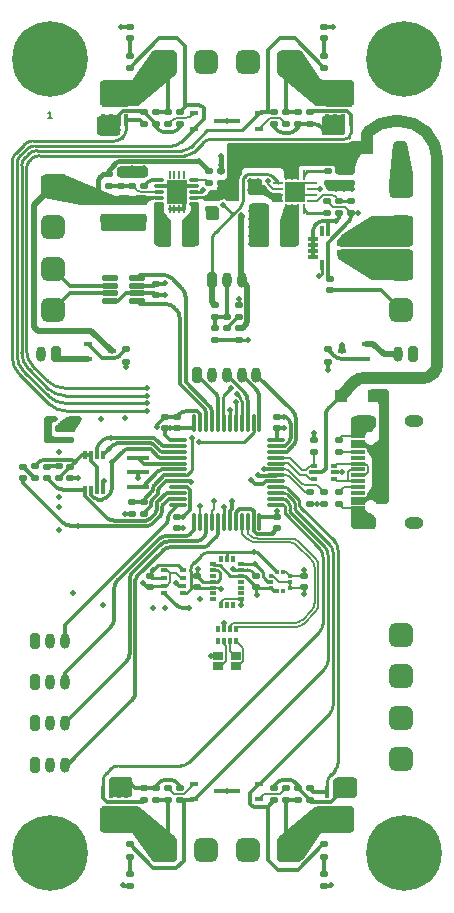
<source format=gbr>
%TF.GenerationSoftware,KiCad,Pcbnew,(5.99.0-7167-g34dbce6bce)*%
%TF.CreationDate,2021-01-04T09:35:53+03:00*%
%TF.ProjectId,ANV,414e562e-6b69-4636-9164-5f7063625858,rev?*%
%TF.SameCoordinates,Original*%
%TF.FileFunction,Copper,L1,Top*%
%TF.FilePolarity,Positive*%
%FSLAX46Y46*%
G04 Gerber Fmt 4.6, Leading zero omitted, Abs format (unit mm)*
G04 Created by KiCad (PCBNEW (5.99.0-7167-g34dbce6bce)) date 2021-01-04 09:35:53*
%MOMM*%
%LPD*%
G01*
G04 APERTURE LIST*
G04 Aperture macros list*
%AMRoundRect*
0 Rectangle with rounded corners*
0 $1 Rounding radius*
0 $2 $3 $4 $5 $6 $7 $8 $9 X,Y pos of 4 corners*
0 Add a 4 corners polygon primitive as box body*
4,1,4,$2,$3,$4,$5,$6,$7,$8,$9,$2,$3,0*
0 Add four circle primitives for the rounded corners*
1,1,$1+$1,$2,$3,0*
1,1,$1+$1,$4,$5,0*
1,1,$1+$1,$6,$7,0*
1,1,$1+$1,$8,$9,0*
0 Add four rect primitives between the rounded corners*
20,1,$1+$1,$2,$3,$4,$5,0*
20,1,$1+$1,$4,$5,$6,$7,0*
20,1,$1+$1,$6,$7,$8,$9,0*
20,1,$1+$1,$8,$9,$2,$3,0*%
%AMRotRect*
0 Rectangle, with rotation*
0 The origin of the aperture is its center*
0 $1 length*
0 $2 width*
0 $3 Rotation angle, in degrees counterclockwise*
0 Add horizontal line*
21,1,$1,$2,0,0,$3*%
G04 Aperture macros list end*
%ADD10C,0.140000*%
%TA.AperFunction,ComponentPad*%
%ADD11RoundRect,0.200000X-0.200000X-0.450000X0.200000X-0.450000X0.200000X0.450000X-0.200000X0.450000X0*%
%TD*%
%TA.AperFunction,ComponentPad*%
%ADD12O,0.800000X1.300000*%
%TD*%
%TA.AperFunction,SMDPad,CuDef*%
%ADD13RoundRect,0.135000X0.185000X-0.135000X0.185000X0.135000X-0.185000X0.135000X-0.185000X-0.135000X0*%
%TD*%
%TA.AperFunction,SMDPad,CuDef*%
%ADD14RoundRect,0.140000X0.170000X-0.140000X0.170000X0.140000X-0.170000X0.140000X-0.170000X-0.140000X0*%
%TD*%
%TA.AperFunction,SMDPad,CuDef*%
%ADD15RoundRect,0.140000X-0.170000X0.140000X-0.170000X-0.140000X0.170000X-0.140000X0.170000X0.140000X0*%
%TD*%
%TA.AperFunction,SMDPad,CuDef*%
%ADD16RoundRect,0.135000X-0.185000X0.135000X-0.185000X-0.135000X0.185000X-0.135000X0.185000X0.135000X0*%
%TD*%
%TA.AperFunction,SMDPad,CuDef*%
%ADD17R,0.850000X0.650000*%
%TD*%
%TA.AperFunction,SMDPad,CuDef*%
%ADD18R,0.700000X0.450000*%
%TD*%
%TA.AperFunction,SMDPad,CuDef*%
%ADD19R,0.405000X0.990000*%
%TD*%
%TA.AperFunction,SMDPad,CuDef*%
%ADD20R,0.300000X0.400000*%
%TD*%
%TA.AperFunction,SMDPad,CuDef*%
%ADD21R,0.400000X0.300000*%
%TD*%
%TA.AperFunction,ComponentPad*%
%ADD22C,0.800000*%
%TD*%
%TA.AperFunction,ComponentPad*%
%ADD23C,6.400000*%
%TD*%
%TA.AperFunction,SMDPad,CuDef*%
%ADD24RoundRect,0.147500X-0.172500X0.147500X-0.172500X-0.147500X0.172500X-0.147500X0.172500X0.147500X0*%
%TD*%
%TA.AperFunction,ComponentPad*%
%ADD25RoundRect,0.200000X0.200000X0.450000X-0.200000X0.450000X-0.200000X-0.450000X0.200000X-0.450000X0*%
%TD*%
%TA.AperFunction,ComponentPad*%
%ADD26RoundRect,0.500000X-0.500000X-0.500000X0.500000X-0.500000X0.500000X0.500000X-0.500000X0.500000X0*%
%TD*%
%TA.AperFunction,SMDPad,CuDef*%
%ADD27RoundRect,0.147500X0.172500X-0.147500X0.172500X0.147500X-0.172500X0.147500X-0.172500X-0.147500X0*%
%TD*%
%TA.AperFunction,ComponentPad*%
%ADD28RoundRect,0.500000X0.500000X-0.500000X0.500000X0.500000X-0.500000X0.500000X-0.500000X-0.500000X0*%
%TD*%
%TA.AperFunction,SMDPad,CuDef*%
%ADD29R,0.580000X0.350000*%
%TD*%
%TA.AperFunction,SMDPad,CuDef*%
%ADD30R,0.350000X0.480000*%
%TD*%
%TA.AperFunction,SMDPad,CuDef*%
%ADD31R,0.280000X0.280000*%
%TD*%
%TA.AperFunction,SMDPad,CuDef*%
%ADD32O,0.850000X0.280000*%
%TD*%
%TA.AperFunction,SMDPad,CuDef*%
%ADD33R,0.230000X0.600000*%
%TD*%
%TA.AperFunction,SMDPad,CuDef*%
%ADD34R,0.650000X0.900000*%
%TD*%
%TA.AperFunction,SMDPad,CuDef*%
%ADD35R,0.250000X0.700000*%
%TD*%
%TA.AperFunction,ComponentPad*%
%ADD36C,0.600000*%
%TD*%
%TA.AperFunction,SMDPad,CuDef*%
%ADD37R,1.700000X2.150000*%
%TD*%
%TA.AperFunction,SMDPad,CuDef*%
%ADD38RoundRect,0.125000X0.537500X0.125000X-0.537500X0.125000X-0.537500X-0.125000X0.537500X-0.125000X0*%
%TD*%
%TA.AperFunction,SMDPad,CuDef*%
%ADD39R,0.300000X0.750000*%
%TD*%
%TA.AperFunction,SMDPad,CuDef*%
%ADD40R,1.900000X0.400000*%
%TD*%
%TA.AperFunction,SMDPad,CuDef*%
%ADD41RoundRect,0.250000X0.375000X0.850000X-0.375000X0.850000X-0.375000X-0.850000X0.375000X-0.850000X0*%
%TD*%
%TA.AperFunction,SMDPad,CuDef*%
%ADD42RoundRect,0.225000X0.250000X-0.225000X0.250000X0.225000X-0.250000X0.225000X-0.250000X-0.225000X0*%
%TD*%
%TA.AperFunction,SMDPad,CuDef*%
%ADD43R,0.500000X0.375000*%
%TD*%
%TA.AperFunction,SMDPad,CuDef*%
%ADD44R,0.650000X0.300000*%
%TD*%
%TA.AperFunction,SMDPad,CuDef*%
%ADD45R,0.320000X0.500000*%
%TD*%
%TA.AperFunction,SMDPad,CuDef*%
%ADD46RoundRect,0.062500X0.062500X-0.350000X0.062500X0.350000X-0.062500X0.350000X-0.062500X-0.350000X0*%
%TD*%
%TA.AperFunction,SMDPad,CuDef*%
%ADD47RoundRect,0.062500X0.350000X-0.062500X0.350000X0.062500X-0.350000X0.062500X-0.350000X-0.062500X0*%
%TD*%
%TA.AperFunction,ComponentPad*%
%ADD48C,0.500000*%
%TD*%
%TA.AperFunction,SMDPad,CuDef*%
%ADD49R,1.680000X1.680000*%
%TD*%
%TA.AperFunction,SMDPad,CuDef*%
%ADD50RoundRect,0.225000X-0.250000X0.225000X-0.250000X-0.225000X0.250000X-0.225000X0.250000X0.225000X0*%
%TD*%
%TA.AperFunction,SMDPad,CuDef*%
%ADD51R,0.500000X0.350000*%
%TD*%
%TA.AperFunction,SMDPad,CuDef*%
%ADD52R,1.150000X0.300000*%
%TD*%
%TA.AperFunction,ComponentPad*%
%ADD53O,1.600000X1.000000*%
%TD*%
%TA.AperFunction,ComponentPad*%
%ADD54O,2.100000X1.000000*%
%TD*%
%TA.AperFunction,ComponentPad*%
%ADD55RoundRect,0.500000X0.500000X0.500000X-0.500000X0.500000X-0.500000X-0.500000X0.500000X-0.500000X0*%
%TD*%
%TA.AperFunction,SMDPad,CuDef*%
%ADD56R,1.100000X1.100000*%
%TD*%
%TA.AperFunction,SMDPad,CuDef*%
%ADD57RoundRect,0.075000X-0.662500X-0.075000X0.662500X-0.075000X0.662500X0.075000X-0.662500X0.075000X0*%
%TD*%
%TA.AperFunction,SMDPad,CuDef*%
%ADD58RoundRect,0.075000X-0.075000X-0.662500X0.075000X-0.662500X0.075000X0.662500X-0.075000X0.662500X0*%
%TD*%
%TA.AperFunction,SMDPad,CuDef*%
%ADD59R,0.200000X0.600000*%
%TD*%
%TA.AperFunction,SMDPad,CuDef*%
%ADD60RotRect,0.282800X0.282800X225.000000*%
%TD*%
%TA.AperFunction,SMDPad,CuDef*%
%ADD61R,1.070000X0.800000*%
%TD*%
%TA.AperFunction,SMDPad,CuDef*%
%ADD62R,0.300000X0.850000*%
%TD*%
%TA.AperFunction,SMDPad,CuDef*%
%ADD63R,0.850000X0.300000*%
%TD*%
%TA.AperFunction,ComponentPad*%
%ADD64RoundRect,0.500000X-0.500000X0.500000X-0.500000X-0.500000X0.500000X-0.500000X0.500000X0.500000X0*%
%TD*%
%TA.AperFunction,ViaPad*%
%ADD65C,0.500000*%
%TD*%
%TA.AperFunction,Conductor*%
%ADD66C,1.000000*%
%TD*%
%TA.AperFunction,Conductor*%
%ADD67C,0.500000*%
%TD*%
%TA.AperFunction,Conductor*%
%ADD68C,0.300000*%
%TD*%
%TA.AperFunction,Conductor*%
%ADD69C,0.400000*%
%TD*%
%TA.AperFunction,Conductor*%
%ADD70C,0.160000*%
%TD*%
%TA.AperFunction,Conductor*%
%ADD71C,0.250000*%
%TD*%
%TA.AperFunction,Conductor*%
%ADD72C,0.200000*%
%TD*%
%TA.AperFunction,Conductor*%
%ADD73C,0.150000*%
%TD*%
G04 APERTURE END LIST*
D10*
X19410000Y-24253333D02*
X19090000Y-24253333D01*
X19250000Y-24253333D02*
X19250000Y-23693333D01*
X19196666Y-23773333D01*
X19143333Y-23826666D01*
X19090000Y-23853333D01*
D11*
%TO.P,J15,1,Pin_1*%
%TO.N,GND*%
X18000000Y-72000000D03*
D12*
%TO.P,J15,2,Pin_2*%
%TO.N,+5V*%
X19250000Y-72000000D03*
%TO.P,J15,3,Pin_3*%
%TO.N,A3*%
X20500000Y-72000000D03*
%TD*%
D13*
%TO.P,R4,1*%
%TO.N,Net-(J4-PadB5)*%
X43700000Y-52510000D03*
%TO.P,R4,2*%
%TO.N,GND*%
X43700000Y-51490000D03*
%TD*%
%TO.P,R37,1*%
%TO.N,+3V3*%
X41300000Y-56960000D03*
%TO.P,R37,2*%
%TO.N,A9*%
X41300000Y-55940000D03*
%TD*%
%TO.P,R33,1*%
%TO.N,B4*%
X42500000Y-20010000D03*
%TO.P,R33,2*%
%TO.N,Net-(D4-Pad2)*%
X42500000Y-18990000D03*
%TD*%
%TO.P,R17,1*%
%TO.N,GND*%
X41250000Y-82020000D03*
%TO.P,R17,2*%
%TO.N,B15*%
X41250000Y-81000000D03*
%TD*%
D14*
%TO.P,C6,1*%
%TO.N,GND*%
X42800000Y-29730000D03*
%TO.P,C6,2*%
%TO.N,Net-(C6-Pad2)*%
X42800000Y-28770000D03*
%TD*%
D15*
%TO.P,C20,1*%
%TO.N,+3V3*%
X40750000Y-63020000D03*
%TO.P,C20,2*%
%TO.N,GND*%
X40750000Y-63980000D03*
%TD*%
D14*
%TO.P,C4,1*%
%TO.N,Batt_+*%
X33750000Y-29730000D03*
%TO.P,C4,2*%
%TO.N,GND*%
X33750000Y-28770000D03*
%TD*%
D16*
%TO.P,R21,1*%
%TO.N,GND*%
X40250000Y-81000000D03*
%TO.P,R21,2*%
%TO.N,pyro4_out*%
X40250000Y-82020000D03*
%TD*%
D17*
%TO.P,D8,1,B*%
%TO.N,Net-(D8-Pad1)*%
X33525000Y-70675000D03*
%TO.P,D8,2,VCC*%
%TO.N,+3V3*%
X33525000Y-69825000D03*
%TO.P,D8,3,G*%
%TO.N,Net-(D8-Pad3)*%
X34975000Y-69825000D03*
%TO.P,D8,4,R*%
%TO.N,Net-(D8-Pad4)*%
X34975000Y-70675000D03*
%TD*%
D14*
%TO.P,C18,1*%
%TO.N,GND*%
X30000000Y-58980000D03*
%TO.P,C18,2*%
%TO.N,+3V3*%
X30000000Y-58020000D03*
%TD*%
D18*
%TO.P,Q8,1,B*%
%TO.N,Net-(Q8-Pad1)*%
X22500000Y-43350000D03*
%TO.P,Q8,2,E*%
%TO.N,led_out*%
X22500000Y-44650000D03*
%TO.P,Q8,3,C*%
%TO.N,+5V*%
X24500000Y-44000000D03*
%TD*%
D19*
%TO.P,Q3,1,S*%
%TO.N,GND*%
X25740000Y-81325000D03*
%TO.P,Q3,2,S*%
X25080000Y-81325000D03*
%TO.P,Q3,3,S*%
X24420000Y-81325000D03*
%TO.P,Q3,4,G*%
%TO.N,B12*%
X23760000Y-81325000D03*
%TA.AperFunction,SMDPad,CuDef*%
%TO.P,Q3,5,D*%
%TO.N,pyro3_out*%
G36*
X25537499Y-84690000D02*
G01*
X25537499Y-84180000D01*
X25282499Y-84180000D01*
X25282499Y-84690000D01*
X24877499Y-84690000D01*
X24877499Y-84180000D01*
X24622500Y-84180000D01*
X24622500Y-84690000D01*
X24217500Y-84690000D01*
X24217500Y-84179999D01*
X23962500Y-84179999D01*
X23962500Y-84689999D01*
X23555000Y-84689999D01*
X23555000Y-83929999D01*
X23632500Y-83929999D01*
X23632501Y-82455000D01*
X25867500Y-82455001D01*
X25867500Y-83930000D01*
X25945000Y-83930000D01*
X25944999Y-84690000D01*
X25537499Y-84690000D01*
G37*
%TD.AperFunction*%
%TD*%
D20*
%TO.P,U7,1,VDD_IO*%
%TO.N,+3V3*%
X39000000Y-62700000D03*
%TO.P,U7,2,SCL*%
%TO.N,A9*%
X38500000Y-62700000D03*
D21*
%TO.P,U7,3,-*%
%TO.N,GND*%
X37950000Y-63000000D03*
%TO.P,U7,4,SDA*%
%TO.N,A10*%
X37950000Y-63500000D03*
%TO.P,U7,5,SDO*%
%TO.N,+3V3*%
X37950000Y-64000000D03*
D20*
%TO.P,U7,6,CS*%
X38500000Y-64300000D03*
%TO.P,U7,7*%
%TO.N,N/C*%
X39000000Y-64300000D03*
D21*
%TO.P,U7,8,GND*%
%TO.N,GND*%
X39550000Y-64000000D03*
%TO.P,U7,9,GND*%
X39550000Y-63500000D03*
%TO.P,U7,10,VDD*%
%TO.N,+3V3*%
X39550000Y-63000000D03*
%TD*%
D15*
%TO.P,C14,1*%
%TO.N,GND*%
X29000000Y-49520000D03*
%TO.P,C14,2*%
%TO.N,+3V3*%
X29000000Y-50480000D03*
%TD*%
D22*
%TO.P,H3,1,1*%
%TO.N,GND*%
X51650000Y-86510000D03*
X46850000Y-86510000D03*
X50947056Y-84812944D03*
X47552944Y-84812944D03*
X49250000Y-84110000D03*
X49250000Y-88910000D03*
X47552944Y-88207056D03*
X50947056Y-88207056D03*
D23*
X49250000Y-86510000D03*
%TD*%
D16*
%TO.P,R28,1*%
%TO.N,GND*%
X30250000Y-81000000D03*
%TO.P,R28,2*%
%TO.N,B13*%
X30250000Y-82020000D03*
%TD*%
D24*
%TO.P,D3,1,K*%
%TO.N,GND*%
X26000000Y-16515000D03*
%TO.P,D3,2,A*%
%TO.N,Net-(D3-Pad2)*%
X26000000Y-17485000D03*
%TD*%
D13*
%TO.P,R31,1*%
%TO.N,A6*%
X25700000Y-44860000D03*
%TO.P,R31,2*%
%TO.N,Net-(Q8-Pad1)*%
X25700000Y-43840000D03*
%TD*%
D14*
%TO.P,C7,1*%
%TO.N,Net-(C7-Pad1)*%
X27250000Y-29980000D03*
%TO.P,C7,2*%
%TO.N,GND*%
X27250000Y-29020000D03*
%TD*%
D11*
%TO.P,J1,1,Pin_1*%
%TO.N,GND*%
X31750000Y-46000000D03*
D12*
%TO.P,J1,2,Pin_2*%
%TO.N,Reset*%
X33000000Y-46000000D03*
%TO.P,J1,3,Pin_3*%
%TO.N,B3*%
X34250000Y-46000000D03*
%TO.P,J1,4,Pin_4*%
%TO.N,SWCLK*%
X35500000Y-46000000D03*
%TO.P,J1,5,Pin_5*%
%TO.N,SWDIO*%
X36750000Y-46000000D03*
%TD*%
D25*
%TO.P,J9,1,Pin_1*%
%TO.N,led_out*%
X19749999Y-44250000D03*
D12*
%TO.P,J9,2,Pin_2*%
%TO.N,GND*%
X18499999Y-44250000D03*
%TD*%
D22*
%TO.P,H1,1,1*%
%TO.N,can_L*%
X20947056Y-20947056D03*
X19250000Y-21650000D03*
X16850000Y-19250000D03*
X20947056Y-17552944D03*
X21650000Y-19250000D03*
X17552944Y-17552944D03*
X19250000Y-16850000D03*
D23*
X19250000Y-19250000D03*
D22*
X17552944Y-20947056D03*
%TD*%
D11*
%TO.P,J19,1,Pin_1*%
%TO.N,GND*%
X18000000Y-79000000D03*
D12*
%TO.P,J19,2,Pin_2*%
%TO.N,+5V*%
X19250000Y-79000000D03*
%TO.P,J19,3,Pin_3*%
%TO.N,A7*%
X20500000Y-79000000D03*
%TD*%
D13*
%TO.P,R40,1*%
%TO.N,+3V3*%
X44750000Y-32260000D03*
%TO.P,R40,2*%
%TO.N,Net-(R40-Pad2)*%
X44750000Y-31240000D03*
%TD*%
D26*
%TO.P,J13,1,Pin_1*%
%TO.N,Batt_Pyro*%
X36000000Y-86260000D03*
%TO.P,J13,2,Pin_2*%
%TO.N,pyro4_out*%
X39500000Y-86260000D03*
%TD*%
D15*
%TO.P,C1,1*%
%TO.N,+3V3*%
X42950000Y-37870000D03*
%TO.P,C1,2*%
%TO.N,GND*%
X42950000Y-38830000D03*
%TD*%
D16*
%TO.P,R29,1*%
%TO.N,GND*%
X38250000Y-81000000D03*
%TO.P,R29,2*%
%TO.N,B14*%
X38250000Y-82020000D03*
%TD*%
D27*
%TO.P,D2,1,K*%
%TO.N,A0*%
X19000000Y-54735000D03*
%TO.P,D2,2,A*%
%TO.N,Net-(D2-Pad2)*%
X19000000Y-53765000D03*
%TD*%
D13*
%TO.P,R24,1*%
%TO.N,pyro3_out*%
X29250000Y-82020000D03*
%TO.P,R24,2*%
%TO.N,Net-(Q9-Pad1)*%
X29250000Y-81000000D03*
%TD*%
D11*
%TO.P,J18,1,Pin_1*%
%TO.N,GND*%
X18000000Y-75500000D03*
D12*
%TO.P,J18,2,Pin_2*%
%TO.N,+5V*%
X19250000Y-75500000D03*
%TO.P,J18,3,Pin_3*%
%TO.N,A5*%
X20500000Y-75500000D03*
%TD*%
D28*
%TO.P,J17,1,Pin_1*%
%TO.N,GND*%
X49000000Y-78500000D03*
%TO.P,J17,2,Pin_2*%
%TO.N,+3V3*%
X49000000Y-75000000D03*
%TD*%
D29*
%TO.P,U9,1*%
%TO.N,N/C*%
X33090000Y-65000000D03*
%TO.P,U9,2*%
X33090000Y-64500000D03*
%TO.P,U9,3,VDD*%
%TO.N,+3V3*%
X33090000Y-64000000D03*
%TO.P,U9,4,GNDA*%
%TO.N,GND*%
X33090000Y-63500000D03*
%TO.P,U9,5*%
%TO.N,N/C*%
X33090000Y-63000000D03*
%TO.P,U9,6,GNDIO*%
%TO.N,GND*%
X33090000Y-62500000D03*
%TO.P,U9,7,PS*%
%TO.N,+3V3*%
X33090000Y-62000000D03*
D30*
%TO.P,U9,8*%
%TO.N,N/C*%
X33750000Y-61540000D03*
%TO.P,U9,9,SCX*%
%TO.N,A9*%
X34250000Y-61540000D03*
%TO.P,U9,10*%
%TO.N,N/C*%
X34750000Y-61540000D03*
D29*
%TO.P,U9,11,SDX*%
%TO.N,A10*%
X35410000Y-62000000D03*
%TO.P,U9,12,SDO2*%
%TO.N,GND*%
X35410000Y-62500000D03*
%TO.P,U9,13,VDDIO*%
%TO.N,+3V3*%
X35410000Y-63000000D03*
%TO.P,U9,14*%
%TO.N,N/C*%
X35410000Y-63500000D03*
%TO.P,U9,15*%
X35410000Y-64000000D03*
%TO.P,U9,16*%
X35410000Y-64500000D03*
%TO.P,U9,17,SDO1*%
%TO.N,GND*%
X35410000Y-65000000D03*
D30*
%TO.P,U9,18*%
%TO.N,N/C*%
X34750000Y-65460000D03*
%TO.P,U9,19*%
X34250000Y-65460000D03*
%TO.P,U9,20,CSB3(magnet)*%
%TO.N,GND*%
X33750000Y-65460000D03*
%TD*%
D31*
%TO.P,U4,1,L1*%
%TO.N,Net-(L1-Pad1)*%
X31760000Y-31500000D03*
D32*
X31475000Y-31500000D03*
%TO.P,U4,2,VIN*%
%TO.N,Batt_+*%
X31475000Y-31000000D03*
D31*
X31760000Y-31000000D03*
D32*
%TO.P,U4,3,EN*%
%TO.N,en*%
X31475000Y-30500000D03*
D31*
X31760000Y-30500000D03*
%TO.P,U4,4,PS/SYNC*%
%TO.N,GND*%
X31760000Y-30000000D03*
D32*
X31475000Y-30000000D03*
%TO.P,U4,5,PG*%
%TO.N,Net-(R39-Pad2)*%
X31475000Y-29500000D03*
D31*
X31760000Y-29500000D03*
%TO.P,U4,6,VAUX*%
%TO.N,Net-(C7-Pad1)*%
X28240000Y-29500000D03*
D32*
X28525000Y-29500000D03*
%TO.P,U4,7,GND*%
%TO.N,GND*%
X28525000Y-30000000D03*
D31*
X28240000Y-30000000D03*
D32*
%TO.P,U4,8,FB*%
%TO.N,Net-(C8-Pad1)*%
X28525000Y-30500000D03*
D31*
X28240000Y-30500000D03*
%TO.P,U4,9,VOUT*%
%TO.N,+5V*%
X28240000Y-31000000D03*
D32*
X28525000Y-31000000D03*
D31*
%TO.P,U4,10,L2*%
%TO.N,Net-(L1-Pad2)*%
X28240000Y-31500000D03*
D32*
X28525000Y-31500000D03*
D33*
%TO.P,U4,11,PGND*%
%TO.N,GND*%
X30200000Y-29075000D03*
D34*
X30435000Y-31060000D03*
D35*
X29400000Y-31925000D03*
D34*
X30435000Y-29940000D03*
D35*
X29800000Y-31925000D03*
D33*
X29800000Y-29075000D03*
X29400000Y-31925000D03*
D36*
X29500000Y-30000000D03*
D34*
X29565000Y-31060000D03*
D35*
X30600000Y-29075000D03*
D37*
X30000000Y-30500000D03*
D35*
X30600000Y-31925000D03*
X30200000Y-31925000D03*
D33*
X29800000Y-31925000D03*
D36*
X30000000Y-30500000D03*
X30500000Y-31000000D03*
D35*
X29800000Y-29075000D03*
D36*
X29500000Y-31000000D03*
D33*
X30200000Y-31925000D03*
X30600000Y-29075000D03*
X30600000Y-31925000D03*
D36*
X30500000Y-30000000D03*
D35*
X29400000Y-29075000D03*
D33*
X29400000Y-29075000D03*
D35*
X30200000Y-29075000D03*
D34*
X29565000Y-29940000D03*
%TD*%
D16*
%TO.P,R3,1*%
%TO.N,Net-(J4-PadA5)*%
X43700000Y-55940000D03*
%TO.P,R3,2*%
%TO.N,GND*%
X43700000Y-56960000D03*
%TD*%
D15*
%TO.P,C16,1*%
%TO.N,GND*%
X38500000Y-49520000D03*
%TO.P,C16,2*%
%TO.N,+3V3*%
X38500000Y-50480000D03*
%TD*%
D13*
%TO.P,R12,1*%
%TO.N,+3V3*%
X26250000Y-57760000D03*
%TO.P,R12,2*%
%TO.N,Reset*%
X26250000Y-56740000D03*
%TD*%
D15*
%TO.P,C3,1*%
%TO.N,Batt_+*%
X44750000Y-28770000D03*
%TO.P,C3,2*%
%TO.N,GND*%
X44750000Y-29730000D03*
%TD*%
D18*
%TO.P,Q10,1,B*%
%TO.N,Net-(Q10-Pad1)*%
X37000000Y-81910000D03*
%TO.P,Q10,2,E*%
%TO.N,B14*%
X37000000Y-80610000D03*
%TO.P,Q10,3,C*%
%TO.N,+3V3*%
X35000000Y-81260000D03*
%TD*%
D16*
%TO.P,R14,1*%
%TO.N,GND*%
X27250000Y-23740000D03*
%TO.P,R14,2*%
%TO.N,B6*%
X27250000Y-24760000D03*
%TD*%
%TO.P,R16,1*%
%TO.N,GND*%
X27250000Y-81000000D03*
%TO.P,R16,2*%
%TO.N,B12*%
X27250000Y-82020000D03*
%TD*%
D13*
%TO.P,R18,1*%
%TO.N,GND*%
X28250000Y-24760000D03*
%TO.P,R18,2*%
%TO.N,pyro1_out*%
X28250000Y-23740000D03*
%TD*%
D14*
%TO.P,C19,1*%
%TO.N,GND*%
X21000000Y-54730000D03*
%TO.P,C19,2*%
%TO.N,+3V3*%
X21000000Y-53770000D03*
%TD*%
D16*
%TO.P,R9,1*%
%TO.N,+5V*%
X24250000Y-28990000D03*
%TO.P,R9,2*%
%TO.N,Net-(C8-Pad1)*%
X24250000Y-30010000D03*
%TD*%
D38*
%TO.P,U11,1,TXD*%
%TO.N,cantx*%
X26637500Y-39725000D03*
%TO.P,U11,2,GND*%
%TO.N,GND*%
X26637500Y-39075000D03*
%TO.P,U11,3,VDD*%
%TO.N,+3V3*%
X26637500Y-38425000D03*
%TO.P,U11,4,RXD*%
%TO.N,canrx*%
X26637500Y-37775000D03*
%TO.P,U11,5*%
%TO.N,N/C*%
X24362500Y-37775000D03*
%TO.P,U11,6,CANL*%
%TO.N,can_L*%
X24362500Y-38425000D03*
%TO.P,U11,7,CANH*%
%TO.N,can_H*%
X24362500Y-39075000D03*
%TO.P,U11,8,RS*%
%TO.N,GND*%
X24362500Y-39725000D03*
%TD*%
D18*
%TO.P,Q6,1,B*%
%TO.N,Net-(Q6-Pad1)*%
X37000000Y-25150000D03*
%TO.P,Q6,2,E*%
%TO.N,B4*%
X37000000Y-23850000D03*
%TO.P,Q6,3,C*%
%TO.N,+3V3*%
X35000000Y-24500000D03*
%TD*%
D39*
%TO.P,U6,1,~CS*%
%TO.N,A0*%
X22250000Y-55700000D03*
%TO.P,U6,2,DO(IO1)*%
%TO.N,C15*%
X22750000Y-55700000D03*
%TO.P,U6,3,IO2*%
%TO.N,+3V3*%
X23250000Y-55700000D03*
%TO.P,U6,4,GND*%
%TO.N,GND*%
X23750000Y-55700000D03*
%TO.P,U6,5,DI(IO0)*%
%TO.N,C14*%
X23750000Y-52800000D03*
%TO.P,U6,6,CLK*%
%TO.N,C13*%
X23250000Y-52800000D03*
%TO.P,U6,7,IO3*%
%TO.N,+3V3*%
X22750000Y-52800000D03*
%TO.P,U6,8,VCC*%
X22250000Y-52800000D03*
%TD*%
D18*
%TO.P,Q9,1,B*%
%TO.N,Net-(Q9-Pad1)*%
X31500000Y-80610000D03*
%TO.P,Q9,2,E*%
%TO.N,B13*%
X31500000Y-81910000D03*
%TO.P,Q9,3,C*%
%TO.N,+3V3*%
X33500000Y-81260000D03*
%TD*%
D26*
%TO.P,J12,1,Pin_1*%
%TO.N,pyro3_out*%
X29000000Y-86260000D03*
%TO.P,J12,2,Pin_2*%
%TO.N,Batt_Pyro*%
X32500000Y-86260000D03*
%TD*%
D15*
%TO.P,C24,1*%
%TO.N,GND*%
X36750000Y-63020000D03*
%TO.P,C24,2*%
%TO.N,+3V3*%
X36750000Y-63980000D03*
%TD*%
D19*
%TO.P,Q2,1,S*%
%TO.N,GND*%
X42760000Y-24435000D03*
%TO.P,Q2,2,S*%
X43420000Y-24435000D03*
%TO.P,Q2,3,S*%
X44080000Y-24435000D03*
%TO.P,Q2,4,G*%
%TO.N,B7*%
X44740000Y-24435000D03*
%TA.AperFunction,SMDPad,CuDef*%
%TO.P,Q2,5,D*%
%TO.N,pyro2_out*%
G36*
X42962501Y-21070000D02*
G01*
X42962500Y-21580000D01*
X43217500Y-21580000D01*
X43217501Y-21070000D01*
X43622501Y-21070000D01*
X43622501Y-21580000D01*
X43877500Y-21580000D01*
X43877500Y-21070000D01*
X44282500Y-21070000D01*
X44282500Y-21580000D01*
X44537500Y-21580000D01*
X44537500Y-21070000D01*
X44945000Y-21070000D01*
X44945000Y-21830001D01*
X44867500Y-21830001D01*
X44867500Y-23305000D01*
X42632500Y-23304999D01*
X42632500Y-21830000D01*
X42555000Y-21830000D01*
X42555000Y-21070000D01*
X42962501Y-21070000D01*
G37*
%TD.AperFunction*%
%TD*%
D40*
%TO.P,Y1,1,1*%
%TO.N,Net-(U5-Pad5)*%
X26750000Y-53050000D03*
%TO.P,Y1,2,2*%
%TO.N,GND*%
X26750000Y-54250000D03*
%TO.P,Y1,3,3*%
%TO.N,Net-(U5-Pad6)*%
X26750000Y-55450000D03*
%TD*%
D13*
%TO.P,R27,1*%
%TO.N,GND*%
X38250000Y-24760000D03*
%TO.P,R27,2*%
%TO.N,B4*%
X38250000Y-23740000D03*
%TD*%
%TO.P,R1,1*%
%TO.N,B0*%
X35250000Y-43010000D03*
%TO.P,R1,2*%
%TO.N,Batt_+*%
X35250000Y-41990000D03*
%TD*%
D41*
%TO.P,L2,1*%
%TO.N,Net-(L2-Pad1)*%
X39325000Y-34050000D03*
%TO.P,L2,2*%
%TO.N,+3V3*%
X37175000Y-34050000D03*
%TD*%
D42*
%TO.P,C10,1*%
%TO.N,+3V3*%
X37050000Y-31875000D03*
%TO.P,C10,2*%
%TO.N,GND*%
X37050000Y-30325000D03*
%TD*%
D43*
%TO.P,U2,1,I/O1*%
%TO.N,Net-(J4-PadA7)*%
X43350000Y-54787500D03*
D44*
%TO.P,U2,2,GND*%
%TO.N,GND*%
X43425000Y-54250000D03*
D43*
%TO.P,U2,3,I/O2*%
%TO.N,Net-(J4-PadA6)*%
X43350000Y-53712500D03*
%TO.P,U2,4,I/O2*%
%TO.N,USB_D+*%
X41650000Y-53712500D03*
D44*
%TO.P,U2,5,VBUS*%
%TO.N,Batt_+*%
X41575000Y-54250000D03*
D43*
%TO.P,U2,6,I/O1*%
%TO.N,USB_D-*%
X41650000Y-54787500D03*
%TD*%
D45*
%TO.P,RN1,1,R1.1*%
%TO.N,B11*%
X35000000Y-67500000D03*
%TO.P,RN1,2,R2.1*%
%TO.N,B10*%
X34500000Y-67500000D03*
%TO.P,RN1,3,R3.1*%
%TO.N,GND*%
X34000000Y-67500000D03*
%TO.P,RN1,4*%
%TO.N,N/C*%
X33500000Y-67500000D03*
%TO.P,RN1,5*%
X33500000Y-68500000D03*
%TO.P,RN1,6,R3.2*%
%TO.N,Net-(D8-Pad1)*%
X34000000Y-68500000D03*
%TO.P,RN1,7,R2.2*%
%TO.N,Net-(D8-Pad3)*%
X34500000Y-68500000D03*
%TO.P,RN1,8,R1.2*%
%TO.N,Net-(D8-Pad4)*%
X35000000Y-68500000D03*
%TD*%
D16*
%TO.P,R8,1*%
%TO.N,+3V3*%
X41650000Y-51490000D03*
%TO.P,R8,2*%
%TO.N,USB_D+*%
X41650000Y-52510000D03*
%TD*%
D22*
%TO.P,H2,1,1*%
%TO.N,can_H*%
X17552944Y-88207056D03*
X21650000Y-86510000D03*
X17552944Y-84812944D03*
X20947056Y-84812944D03*
D23*
X19250000Y-86510000D03*
D22*
X20947056Y-88207056D03*
X19250000Y-88910000D03*
X16850000Y-86510000D03*
X19250000Y-84110000D03*
%TD*%
D14*
%TO.P,C26,1*%
%TO.N,GND*%
X20000000Y-51530000D03*
%TO.P,C26,2*%
%TO.N,+3V3*%
X20000000Y-50570000D03*
%TD*%
D15*
%TO.P,C2,1*%
%TO.N,Batt_+*%
X43750000Y-28770000D03*
%TO.P,C2,2*%
%TO.N,GND*%
X43750000Y-29730000D03*
%TD*%
D46*
%TO.P,U3,1,SW*%
%TO.N,Net-(L2-Pad1)*%
X39250000Y-31962500D03*
%TO.P,U3,2,SW*%
X39750000Y-31962500D03*
%TO.P,U3,3,SW*%
X40250000Y-31962500D03*
%TO.P,U3,4,PG*%
%TO.N,Net-(R11-Pad2)*%
X40750000Y-31962500D03*
D47*
%TO.P,U3,5,FB*%
%TO.N,Net-(R40-Pad2)*%
X41462500Y-31250000D03*
%TO.P,U3,6,AGND*%
%TO.N,GND*%
X41462500Y-30750000D03*
%TO.P,U3,7,FSW*%
%TO.N,+3V3*%
X41462500Y-30250000D03*
%TO.P,U3,8,DEF*%
%TO.N,GND*%
X41462500Y-29750000D03*
D46*
%TO.P,U3,9,SS/TR*%
%TO.N,Net-(C6-Pad2)*%
X40750000Y-29037500D03*
%TO.P,U3,10,AVIN*%
%TO.N,Batt_+*%
X40250000Y-29037500D03*
%TO.P,U3,11,PVIN*%
X39750000Y-29037500D03*
%TO.P,U3,12,PVIN*%
X39250000Y-29037500D03*
D47*
%TO.P,U3,13,EN*%
%TO.N,en*%
X38537500Y-29750000D03*
%TO.P,U3,14,VOS*%
%TO.N,+3V3*%
X38537500Y-30250000D03*
%TO.P,U3,15,PGND*%
%TO.N,GND*%
X38537500Y-30750000D03*
%TO.P,U3,16,PGND*%
X38537500Y-31250000D03*
D48*
%TO.P,U3,17,THERMAL_PAD*%
X39410000Y-31090000D03*
D49*
X40000000Y-30500000D03*
D48*
X39410000Y-29910000D03*
X40590000Y-29910000D03*
X40590000Y-31090000D03*
%TD*%
D13*
%TO.P,R38,1*%
%TO.N,+3V3*%
X42500000Y-56960000D03*
%TO.P,R38,2*%
%TO.N,A10*%
X42500000Y-55940000D03*
%TD*%
D14*
%TO.P,C15,1*%
%TO.N,GND*%
X38500000Y-58980000D03*
%TO.P,C15,2*%
%TO.N,+3V3*%
X38500000Y-58020000D03*
%TD*%
D50*
%TO.P,C9,1*%
%TO.N,+5V*%
X27000000Y-31225000D03*
%TO.P,C9,2*%
%TO.N,GND*%
X27000000Y-32775000D03*
%TD*%
D13*
%TO.P,R10,1*%
%TO.N,Net-(C8-Pad1)*%
X26250000Y-30010000D03*
%TO.P,R10,2*%
%TO.N,GND*%
X26250000Y-28990000D03*
%TD*%
D41*
%TO.P,L1,1*%
%TO.N,Net-(L1-Pad1)*%
X31075000Y-34050000D03*
%TO.P,L1,2*%
%TO.N,Net-(L1-Pad2)*%
X28925000Y-34050000D03*
%TD*%
D16*
%TO.P,R35,1*%
%TO.N,B14*%
X42500000Y-85750000D03*
%TO.P,R35,2*%
%TO.N,Net-(D6-Pad2)*%
X42500000Y-86770000D03*
%TD*%
D14*
%TO.P,C27,1*%
%TO.N,GND*%
X21000000Y-51530000D03*
%TO.P,C27,2*%
%TO.N,+3V3*%
X21000000Y-50570000D03*
%TD*%
D51*
%TO.P,U8,1,GND*%
%TO.N,GND*%
X30550000Y-62525000D03*
%TO.P,U8,2,CSB*%
%TO.N,+3V3*%
X30550000Y-63175000D03*
%TO.P,U8,3,SDI*%
%TO.N,A10*%
X30550000Y-63825000D03*
%TO.P,U8,4,SCK*%
%TO.N,A9*%
X30550000Y-64475000D03*
%TO.P,U8,5,SDO*%
%TO.N,GND*%
X28950000Y-64475000D03*
%TO.P,U8,6,VDDIO*%
%TO.N,+3V3*%
X28950000Y-63825000D03*
%TO.P,U8,7,GND*%
%TO.N,GND*%
X28950000Y-63175000D03*
%TO.P,U8,8,VDD*%
%TO.N,+3V3*%
X28950000Y-62525000D03*
%TD*%
D16*
%TO.P,R39,1*%
%TO.N,+5V*%
X32750000Y-28740000D03*
%TO.P,R39,2*%
%TO.N,Net-(R39-Pad2)*%
X32750000Y-29760000D03*
%TD*%
D14*
%TO.P,C25,1*%
%TO.N,GND*%
X28250000Y-39230000D03*
%TO.P,C25,2*%
%TO.N,+3V3*%
X28250000Y-38270000D03*
%TD*%
D16*
%TO.P,R11,1*%
%TO.N,+3V3*%
X42750000Y-31240000D03*
%TO.P,R11,2*%
%TO.N,Net-(R11-Pad2)*%
X42750000Y-32260000D03*
%TD*%
D24*
%TO.P,D7,1,K*%
%TO.N,GND*%
X34250000Y-41065000D03*
%TO.P,D7,2,A*%
%TO.N,Net-(D7-Pad2)*%
X34250000Y-42035000D03*
%TD*%
D15*
%TO.P,C5,1*%
%TO.N,Batt_+*%
X32750000Y-31020000D03*
%TO.P,C5,2*%
%TO.N,GND*%
X32750000Y-31980000D03*
%TD*%
D16*
%TO.P,R41,1*%
%TO.N,Net-(R40-Pad2)*%
X43750000Y-31240000D03*
%TO.P,R41,2*%
%TO.N,GND*%
X43750000Y-32260000D03*
%TD*%
D19*
%TO.P,Q1,1,S*%
%TO.N,GND*%
X23760000Y-24435000D03*
%TO.P,Q1,2,S*%
X24420000Y-24435000D03*
%TO.P,Q1,3,S*%
X25080000Y-24435000D03*
%TO.P,Q1,4,G*%
%TO.N,B6*%
X25740000Y-24435000D03*
%TA.AperFunction,SMDPad,CuDef*%
%TO.P,Q1,5,D*%
%TO.N,pyro1_out*%
G36*
X23962501Y-21070000D02*
G01*
X23962500Y-21580000D01*
X24217500Y-21580000D01*
X24217501Y-21070000D01*
X24622501Y-21070000D01*
X24622501Y-21580000D01*
X24877500Y-21580000D01*
X24877500Y-21070000D01*
X25282500Y-21070000D01*
X25282500Y-21580000D01*
X25537500Y-21580000D01*
X25537500Y-21070000D01*
X25945000Y-21070000D01*
X25945000Y-21830001D01*
X25867500Y-21830001D01*
X25867500Y-23305000D01*
X23632500Y-23304999D01*
X23632500Y-21830000D01*
X23555000Y-21830000D01*
X23555000Y-21070000D01*
X23962501Y-21070000D01*
G37*
%TD.AperFunction*%
%TD*%
D50*
%TO.P,C12,1*%
%TO.N,+5V*%
X24000000Y-31225000D03*
%TO.P,C12,2*%
%TO.N,GND*%
X24000000Y-32775000D03*
%TD*%
D16*
%TO.P,R36,1*%
%TO.N,+3V3*%
X35249999Y-40090000D03*
%TO.P,R36,2*%
%TO.N,Net-(D7-Pad2)*%
X35249999Y-41110000D03*
%TD*%
%TO.P,R34,1*%
%TO.N,B13*%
X26000000Y-85750000D03*
%TO.P,R34,2*%
%TO.N,Net-(D5-Pad2)*%
X26000000Y-86770000D03*
%TD*%
D14*
%TO.P,C8,1*%
%TO.N,Net-(C8-Pad1)*%
X25250000Y-29980000D03*
%TO.P,C8,2*%
%TO.N,GND*%
X25250000Y-29020000D03*
%TD*%
D13*
%TO.P,R32,1*%
%TO.N,B5*%
X26000000Y-20010000D03*
%TO.P,R32,2*%
%TO.N,Net-(D3-Pad2)*%
X26000000Y-18990000D03*
%TD*%
D28*
%TO.P,J16,1,Pin_1*%
%TO.N,GND*%
X49000000Y-71500000D03*
%TO.P,J16,2,Pin_2*%
%TO.N,Batt_Pyro*%
X49000000Y-68000000D03*
%TD*%
D15*
%TO.P,C23,1*%
%TO.N,GND*%
X31750000Y-63020000D03*
%TO.P,C23,2*%
%TO.N,+3V3*%
X31750000Y-63980000D03*
%TD*%
D27*
%TO.P,D10,1,K*%
%TO.N,A1*%
X17000000Y-54735000D03*
%TO.P,D10,2,A*%
%TO.N,Net-(D10-Pad2)*%
X17000000Y-53765000D03*
%TD*%
D11*
%TO.P,J14,1,Pin_1*%
%TO.N,GND*%
X18000000Y-68500000D03*
D12*
%TO.P,J14,2,Pin_2*%
%TO.N,+5V*%
X19250000Y-68500000D03*
%TO.P,J14,3,Pin_3*%
%TO.N,A2*%
X20500000Y-68500000D03*
%TD*%
D15*
%TO.P,C17,1*%
%TO.N,GND*%
X30000000Y-49520000D03*
%TO.P,C17,2*%
%TO.N,+3V3*%
X30000000Y-50480000D03*
%TD*%
D52*
%TO.P,J4,A1,GND*%
%TO.N,GND*%
X45330000Y-57600000D03*
%TO.P,J4,A4,VBUS*%
%TO.N,Net-(D1-Pad2)*%
X45330000Y-56800000D03*
%TO.P,J4,A5,CC1*%
%TO.N,Net-(J4-PadA5)*%
X45330000Y-55500000D03*
%TO.P,J4,A6,D+*%
%TO.N,Net-(J4-PadA6)*%
X45330000Y-54500000D03*
%TO.P,J4,A7,D-*%
%TO.N,Net-(J4-PadA7)*%
X45330000Y-54000000D03*
%TO.P,J4,A8*%
%TO.N,N/C*%
X45330000Y-53000000D03*
%TO.P,J4,A9,VBUS*%
%TO.N,Net-(D1-Pad2)*%
X45330000Y-51700000D03*
%TO.P,J4,A12,GND*%
%TO.N,GND*%
X45330000Y-50900000D03*
%TO.P,J4,B1,GND*%
X45330000Y-51200000D03*
%TO.P,J4,B4,VBUS*%
%TO.N,Net-(D1-Pad2)*%
X45330000Y-52000000D03*
%TO.P,J4,B5,CC2*%
%TO.N,Net-(J4-PadB5)*%
X45330000Y-52500000D03*
%TO.P,J4,B6,D+*%
%TO.N,Net-(J4-PadA6)*%
X45330000Y-53500000D03*
%TO.P,J4,B7,D-*%
%TO.N,Net-(J4-PadA7)*%
X45330000Y-55000000D03*
%TO.P,J4,B8*%
%TO.N,N/C*%
X45330000Y-56000000D03*
%TO.P,J4,B9,VBUS*%
%TO.N,Net-(D1-Pad2)*%
X45330000Y-56500000D03*
%TO.P,J4,B12,GND*%
%TO.N,GND*%
X45330000Y-57300000D03*
D53*
%TO.P,J4,S1,SHIELD*%
X50075000Y-49930000D03*
D54*
X45895000Y-49930000D03*
X45895000Y-58570000D03*
D53*
X50075000Y-58570000D03*
%TD*%
D55*
%TO.P,J10,1,Pin_1*%
%TO.N,Batt_Pyro*%
X32499999Y-19500000D03*
%TO.P,J10,2,Pin_2*%
%TO.N,pyro1_out*%
X28999999Y-19500000D03*
%TD*%
D25*
%TO.P,J6,1,Pin_1*%
%TO.N,GND*%
X50000000Y-44250000D03*
D12*
%TO.P,J6,2,Pin_2*%
%TO.N,buzzer_out*%
X48750000Y-44250000D03*
%TD*%
D14*
%TO.P,C13,1*%
%TO.N,GND*%
X27250000Y-57730000D03*
%TO.P,C13,2*%
%TO.N,Reset*%
X27250000Y-56770000D03*
%TD*%
D50*
%TO.P,C11,1*%
%TO.N,+5V*%
X25500000Y-31225000D03*
%TO.P,C11,2*%
%TO.N,GND*%
X25500000Y-32775000D03*
%TD*%
D56*
%TO.P,D9,1,K*%
%TO.N,Batt_+*%
X46100000Y-26750000D03*
%TO.P,D9,2,A*%
%TO.N,Batt_Pyro*%
X48900000Y-26750000D03*
%TD*%
D57*
%TO.P,U5,1,VBAT*%
%TO.N,+3V3*%
X30087500Y-51500000D03*
%TO.P,U5,2,PC13*%
%TO.N,C13*%
X30087500Y-52000000D03*
%TO.P,U5,3,PC14*%
%TO.N,C14*%
X30087500Y-52500000D03*
%TO.P,U5,4,PC15*%
%TO.N,C15*%
X30087500Y-53000000D03*
%TO.P,U5,5,PF0*%
%TO.N,Net-(U5-Pad5)*%
X30087500Y-53500000D03*
%TO.P,U5,6,PF1*%
%TO.N,Net-(U5-Pad6)*%
X30087500Y-54000000D03*
%TO.P,U5,7,NRST*%
%TO.N,Reset*%
X30087500Y-54500000D03*
%TO.P,U5,8,VSSA*%
%TO.N,GND*%
X30087500Y-55000000D03*
%TO.P,U5,9,VDDA*%
%TO.N,+3V3*%
X30087500Y-55500000D03*
%TO.P,U5,10,PA0*%
%TO.N,A0*%
X30087500Y-56000000D03*
%TO.P,U5,11,PA1*%
%TO.N,A1*%
X30087500Y-56500000D03*
%TO.P,U5,12,PA2*%
%TO.N,A2*%
X30087500Y-57000000D03*
D58*
%TO.P,U5,13,PA3*%
%TO.N,A3*%
X31500000Y-58412500D03*
%TO.P,U5,14,PA4*%
%TO.N,lora_reset*%
X32000000Y-58412500D03*
%TO.P,U5,15,PA5*%
%TO.N,A5*%
X32500000Y-58412500D03*
%TO.P,U5,16,PA6*%
%TO.N,A6*%
X33000000Y-58412500D03*
%TO.P,U5,17,PA7*%
%TO.N,A7*%
X33500000Y-58412500D03*
%TO.P,U5,18,PB0*%
%TO.N,B0*%
X34000000Y-58412500D03*
%TO.P,U5,19,PB1*%
%TO.N,B1*%
X34500000Y-58412500D03*
%TO.P,U5,20,PB2*%
%TO.N,GND*%
X35000000Y-58412500D03*
%TO.P,U5,21,PB10*%
%TO.N,B10*%
X35500000Y-58412500D03*
%TO.P,U5,22,PB11*%
%TO.N,B11*%
X36000000Y-58412500D03*
%TO.P,U5,23,VSS*%
%TO.N,GND*%
X36500000Y-58412500D03*
%TO.P,U5,24,VDD*%
%TO.N,+3V3*%
X37000000Y-58412500D03*
D57*
%TO.P,U5,25,PB12*%
%TO.N,B12*%
X38412500Y-57000000D03*
%TO.P,U5,26,PB13*%
%TO.N,B13*%
X38412500Y-56500000D03*
%TO.P,U5,27,PB14*%
%TO.N,B14*%
X38412500Y-56000000D03*
%TO.P,U5,28,PB15*%
%TO.N,B15*%
X38412500Y-55500000D03*
%TO.P,U5,29,PA8*%
%TO.N,A8*%
X38412500Y-55000000D03*
%TO.P,U5,30,PA9*%
%TO.N,A9*%
X38412500Y-54500000D03*
%TO.P,U5,31,PA10*%
%TO.N,A10*%
X38412500Y-54000000D03*
%TO.P,U5,32,PA11*%
%TO.N,USB_D-*%
X38412500Y-53500000D03*
%TO.P,U5,33,PA12*%
%TO.N,USB_D+*%
X38412500Y-53000000D03*
%TO.P,U5,34,PA13*%
%TO.N,SWDIO*%
X38412500Y-52500000D03*
%TO.P,U5,35,VSS*%
%TO.N,GND*%
X38412500Y-52000000D03*
%TO.P,U5,36,VDD*%
%TO.N,+3V3*%
X38412500Y-51500000D03*
D58*
%TO.P,U5,37,PA14*%
%TO.N,SWCLK*%
X37000000Y-50087500D03*
%TO.P,U5,38,PA15*%
%TO.N,A15*%
X36500000Y-50087500D03*
%TO.P,U5,39,PB3*%
%TO.N,B3*%
X36000000Y-50087500D03*
%TO.P,U5,40,PB4*%
%TO.N,B4*%
X35500000Y-50087500D03*
%TO.P,U5,41,PB5*%
%TO.N,B5*%
X35000000Y-50087500D03*
%TO.P,U5,42,PB6*%
%TO.N,B6*%
X34500000Y-50087500D03*
%TO.P,U5,43,PB7*%
%TO.N,B7*%
X34000000Y-50087500D03*
%TO.P,U5,44,BOOT0*%
%TO.N,GND*%
X33500000Y-50087500D03*
%TO.P,U5,45,PB8*%
%TO.N,canrx*%
X33000000Y-50087500D03*
%TO.P,U5,46,PB9*%
%TO.N,cantx*%
X32500000Y-50087500D03*
%TO.P,U5,47,VSS*%
%TO.N,GND*%
X32000000Y-50087500D03*
%TO.P,U5,48,VDD*%
%TO.N,+3V3*%
X31500000Y-50087500D03*
%TD*%
D28*
%TO.P,J2,1,Pin_1*%
%TO.N,GND*%
X49000000Y-40500000D03*
%TO.P,J2,2,Pin_2*%
%TO.N,Net-(J2-Pad2)*%
X49000000Y-37000000D03*
%TD*%
D16*
%TO.P,R20,1*%
%TO.N,GND*%
X28250000Y-81000000D03*
%TO.P,R20,2*%
%TO.N,pyro3_out*%
X28250000Y-82020000D03*
%TD*%
D55*
%TO.P,J11,1,Pin_1*%
%TO.N,pyro2_out*%
X39500000Y-19500000D03*
%TO.P,J11,2,Pin_2*%
%TO.N,Batt_Pyro*%
X36000000Y-19500000D03*
%TD*%
D13*
%TO.P,R13,1*%
%TO.N,+3V3*%
X20000000Y-54760000D03*
%TO.P,R13,2*%
%TO.N,Net-(D2-Pad2)*%
X20000000Y-53740000D03*
%TD*%
D16*
%TO.P,R23,1*%
%TO.N,pyro2_out*%
X39250000Y-23740000D03*
%TO.P,R23,2*%
%TO.N,Net-(Q6-Pad1)*%
X39250000Y-24760000D03*
%TD*%
D19*
%TO.P,Q4,1,S*%
%TO.N,GND*%
X44740000Y-81325000D03*
%TO.P,Q4,2,S*%
X44080000Y-81325000D03*
%TO.P,Q4,3,S*%
X43420000Y-81325000D03*
%TO.P,Q4,4,G*%
%TO.N,B15*%
X42760000Y-81325000D03*
%TA.AperFunction,SMDPad,CuDef*%
%TO.P,Q4,5,D*%
%TO.N,pyro4_out*%
G36*
X44537499Y-84690000D02*
G01*
X44537499Y-84180000D01*
X44282499Y-84180000D01*
X44282499Y-84690000D01*
X43877499Y-84690000D01*
X43877499Y-84180000D01*
X43622500Y-84180000D01*
X43622500Y-84690000D01*
X43217500Y-84690000D01*
X43217500Y-84179999D01*
X42962500Y-84179999D01*
X42962500Y-84689999D01*
X42555000Y-84689999D01*
X42555000Y-83929999D01*
X42632500Y-83929999D01*
X42632501Y-82455000D01*
X44867500Y-82455001D01*
X44867500Y-83930000D01*
X44945000Y-83930000D01*
X44944999Y-84690000D01*
X44537499Y-84690000D01*
G37*
%TD.AperFunction*%
%TD*%
D16*
%TO.P,R22,1*%
%TO.N,pyro1_out*%
X29250000Y-23740000D03*
%TO.P,R22,2*%
%TO.N,Net-(Q5-Pad1)*%
X29250000Y-24760000D03*
%TD*%
D59*
%TO.P,U1,1,IP+*%
%TO.N,Net-(J2-Pad2)*%
X43685000Y-35650000D03*
D60*
X43785000Y-35950000D03*
D61*
X44320000Y-35750000D03*
D59*
%TO.P,U1,2,IP-*%
%TO.N,Net-(J3-Pad1)*%
X43685000Y-34850000D03*
D61*
X44320000Y-34750000D03*
D60*
X43785000Y-34550000D03*
D62*
%TO.P,U1,3,GND*%
%TO.N,GND*%
X42770000Y-33800000D03*
%TO.P,U1,4*%
%TO.N,N/C*%
X42270000Y-33800000D03*
D63*
%TO.P,U1,5,NC*%
%TO.N,GND*%
X41570000Y-34500000D03*
%TO.P,U1,6,NC*%
X41570000Y-35000000D03*
%TO.P,U1,7,NC*%
X41570000Y-35500000D03*
%TO.P,U1,8,NC*%
X41570000Y-36000000D03*
D62*
%TO.P,U1,9,VIOUT*%
%TO.N,B1*%
X42270000Y-36700000D03*
%TO.P,U1,10,VCC*%
%TO.N,+3V3*%
X42770000Y-36700000D03*
%TD*%
D64*
%TO.P,J8,1,Pin_1*%
%TO.N,can_L*%
X19500000Y-37000000D03*
%TO.P,J8,2,Pin_2*%
%TO.N,can_H*%
X19500000Y-40500000D03*
%TD*%
D27*
%TO.P,D6,1,K*%
%TO.N,GND*%
X42500000Y-89245000D03*
%TO.P,D6,2,A*%
%TO.N,Net-(D6-Pad2)*%
X42500000Y-88275000D03*
%TD*%
D28*
%TO.P,J3,1,Pin_1*%
%TO.N,Net-(J3-Pad1)*%
X49000000Y-33500000D03*
%TO.P,J3,2,Pin_2*%
%TO.N,Batt_Pyro*%
X49000000Y-30000000D03*
%TD*%
D13*
%TO.P,R15,1*%
%TO.N,GND*%
X41250000Y-24750000D03*
%TO.P,R15,2*%
%TO.N,B7*%
X41250000Y-23730000D03*
%TD*%
%TO.P,R7,1*%
%TO.N,GND*%
X33249999Y-41110000D03*
%TO.P,R7,2*%
%TO.N,en*%
X33249999Y-40090000D03*
%TD*%
D16*
%TO.P,R45,1*%
%TO.N,+3V3*%
X18000000Y-53740000D03*
%TO.P,R45,2*%
%TO.N,Net-(D10-Pad2)*%
X18000000Y-54760000D03*
%TD*%
D56*
%TO.P,D1,1,K*%
%TO.N,Batt_+*%
X43900000Y-47750000D03*
%TO.P,D1,2,A*%
%TO.N,Net-(D1-Pad2)*%
X46700000Y-47750000D03*
%TD*%
D13*
%TO.P,R25,1*%
%TO.N,pyro4_out*%
X39250000Y-82020000D03*
%TO.P,R25,2*%
%TO.N,Net-(Q10-Pad1)*%
X39250000Y-81000000D03*
%TD*%
D22*
%TO.P,H4,1,1*%
%TO.N,Batt_Pyro*%
X46850000Y-19250000D03*
X51650000Y-19250000D03*
X49250000Y-16850000D03*
X50947056Y-20947056D03*
D23*
X49250000Y-19250000D03*
D22*
X50947056Y-17552944D03*
X47552944Y-17552944D03*
X49250000Y-21650000D03*
X47552944Y-20947056D03*
%TD*%
D27*
%TO.P,D5,1,K*%
%TO.N,GND*%
X26000000Y-89245000D03*
%TO.P,D5,2,A*%
%TO.N,Net-(D5-Pad2)*%
X26000000Y-88275000D03*
%TD*%
D14*
%TO.P,C21,1*%
%TO.N,+3V3*%
X27750000Y-63980000D03*
%TO.P,C21,2*%
%TO.N,GND*%
X27750000Y-63020000D03*
%TD*%
D16*
%TO.P,R2,1*%
%TO.N,GND*%
X33250000Y-41990000D03*
%TO.P,R2,2*%
%TO.N,B0*%
X33250000Y-43010000D03*
%TD*%
D13*
%TO.P,R26,1*%
%TO.N,GND*%
X30250000Y-24760000D03*
%TO.P,R26,2*%
%TO.N,B5*%
X30250000Y-23740000D03*
%TD*%
D24*
%TO.P,D4,1,K*%
%TO.N,GND*%
X42500000Y-16515000D03*
%TO.P,D4,2,A*%
%TO.N,Net-(D4-Pad2)*%
X42500000Y-17485000D03*
%TD*%
D11*
%TO.P,J5,1,Pin_1*%
%TO.N,en*%
X33000000Y-38000000D03*
D12*
%TO.P,J5,2,Pin_2*%
%TO.N,GND*%
X34250000Y-38000000D03*
%TO.P,J5,3,Pin_3*%
%TO.N,Batt_+*%
X35500000Y-38000000D03*
%TD*%
D64*
%TO.P,J7,1,Pin_1*%
%TO.N,+5V*%
X19500000Y-30000000D03*
%TO.P,J7,2,Pin_2*%
%TO.N,GND*%
X19500000Y-33500000D03*
%TD*%
D18*
%TO.P,Q5,1,B*%
%TO.N,Net-(Q5-Pad1)*%
X31500000Y-23850000D03*
%TO.P,Q5,2,E*%
%TO.N,B5*%
X31500000Y-25150000D03*
%TO.P,Q5,3,C*%
%TO.N,+3V3*%
X33500000Y-24500000D03*
%TD*%
D13*
%TO.P,R30,1*%
%TO.N,A8*%
X42800000Y-44860000D03*
%TO.P,R30,2*%
%TO.N,Net-(Q7-Pad1)*%
X42800000Y-43840000D03*
%TD*%
%TO.P,R19,1*%
%TO.N,GND*%
X40250000Y-24760000D03*
%TO.P,R19,2*%
%TO.N,pyro2_out*%
X40250000Y-23740000D03*
%TD*%
D18*
%TO.P,Q7,1,B*%
%TO.N,Net-(Q7-Pad1)*%
X46000000Y-44650000D03*
%TO.P,Q7,2,E*%
%TO.N,buzzer_out*%
X46000000Y-43350000D03*
%TO.P,Q7,3,C*%
%TO.N,+5V*%
X44000000Y-44000000D03*
%TD*%
D65*
%TO.N,*%
X29000000Y-65750000D03*
X28000000Y-65750000D03*
%TO.N,Batt_+*%
X35471232Y-32471232D03*
X35050000Y-30950000D03*
%TO.N,Net-(J2-Pad2)*%
X45250000Y-35750000D03*
X46000000Y-36500000D03*
X46000000Y-37250000D03*
X47500000Y-36500000D03*
X47500000Y-37250000D03*
X46000000Y-35750000D03*
X47500000Y-35750000D03*
X45250000Y-36500000D03*
%TO.N,GND*%
X32750000Y-32650000D03*
X45000002Y-80559999D03*
X33750000Y-28200000D03*
X28020000Y-62470000D03*
X24499999Y-80509998D03*
X39080000Y-49520000D03*
X25270000Y-28520000D03*
X43500002Y-80559999D03*
X44250002Y-80559999D03*
X43450000Y-30250000D03*
X25249999Y-80509998D03*
X42500000Y-25250000D03*
X25450000Y-89210000D03*
X44000000Y-25250000D03*
X30550000Y-58950000D03*
X32000000Y-65000000D03*
X24250000Y-25250000D03*
X25000000Y-25250000D03*
X38115000Y-59365000D03*
X44850000Y-30250000D03*
X25999999Y-80509998D03*
X35420000Y-65500000D03*
X20050000Y-52550000D03*
X31000000Y-65750000D03*
X33350000Y-31950000D03*
X36200000Y-29550000D03*
X29000000Y-39250000D03*
X20050000Y-57150000D03*
X27250000Y-28500000D03*
X44150000Y-30250000D03*
X24000000Y-33550000D03*
X43250000Y-16500000D03*
X34780000Y-62420000D03*
X23500000Y-25250000D03*
X26250000Y-28500000D03*
X34010000Y-66960000D03*
X23800000Y-55000000D03*
X40770000Y-64550000D03*
X28290000Y-50397995D03*
X26750000Y-54750000D03*
X43250000Y-25250000D03*
X31170451Y-55049213D03*
X31760000Y-62450000D03*
X19000000Y-49750000D03*
X20050000Y-56350000D03*
X20050000Y-59150000D03*
X36900000Y-29550000D03*
X27000000Y-33550000D03*
X19700000Y-49750000D03*
X44004990Y-54250835D03*
X36200000Y-30350000D03*
X43500000Y-32950000D03*
X43100000Y-89210000D03*
X25500000Y-33550000D03*
X25250000Y-16500000D03*
X33750000Y-27500000D03*
X21600000Y-54700000D03*
%TO.N,B1*%
X34660000Y-56660000D03*
X42080000Y-37600000D03*
%TO.N,+3V3*%
X36300000Y-32100000D03*
X35250000Y-39550000D03*
X37700000Y-29600000D03*
X41650000Y-50950000D03*
X21700000Y-49750000D03*
X36300000Y-34200000D03*
X45350000Y-32250000D03*
X36300000Y-33500000D03*
X25650000Y-57750000D03*
X36770000Y-64620000D03*
X36300000Y-32800000D03*
X37000000Y-32750000D03*
X41880000Y-56960000D03*
X34250000Y-81260000D03*
X30530000Y-58020000D03*
X36300000Y-34900000D03*
X33740000Y-64130000D03*
X38500000Y-57550000D03*
X32880000Y-69810000D03*
X40740000Y-62470000D03*
X34250000Y-24500000D03*
X29000000Y-38250000D03*
X21385000Y-53385000D03*
X29470000Y-50480000D03*
X42145641Y-30292835D03*
X39100000Y-50450000D03*
X21000000Y-49750000D03*
X27110000Y-63600001D03*
%TO.N,C14*%
X24250000Y-52300000D03*
X21250000Y-64500000D03*
%TO.N,Net-(J3-Pad1)*%
X45250000Y-34000000D03*
X47500000Y-33250000D03*
X46000000Y-33250000D03*
X46000000Y-34750000D03*
X47500000Y-34750000D03*
X45250000Y-34750000D03*
X47500000Y-34000000D03*
X46000000Y-34000000D03*
%TO.N,B0*%
X33999713Y-57180818D03*
X36060000Y-43010000D03*
%TO.N,B7*%
X34586091Y-47113909D03*
X27500000Y-47100000D03*
%TO.N,B5*%
X34975000Y-48285141D03*
X27500000Y-48400006D03*
%TO.N,pyro4_out*%
X42000000Y-82760000D03*
X41250000Y-83510000D03*
X41250000Y-85000000D03*
X42000000Y-83510000D03*
X40500000Y-84260000D03*
X42000000Y-84260000D03*
X41250000Y-84260000D03*
X41250000Y-85750000D03*
X40500000Y-85000000D03*
%TO.N,A6*%
X33185520Y-56654480D03*
X25720000Y-45350000D03*
%TO.N,pyro3_out*%
X27250000Y-84260000D03*
X28000000Y-84260000D03*
X26500000Y-83510000D03*
X26500000Y-84260000D03*
X28000000Y-85010000D03*
X27250000Y-83510000D03*
X27250000Y-85760000D03*
X27250000Y-85010000D03*
X26500000Y-82760000D03*
%TO.N,pyro2_out*%
X39750000Y-20750000D03*
X41250000Y-21500000D03*
X42000000Y-21500000D03*
X40500000Y-21500000D03*
X40500000Y-20750000D03*
X42000000Y-22250000D03*
X41250000Y-22250000D03*
X41250000Y-20000000D03*
X42000000Y-23000000D03*
X41250000Y-20750000D03*
%TO.N,pyro1_out*%
X27250000Y-20000000D03*
X26500000Y-21500000D03*
X26500000Y-22250000D03*
X28000000Y-20750000D03*
X27250000Y-22250000D03*
X28000000Y-21500000D03*
X27250000Y-21500000D03*
X27250000Y-20750000D03*
X26500000Y-23000000D03*
%TO.N,C13*%
X24400020Y-51349980D03*
%TO.N,Reset*%
X31300000Y-51300000D03*
%TO.N,A10*%
X36626914Y-62000000D03*
X37400000Y-53970000D03*
X29956883Y-63600001D03*
%TO.N,A9*%
X36540000Y-61010000D03*
X36860000Y-54470000D03*
%TO.N,B4*%
X27500000Y-47750003D03*
X35061091Y-47588909D03*
%TO.N,B6*%
X27500000Y-49050009D03*
X34475000Y-48950000D03*
%TO.N,A8*%
X42800000Y-45590000D03*
X36310000Y-54900000D03*
%TO.N,en*%
X33950000Y-31600000D03*
X32250000Y-30350000D03*
%TO.N,+5V*%
X21500000Y-30250000D03*
X23000000Y-31000000D03*
X22250000Y-31000000D03*
X22250000Y-30250000D03*
X31909999Y-27899999D03*
X44000000Y-43500000D03*
X20750000Y-31000000D03*
X20750000Y-30250000D03*
X21500000Y-31000000D03*
X20750000Y-29500000D03*
%TO.N,lora_reset*%
X32000000Y-57100000D03*
X23545000Y-49705000D03*
%TO.N,A15*%
X25585000Y-49665000D03*
X31880000Y-51650000D03*
%TO.N,A1*%
X21600000Y-58750000D03*
%TO.N,C15*%
X23750000Y-65500000D03*
X24500000Y-53400000D03*
%TD*%
D66*
%TO.N,Batt_+*%
X43900000Y-47750000D02*
X45107107Y-46542893D01*
X51592893Y-45957107D02*
X51757097Y-45792903D01*
X46271321Y-25378679D02*
X46158579Y-25491421D01*
X46100000Y-25632843D02*
X46100000Y-26750000D01*
D67*
X35570000Y-41990000D02*
X35250000Y-41990000D01*
D68*
X42600000Y-53950000D02*
X42600000Y-49464214D01*
D66*
X48907359Y-24500000D02*
X48392641Y-24500000D01*
X45814214Y-46250000D02*
X50885786Y-46250000D01*
X52049990Y-45085796D02*
X52049990Y-27642631D01*
D67*
X35500000Y-38000000D02*
X35471232Y-37971232D01*
X35882141Y-41677859D02*
X35570000Y-41990000D01*
X35471232Y-37971232D02*
X35471232Y-32471232D01*
X35500000Y-38000000D02*
X35970009Y-38470009D01*
D68*
X41575000Y-54250000D02*
X42300000Y-54250000D01*
D67*
X35970009Y-38470009D02*
X35970009Y-41465727D01*
D68*
X42300000Y-54250000D02*
X42600000Y-53950000D01*
D69*
X35500001Y-32500001D02*
X35471232Y-32471232D01*
D68*
X42892893Y-48757107D02*
X43900000Y-47750000D01*
D66*
X51171311Y-25521311D02*
X51028680Y-25378680D01*
D68*
X42892893Y-48757107D02*
G75*
G03*
X42600000Y-49464214I707106J-707106D01*
G01*
D67*
X35970008Y-41465727D02*
G75*
G02*
X35882140Y-41677858I-299997J-1D01*
G01*
D66*
X51592893Y-45957107D02*
G75*
G02*
X50885786Y-46250000I-707106J707106D01*
G01*
X51757097Y-45792903D02*
G75*
G03*
X52049990Y-45085796I-707106J707106D01*
G01*
X45107107Y-46542893D02*
G75*
G02*
X45814214Y-46250000I707106J-707106D01*
G01*
X51171311Y-25521311D02*
G75*
G02*
X52049990Y-27642631I-2121319J-2121319D01*
G01*
X46158579Y-25491421D02*
G75*
G03*
X46100000Y-25632843I141420J-141421D01*
G01*
X46271321Y-25378679D02*
G75*
G02*
X48392641Y-24500000I2121319J-2121319D01*
G01*
X51028680Y-25378680D02*
G75*
G03*
X48907359Y-24500000I-2121323J-2121325D01*
G01*
D68*
%TO.N,GND*%
X34000000Y-66970000D02*
X34010000Y-66960000D01*
X39946446Y-25353554D02*
X40250000Y-25050000D01*
D70*
X35410000Y-65000000D02*
X35399990Y-64989990D01*
X38244706Y-63119990D02*
X38245274Y-63119990D01*
D68*
X28950000Y-64475000D02*
X29932107Y-65457107D01*
D71*
X28950000Y-63175000D02*
X27905000Y-63175000D01*
X33090000Y-63500000D02*
X33443926Y-63500000D01*
D68*
X36500000Y-59180346D02*
X36769664Y-59450010D01*
X31475000Y-30000000D02*
X30500000Y-30000000D01*
X41953554Y-33096446D02*
X41716447Y-33333553D01*
X36500000Y-57550000D02*
X36500000Y-58412500D01*
X26750000Y-54250000D02*
X26750000Y-54750000D01*
X23750000Y-55050000D02*
X23800000Y-55000000D01*
X27149990Y-23639990D02*
X25413230Y-23639990D01*
D71*
X27905000Y-63175000D02*
X27750000Y-63020000D01*
D68*
X41250000Y-82020000D02*
X41350010Y-82120010D01*
D72*
X39550000Y-63500000D02*
X39550000Y-64000000D01*
D68*
X36500000Y-58412500D02*
X36500000Y-59180346D01*
D72*
X41462500Y-30750000D02*
X40250000Y-30750000D01*
D68*
X30639214Y-65750000D02*
X31000000Y-65750000D01*
D70*
X38124716Y-63000000D02*
X38244706Y-63119990D01*
D68*
X42770000Y-32980000D02*
X42800000Y-32950000D01*
X40250000Y-25050000D02*
X40250000Y-24760000D01*
X30000000Y-58980000D02*
X30520000Y-58980000D01*
X27250000Y-57702270D02*
X27860010Y-57092260D01*
D72*
X43990000Y-51200000D02*
X45330000Y-51200000D01*
D68*
X30600000Y-31925000D02*
X30600000Y-31100000D01*
D70*
X37950000Y-63000000D02*
X38124716Y-63000000D01*
D68*
X31750000Y-46000000D02*
X33353553Y-47603553D01*
X29000000Y-49520000D02*
X28290000Y-50230000D01*
X32000000Y-50087500D02*
X32000000Y-49319654D01*
X29562893Y-80280000D02*
X28947107Y-80280000D01*
X26637500Y-39075000D02*
X28095000Y-39075000D01*
D71*
X35410000Y-65000000D02*
X35410000Y-65490000D01*
D68*
X39592893Y-80280000D02*
X38937107Y-80280000D01*
X28525000Y-30000000D02*
X29500000Y-30000000D01*
D71*
X32230000Y-63500000D02*
X31750000Y-63020000D01*
D68*
X42292893Y-25042893D02*
X42500000Y-25250000D01*
X27860010Y-57092260D02*
X27860010Y-56722833D01*
X33250000Y-41990000D02*
X33250000Y-41110001D01*
D71*
X35410000Y-65490000D02*
X35420000Y-65500000D01*
D68*
X33500000Y-47957107D02*
X33500000Y-50087500D01*
D72*
X40250000Y-30750000D02*
X40000000Y-30500000D01*
D68*
X25025000Y-39725000D02*
X25675000Y-39075000D01*
D71*
X33443926Y-63500000D02*
X33655010Y-63288916D01*
X27750000Y-62740000D02*
X28020000Y-62470000D01*
D68*
X28523554Y-25273554D02*
X28250000Y-25000000D01*
X30250000Y-24760000D02*
X30250000Y-25020000D01*
X40250000Y-80730000D02*
X39946447Y-80426447D01*
X30250000Y-81000000D02*
X30250000Y-80760000D01*
D71*
X40750000Y-63980000D02*
X40750000Y-64530000D01*
D68*
X28250000Y-80770000D02*
X28250000Y-81000000D01*
X39080000Y-49520000D02*
X38500000Y-49520000D01*
X38115000Y-59365000D02*
X38500000Y-58980000D01*
X27918588Y-56581412D02*
X28391431Y-56108569D01*
D71*
X34860000Y-62500000D02*
X34780000Y-62420000D01*
D68*
X38957107Y-25500000D02*
X39592893Y-25500000D01*
X39180346Y-52000000D02*
X39503554Y-51676792D01*
D71*
X33090000Y-63500000D02*
X32230000Y-63500000D01*
X28415001Y-62074999D02*
X30099999Y-62074999D01*
D68*
X38583554Y-80426446D02*
X38250000Y-80760000D01*
X26000000Y-16515000D02*
X25265000Y-16515000D01*
D70*
X38245274Y-63119990D02*
X38625284Y-63500000D01*
D68*
X35000000Y-57644654D02*
X35269664Y-57374990D01*
X38412500Y-52000000D02*
X39180346Y-52000000D01*
X34250000Y-41065000D02*
X34250000Y-38000000D01*
X21000000Y-54730000D02*
X21570000Y-54730000D01*
D70*
X33750000Y-65219716D02*
X33750000Y-65460000D01*
D72*
X39550000Y-64000000D02*
X40730000Y-64000000D01*
D71*
X30099999Y-62074999D02*
X30550000Y-62525000D01*
D68*
X27250000Y-23740000D02*
X27149990Y-23639990D01*
X39503555Y-49803555D02*
X39220000Y-49520000D01*
X38029990Y-59450010D02*
X38115000Y-59365000D01*
X26000000Y-89245000D02*
X25485000Y-89245000D01*
X35000000Y-58412500D02*
X35000000Y-57644654D01*
X42500000Y-16515000D02*
X43235000Y-16515000D01*
X34205000Y-41110000D02*
X34250000Y-41065000D01*
X28508588Y-55577822D02*
X29086410Y-55000000D01*
X43235000Y-16515000D02*
X43250000Y-16500000D01*
D71*
X28020000Y-62470000D02*
X28415001Y-62074999D01*
D68*
X36324990Y-57374990D02*
X36500000Y-57550000D01*
X25413230Y-23639990D02*
X25080000Y-23973220D01*
X30000000Y-49520000D02*
X29000000Y-49520000D01*
D71*
X33655010Y-63288916D02*
X33655010Y-62711086D01*
X27750000Y-63020000D02*
X27750000Y-62740000D01*
D68*
X23750000Y-55700000D02*
X23750000Y-55050000D01*
X25675000Y-39075000D02*
X26637500Y-39075000D01*
D72*
X43425000Y-54250000D02*
X44004155Y-54250000D01*
D70*
X38625284Y-63500000D02*
X39550000Y-63500000D01*
D68*
X41250000Y-82020000D02*
X41250000Y-82000000D01*
X25485000Y-89245000D02*
X25450000Y-89210000D01*
X27250000Y-23740000D02*
X27250000Y-23760000D01*
X25265000Y-16515000D02*
X25250000Y-16500000D01*
X35269664Y-57374990D02*
X36324990Y-57374990D01*
D72*
X44164264Y-57300000D02*
X45330000Y-57300000D01*
D68*
X24362500Y-39725000D02*
X25025000Y-39725000D01*
X28095000Y-39075000D02*
X28250000Y-39230000D01*
X43750000Y-32260000D02*
X43750000Y-32700000D01*
X32000000Y-49319654D02*
X31730336Y-49049990D01*
X30177117Y-49342883D02*
X30000000Y-49520000D01*
X29400000Y-31925000D02*
X30600000Y-31925000D01*
X30250000Y-80760000D02*
X29916447Y-80426447D01*
X42800000Y-32950000D02*
X42307107Y-32950000D01*
X40250000Y-24760000D02*
X41240000Y-24760000D01*
X27250000Y-23760000D02*
X28250000Y-24760000D01*
X33249999Y-41110000D02*
X34205000Y-41110000D01*
X39220000Y-49520000D02*
X39080000Y-49520000D01*
X28250000Y-25000000D02*
X28250000Y-24760000D01*
X30600000Y-31100000D02*
X30500000Y-31000000D01*
X42770000Y-33800000D02*
X42770000Y-32980000D01*
X41570000Y-33687107D02*
X41570000Y-34500000D01*
X43065000Y-89245000D02*
X43100000Y-89210000D01*
X28593554Y-80426446D02*
X28250000Y-80770000D01*
X34000000Y-67500000D02*
X34000000Y-66970000D01*
X36769664Y-59450010D02*
X38029990Y-59450010D01*
X28290000Y-50230000D02*
X28290000Y-50397995D01*
D72*
X40730000Y-64000000D02*
X40750000Y-63980000D01*
D68*
X30087500Y-55000000D02*
X31121238Y-55000000D01*
D71*
X35410000Y-62500000D02*
X34860000Y-62500000D01*
X31750000Y-63020000D02*
X31750000Y-62460000D01*
X36750000Y-63020000D02*
X36376447Y-62646447D01*
D68*
X42500000Y-89245000D02*
X43065000Y-89245000D01*
D71*
X40750000Y-64530000D02*
X40770000Y-64550000D01*
D70*
X33979726Y-64989990D02*
X33750000Y-65219716D01*
D68*
X43750000Y-32700000D02*
X43500000Y-32950000D01*
X41350010Y-82120010D02*
X43086770Y-82120010D01*
X42800000Y-32950000D02*
X43500000Y-32950000D01*
X41250000Y-82000000D02*
X40250000Y-81000000D01*
X27250000Y-57730000D02*
X27250000Y-57702270D01*
X43086770Y-82120010D02*
X43420000Y-81786780D01*
X42950000Y-38830000D02*
X47330000Y-38830000D01*
X40250000Y-81000000D02*
X40250000Y-80730000D01*
X25080000Y-23973220D02*
X25080000Y-24435000D01*
D71*
X31750000Y-62460000D02*
X31760000Y-62450000D01*
D72*
X43700000Y-56960000D02*
X43952132Y-57212132D01*
X43700000Y-51490000D02*
X43990000Y-51200000D01*
D68*
X29086410Y-55000000D02*
X30087500Y-55000000D01*
X28250000Y-81000000D02*
X27250000Y-81000000D01*
X47330000Y-38830000D02*
X49000000Y-40500000D01*
X38250000Y-80760000D02*
X38250000Y-81000000D01*
X43420000Y-81786780D02*
X43420000Y-81325000D01*
X38250000Y-24760000D02*
X38250000Y-25000000D01*
X27250000Y-81000000D02*
X26490001Y-81000000D01*
X41570000Y-36000000D02*
X41570000Y-34500000D01*
X28980000Y-39230000D02*
X29000000Y-39250000D01*
X30520000Y-58980000D02*
X30550000Y-58950000D01*
X33250000Y-41110001D02*
X33249999Y-41110000D01*
X30250000Y-25020000D02*
X29996447Y-25273553D01*
D71*
X33655010Y-62711086D02*
X33443924Y-62500000D01*
D68*
X39650001Y-51323238D02*
X39650001Y-50157108D01*
X41240000Y-24760000D02*
X41250000Y-24750000D01*
X29642893Y-25420000D02*
X28877107Y-25420000D01*
X38250000Y-25000000D02*
X38603553Y-25353553D01*
X28450010Y-55967147D02*
X28450010Y-55719243D01*
X26490001Y-81000000D02*
X25999999Y-80509998D01*
X21570000Y-54730000D02*
X21600000Y-54700000D01*
D70*
X41462500Y-29750000D02*
X40750000Y-29750000D01*
D68*
X31121238Y-55000000D02*
X31170451Y-55049213D01*
X28250000Y-39230000D02*
X28980000Y-39230000D01*
D71*
X36022893Y-62500000D02*
X35410000Y-62500000D01*
X33443924Y-62500000D02*
X33090000Y-62500000D01*
D70*
X35399990Y-64989990D02*
X33979726Y-64989990D01*
D68*
X31730336Y-49049990D02*
X30884224Y-49049990D01*
D70*
X40750000Y-29750000D02*
X40590000Y-29910000D01*
D72*
X44004155Y-54250000D02*
X44004990Y-54250835D01*
D68*
X41250000Y-24750000D02*
X41585786Y-24750000D01*
X28947107Y-80280001D02*
G75*
G03*
X28593554Y-80426446I0J-500001D01*
G01*
X33353553Y-47603553D02*
G75*
G02*
X33500000Y-47957107I-353550J-353553D01*
G01*
X28450009Y-55967147D02*
G75*
G02*
X28391430Y-56108568I-199998J-1D01*
G01*
X42307107Y-32950001D02*
G75*
G03*
X41953554Y-33096446I0J-500001D01*
G01*
X38603553Y-25353553D02*
G75*
G03*
X38957107Y-25500000I353553J353550D01*
G01*
D71*
X36022893Y-62500000D02*
G75*
G02*
X36376447Y-62646447I1J-499997D01*
G01*
D68*
X28450010Y-55719243D02*
G75*
G02*
X28508588Y-55577822I200003J-1D01*
G01*
X39650001Y-51323238D02*
G75*
G02*
X39503554Y-51676792I-499997J-1D01*
G01*
X41570000Y-33687107D02*
G75*
G02*
X41716447Y-33333553I499997J1D01*
G01*
X29996447Y-25273553D02*
G75*
G02*
X29642893Y-25420000I-353553J353550D01*
G01*
X39592893Y-25499999D02*
G75*
G03*
X39946446Y-25353554I0J500001D01*
G01*
X27860010Y-56722833D02*
G75*
G02*
X27918588Y-56581412I200003J-1D01*
G01*
X29562893Y-80280000D02*
G75*
G02*
X29916447Y-80426447I1J-499997D01*
G01*
X29932107Y-65457107D02*
G75*
G03*
X30639214Y-65750000I707106J707106D01*
G01*
X38583554Y-80426446D02*
G75*
G02*
X38937107Y-80280000I353553J-353556D01*
G01*
X28877107Y-25419999D02*
G75*
G02*
X28523554Y-25273554I0J500001D01*
G01*
X41585786Y-24750001D02*
G75*
G02*
X42292892Y-25042894I3J-999993D01*
G01*
X30884224Y-49049991D02*
G75*
G03*
X30177118Y-49342884I-3J-999993D01*
G01*
D72*
X43952132Y-57212132D02*
G75*
G03*
X44164264Y-57300000I212131J212130D01*
G01*
D68*
X39946447Y-80426447D02*
G75*
G03*
X39592893Y-80280000I-353553J-353550D01*
G01*
X39650000Y-50157108D02*
G75*
G03*
X39503555Y-49803555I-500001J0D01*
G01*
D71*
%TO.N,B1*%
X42270000Y-36700000D02*
X42270000Y-37410000D01*
D68*
X34500000Y-58412500D02*
X34500000Y-57508244D01*
D71*
X42270000Y-37410000D02*
X42080000Y-37600000D01*
D68*
X34660000Y-57348244D02*
X34660000Y-56660000D01*
X34500000Y-57508244D02*
X34660000Y-57348244D01*
D72*
%TO.N,+3V3*%
X33525000Y-69825000D02*
X32895000Y-69825000D01*
D70*
X44249990Y-31759990D02*
X44750000Y-32260000D01*
D71*
X33543914Y-62099990D02*
X33619990Y-62099990D01*
X36750000Y-63980000D02*
X36750000Y-64600000D01*
D68*
X21385000Y-53385000D02*
X21000000Y-53770000D01*
D71*
X40750000Y-62480000D02*
X40740000Y-62470000D01*
X37950000Y-64000000D02*
X38250000Y-64300000D01*
D72*
X38537500Y-30250000D02*
X38125000Y-30250000D01*
D71*
X33090000Y-64000000D02*
X31770000Y-64000000D01*
D68*
X29000000Y-50480000D02*
X29000000Y-51100000D01*
D72*
X29949997Y-62799999D02*
X29450001Y-62799999D01*
X29175002Y-63825000D02*
X29450001Y-63550001D01*
X41462500Y-30250000D02*
X42102806Y-30250000D01*
D68*
X39070000Y-50480000D02*
X39100000Y-50450000D01*
X21970000Y-52800000D02*
X21385000Y-53385000D01*
X34250000Y-81260000D02*
X35000000Y-81260000D01*
D72*
X29450001Y-62799999D02*
X29175002Y-62525000D01*
D68*
X30530000Y-58020000D02*
X30000000Y-58020000D01*
X29470000Y-50480000D02*
X29000000Y-50480000D01*
D72*
X39000000Y-62700000D02*
X39250000Y-62700000D01*
D71*
X34520000Y-63000000D02*
X35410000Y-63000000D01*
D68*
X30000000Y-50480000D02*
X31470000Y-50480000D01*
X38500000Y-58020000D02*
X38500000Y-57550000D01*
X25660000Y-57760000D02*
X25650000Y-57750000D01*
D71*
X35249999Y-39550001D02*
X35250000Y-39550000D01*
D68*
X42770000Y-36700000D02*
X42770000Y-37690000D01*
D72*
X29450001Y-63550001D02*
X29450001Y-62799999D01*
D71*
X33493914Y-62049990D02*
X33543914Y-62099990D01*
D68*
X22250000Y-52800000D02*
X21970000Y-52800000D01*
D71*
X36750000Y-64600000D02*
X36770000Y-64620000D01*
D72*
X42500000Y-56960000D02*
X41880000Y-56960000D01*
D68*
X38500000Y-50480000D02*
X39070000Y-50480000D01*
D72*
X32895000Y-69825000D02*
X32880000Y-69810000D01*
X40730000Y-63000000D02*
X40750000Y-63020000D01*
D71*
X27750000Y-63980000D02*
X27489999Y-63980000D01*
D72*
X33090000Y-64000000D02*
X33610000Y-64000000D01*
D71*
X40750000Y-63020000D02*
X40750000Y-62480000D01*
D68*
X37000000Y-58020000D02*
X37000000Y-58412500D01*
D71*
X28950000Y-63825000D02*
X27905000Y-63825000D01*
X33139990Y-62049990D02*
X33493914Y-62049990D01*
D68*
X31500000Y-50450000D02*
X31500000Y-50087500D01*
D72*
X42102806Y-30250000D02*
X42145641Y-30292835D01*
D68*
X31125010Y-57424990D02*
X30530000Y-58020000D01*
X22750000Y-53249280D02*
X22750000Y-52800000D01*
X23250000Y-55700000D02*
X23250000Y-53749280D01*
X38500000Y-50480000D02*
X38500000Y-51412500D01*
D71*
X35249999Y-40090000D02*
X35249999Y-39550001D01*
D68*
X35000000Y-24500000D02*
X34250000Y-24500000D01*
X33500000Y-81260000D02*
X34250000Y-81260000D01*
D70*
X45340000Y-32260000D02*
X45350000Y-32250000D01*
D68*
X30087500Y-55500000D02*
X30855346Y-55500000D01*
D72*
X28950000Y-63825000D02*
X29175002Y-63825000D01*
D68*
X42770000Y-34830000D02*
X44603553Y-32996447D01*
D72*
X33610000Y-64000000D02*
X33740000Y-64130000D01*
X30550000Y-63175000D02*
X30324998Y-63175000D01*
D71*
X33619990Y-62099990D02*
X34520000Y-63000000D01*
X33090000Y-62000000D02*
X33139990Y-62049990D01*
D68*
X41650000Y-51490000D02*
X41650000Y-50950000D01*
D71*
X35410000Y-63000000D02*
X35770000Y-63000000D01*
D68*
X34250000Y-24500000D02*
X33500000Y-24500000D01*
X42770000Y-36700000D02*
X42770000Y-34830000D01*
X26250000Y-57760000D02*
X25660000Y-57760000D01*
D72*
X41880000Y-56960000D02*
X41300000Y-56960000D01*
D68*
X20990000Y-53770000D02*
X20000000Y-54760000D01*
X18777117Y-53169990D02*
X21169990Y-53169990D01*
D71*
X35770000Y-63000000D02*
X36750000Y-63980000D01*
D68*
X38500000Y-58020000D02*
X37000000Y-58020000D01*
D72*
X30324998Y-63175000D02*
X29949997Y-62799999D01*
D68*
X31125010Y-55769664D02*
X31125010Y-57424990D01*
X30000000Y-50480000D02*
X29470000Y-50480000D01*
X28980000Y-38270000D02*
X29000000Y-38250000D01*
X44750000Y-32642893D02*
X44750000Y-32260000D01*
X42770000Y-37690000D02*
X42950000Y-37870000D01*
D71*
X38250000Y-64300000D02*
X38500000Y-64300000D01*
X31770000Y-64000000D02*
X31750000Y-63980000D01*
D68*
X29000000Y-51100000D02*
X29400000Y-51500000D01*
X22750000Y-52800000D02*
X22250000Y-52800000D01*
D72*
X37700000Y-29825000D02*
X37700000Y-29600000D01*
D71*
X36770000Y-64000000D02*
X36750000Y-63980000D01*
X27905000Y-63825000D02*
X27750000Y-63980000D01*
D70*
X42750000Y-31240000D02*
X43269990Y-31759990D01*
D68*
X28095000Y-38425000D02*
X28250000Y-38270000D01*
D72*
X38125000Y-30250000D02*
X37700000Y-29825000D01*
D71*
X27489999Y-63980000D02*
X27110000Y-63600001D01*
D68*
X30855346Y-55500000D02*
X31125010Y-55769664D01*
D72*
X39250000Y-62700000D02*
X39550000Y-63000000D01*
D71*
X37950000Y-64000000D02*
X36770000Y-64000000D01*
D68*
X18000000Y-53740000D02*
X18423563Y-53316437D01*
X28250000Y-38270000D02*
X28980000Y-38270000D01*
X29400000Y-51500000D02*
X30087500Y-51500000D01*
D70*
X44750000Y-32260000D02*
X45340000Y-32260000D01*
X43269990Y-31759990D02*
X44249990Y-31759990D01*
D68*
X23250000Y-53749280D02*
X22750000Y-53249280D01*
X26637500Y-38425000D02*
X28095000Y-38425000D01*
D72*
X39550000Y-63000000D02*
X40730000Y-63000000D01*
D68*
X21000000Y-53770000D02*
X20990000Y-53770000D01*
X38500000Y-51412500D02*
X38412500Y-51500000D01*
X21169990Y-53169990D02*
X21385000Y-53385000D01*
X31470000Y-50480000D02*
X31500000Y-50450000D01*
D72*
X29175002Y-62525000D02*
X28950000Y-62525000D01*
D68*
X18423563Y-53316437D02*
G75*
G02*
X18777117Y-53169990I353553J-353550D01*
G01*
X44750000Y-32642893D02*
G75*
G02*
X44603553Y-32996447I-499997J-1D01*
G01*
D72*
%TO.N,Net-(D8-Pad1)*%
X34000000Y-68763568D02*
X34200010Y-68963578D01*
X34200010Y-70253560D02*
X33778570Y-70675000D01*
X33778570Y-70675000D02*
X33525000Y-70675000D01*
X34200010Y-68963578D02*
X34200010Y-70253560D01*
X34000000Y-68500000D02*
X34000000Y-68763568D01*
%TO.N,Net-(D8-Pad4)*%
X35228570Y-70675000D02*
X34975000Y-70675000D01*
X35000000Y-68500000D02*
X35503563Y-69003563D01*
X35650010Y-70253560D02*
X35228570Y-70675000D01*
X35650010Y-69357117D02*
X35650010Y-70253560D01*
X35650010Y-69357117D02*
G75*
G03*
X35503563Y-69003563I-499997J1D01*
G01*
%TO.N,Net-(D8-Pad3)*%
X34550020Y-68550020D02*
X34550020Y-69400020D01*
X34500000Y-68500000D02*
X34550020Y-68550020D01*
X34550020Y-69400020D02*
X34975000Y-69825000D01*
D68*
%TO.N,C14*%
X24603564Y-51946436D02*
X24250000Y-52300000D01*
X30087500Y-52500000D02*
X28719253Y-52500000D01*
X24250000Y-52300000D02*
X23750000Y-52800000D01*
X27853557Y-51799990D02*
X24957117Y-51799990D01*
X28577832Y-52441422D02*
X27994979Y-51858569D01*
X28577832Y-52441422D02*
G75*
G03*
X28719253Y-52500000I141422J141425D01*
G01*
X24603564Y-51946436D02*
G75*
G02*
X24957117Y-51799990I353553J-353556D01*
G01*
X27994979Y-51858569D02*
G75*
G03*
X27853557Y-51799990I-141421J-141420D01*
G01*
D70*
%TO.N,B11*%
X36869215Y-59845001D02*
X39670787Y-59845001D01*
X41707107Y-66092893D02*
X40752893Y-67047107D01*
X40377894Y-60137894D02*
X41707107Y-61467107D01*
X40045786Y-67340000D02*
X35160000Y-67340000D01*
X36058578Y-59448578D02*
X36162108Y-59552108D01*
X35160000Y-67340000D02*
X35000000Y-67500000D01*
X36000000Y-58412500D02*
X36000000Y-59307157D01*
X42000000Y-62174214D02*
X42000000Y-65385786D01*
X36000000Y-59307157D02*
G75*
G03*
X36058578Y-59448578I200003J1D01*
G01*
X40377894Y-60137894D02*
G75*
G03*
X39670787Y-59845001I-707106J-707106D01*
G01*
X41999999Y-62174214D02*
G75*
G03*
X41707106Y-61467108I-999993J3D01*
G01*
X40752893Y-67047107D02*
G75*
G02*
X40045786Y-67340000I-707106J707106D01*
G01*
X36162108Y-59552108D02*
G75*
G03*
X36869215Y-59845001I707106J707106D01*
G01*
X41999999Y-65385786D02*
G75*
G02*
X41707106Y-66092892I-999993J-3D01*
G01*
%TO.N,B10*%
X41670000Y-62324214D02*
X41670000Y-65277366D01*
X34706138Y-67058578D02*
X34500000Y-67264716D01*
X41377107Y-65984473D02*
X40654473Y-66707107D01*
X40207904Y-60447904D02*
X41377107Y-61617107D01*
X36669225Y-60155011D02*
X39500797Y-60155011D01*
X39947366Y-67000000D02*
X34847559Y-67000000D01*
X35558578Y-59458578D02*
X35962118Y-59862118D01*
X34500000Y-67264716D02*
X34500000Y-67500000D01*
X35500000Y-58412500D02*
X35500000Y-59317157D01*
X41669999Y-62324214D02*
G75*
G03*
X41377106Y-61617108I-999993J3D01*
G01*
X34706138Y-67058578D02*
G75*
G02*
X34847559Y-67000000I141422J-141425D01*
G01*
X41669999Y-65277366D02*
G75*
G02*
X41377106Y-65984472I-999993J-3D01*
G01*
X35500000Y-59317157D02*
G75*
G03*
X35558578Y-59458578I200003J1D01*
G01*
X40654473Y-66707107D02*
G75*
G02*
X39947366Y-67000000I-707106J707106D01*
G01*
X40207904Y-60447904D02*
G75*
G03*
X39500797Y-60155011I-707106J-707106D01*
G01*
X35962118Y-59862118D02*
G75*
G03*
X36669225Y-60155011I707106J707106D01*
G01*
D68*
%TO.N,A7*%
X21500000Y-78250000D02*
X20750000Y-79000000D01*
X26207107Y-73542893D02*
X21500000Y-78250000D01*
X32322893Y-60570000D02*
X29520212Y-60570000D01*
X20750000Y-79000000D02*
X20500000Y-79000000D01*
X33353554Y-59746446D02*
X32676447Y-60423553D01*
X33500000Y-58412500D02*
X33500000Y-59392893D01*
X28813105Y-60862893D02*
X26646447Y-63029551D01*
X26500000Y-63383105D02*
X26500000Y-72835786D01*
X29520212Y-60570001D02*
G75*
G03*
X28813106Y-60862894I-3J-999993D01*
G01*
X33353554Y-59746446D02*
G75*
G03*
X33500000Y-59392893I-353556J353553D01*
G01*
X26499999Y-72835786D02*
G75*
G02*
X26207106Y-73542892I-999993J-3D01*
G01*
X32676447Y-60423553D02*
G75*
G02*
X32322893Y-60570000I-353553J353550D01*
G01*
X26500000Y-63383105D02*
G75*
G02*
X26646447Y-63029551I499997J1D01*
G01*
D71*
%TO.N,B0*%
X34000000Y-57181105D02*
X33999713Y-57180818D01*
X36060000Y-43010000D02*
X35250000Y-43010000D01*
D68*
X33250000Y-43010000D02*
X35250000Y-43010000D01*
D71*
X34000000Y-58412500D02*
X34000000Y-57181105D01*
%TO.N,B15*%
X42760000Y-80544214D02*
X42760000Y-81325000D01*
D68*
X41575000Y-81325000D02*
X41250000Y-81000000D01*
D71*
X38412500Y-55500000D02*
X39157132Y-55500000D01*
X43357107Y-79532893D02*
X43052893Y-79837107D01*
X40448578Y-57178578D02*
X43357107Y-60087107D01*
X43650000Y-78825786D02*
X43650000Y-60794214D01*
X39369264Y-55587868D02*
X40331421Y-56550025D01*
D68*
X42760000Y-81325000D02*
X41575000Y-81325000D01*
D71*
X40390000Y-56691447D02*
X40390000Y-57037157D01*
X40390000Y-57037157D02*
G75*
G03*
X40448578Y-57178578I200003J1D01*
G01*
X43649999Y-78825786D02*
G75*
G02*
X43357106Y-79532892I-999993J-3D01*
G01*
X43649999Y-60794214D02*
G75*
G03*
X43357106Y-60087108I-999993J3D01*
G01*
X42760001Y-80544214D02*
G75*
G02*
X43052894Y-79837108I999993J3D01*
G01*
X40389999Y-56691447D02*
G75*
G03*
X40331420Y-56550026I-199998J1D01*
G01*
X39369264Y-55587868D02*
G75*
G03*
X39157132Y-55500000I-212131J-212130D01*
G01*
D68*
%TO.N,B7*%
X44406770Y-23639990D02*
X44740000Y-23973220D01*
X41340010Y-23639990D02*
X44406770Y-23639990D01*
X41250000Y-23730000D02*
X41340010Y-23639990D01*
D71*
X44593554Y-25856446D02*
X44546447Y-25903553D01*
D68*
X44740000Y-23973220D02*
X44740000Y-24435000D01*
D71*
X34096445Y-47603555D02*
X34586091Y-47113909D01*
X33949999Y-50037499D02*
X33949999Y-47957108D01*
X34000000Y-50087500D02*
X33949999Y-50037499D01*
X44192893Y-26050000D02*
X32914214Y-26050000D01*
X17682118Y-27717882D02*
X17567933Y-27832067D01*
X20478427Y-47100000D02*
X27500000Y-47100000D01*
X17275040Y-28539174D02*
X17275040Y-43896613D01*
X44740000Y-24435000D02*
X44740000Y-25502893D01*
X30710797Y-27424989D02*
X18389225Y-27424989D01*
X17860826Y-45310826D02*
X19064213Y-46514213D01*
X32207107Y-26342893D02*
X31417904Y-27132096D01*
X34096445Y-47603555D02*
G75*
G03*
X33949999Y-47957108I353556J-353553D01*
G01*
X17275041Y-28539174D02*
G75*
G02*
X17567934Y-27832068I999993J3D01*
G01*
X31417904Y-27132096D02*
G75*
G02*
X30710797Y-27424989I-707106J707106D01*
G01*
X17682118Y-27717882D02*
G75*
G02*
X18389225Y-27424989I707106J-707106D01*
G01*
X32914214Y-26050001D02*
G75*
G03*
X32207108Y-26342894I-3J-999993D01*
G01*
X19064213Y-46514213D02*
G75*
G03*
X20478427Y-47100000I1414214J1414213D01*
G01*
X44739999Y-25502893D02*
G75*
G02*
X44593554Y-25856446I-500001J0D01*
G01*
X17860826Y-45310826D02*
G75*
G02*
X17275040Y-43896613I1414214J1414213D01*
G01*
X44192893Y-26050000D02*
G75*
G03*
X44546447Y-25903553I1J499997D01*
G01*
%TO.N,B5*%
X17291398Y-26892903D02*
X16767913Y-27416388D01*
D68*
X30665010Y-23324990D02*
X30840000Y-23150000D01*
D71*
X20578433Y-48400006D02*
X27500000Y-48400006D01*
X35000000Y-50087500D02*
X35000000Y-48310141D01*
D68*
X32300000Y-24350000D02*
X31500000Y-25150000D01*
D71*
X17060806Y-45710806D02*
X19164219Y-47814219D01*
D68*
X32196446Y-23296446D02*
X32300000Y-23400000D01*
X30840000Y-23150000D02*
X31842893Y-23150000D01*
X30000000Y-17500000D02*
X30665010Y-18165010D01*
D71*
X35000000Y-48310141D02*
X34975000Y-48285141D01*
D68*
X26000000Y-20010000D02*
X28510000Y-17500000D01*
X28510000Y-17500000D02*
X30000000Y-17500000D01*
X32300000Y-23400000D02*
X32300000Y-24350000D01*
D71*
X16475020Y-28123495D02*
X16475020Y-44296593D01*
D68*
X30250000Y-23740000D02*
X30665010Y-23324990D01*
D71*
X31500000Y-25150000D02*
X30342883Y-26307117D01*
D68*
X30665010Y-18165010D02*
X30665010Y-23324990D01*
D71*
X29635776Y-26600010D02*
X17998505Y-26600010D01*
X30342883Y-26307117D02*
G75*
G02*
X29635776Y-26600010I-707106J707106D01*
G01*
X17060806Y-45710806D02*
G75*
G02*
X16475020Y-44296593I1414214J1414213D01*
G01*
X19164219Y-47814219D02*
G75*
G03*
X20578433Y-48400006I1414214J1414213D01*
G01*
D68*
X31842893Y-23150001D02*
G75*
G02*
X32196446Y-23296446I0J-500001D01*
G01*
D71*
X17998505Y-26600011D02*
G75*
G03*
X17291399Y-26892904I-3J-999993D01*
G01*
X16475021Y-28123495D02*
G75*
G02*
X16767914Y-27416389I999993J3D01*
G01*
D68*
%TO.N,B12*%
X23760000Y-81325000D02*
X23760000Y-81786780D01*
D71*
X42077107Y-67772893D02*
X31052893Y-78797107D01*
X38412500Y-57000000D02*
X39030000Y-57000000D01*
D68*
X24093230Y-82120010D02*
X27149990Y-82120010D01*
X23760000Y-81786780D02*
X24093230Y-82120010D01*
D71*
X24387107Y-79382893D02*
X24052893Y-79717107D01*
X30345786Y-79090000D02*
X25094214Y-79090000D01*
X39030000Y-57000000D02*
X39159990Y-57129990D01*
X42370000Y-61374214D02*
X42370000Y-67065786D01*
X39218568Y-57808568D02*
X42077107Y-60667107D01*
X23760000Y-80424214D02*
X23760000Y-81325000D01*
X39159990Y-57129990D02*
X39159990Y-57667147D01*
D68*
X27149990Y-82120010D02*
X27250000Y-82020000D01*
D71*
X39159990Y-57667147D02*
G75*
G03*
X39218568Y-57808568I200003J1D01*
G01*
X23760001Y-80424214D02*
G75*
G02*
X24052894Y-79717108I999993J3D01*
G01*
X42369999Y-67065786D02*
G75*
G02*
X42077106Y-67772892I-999993J-3D01*
G01*
X30345786Y-79089999D02*
G75*
G03*
X31052892Y-78797106I3J999993D01*
G01*
X42077107Y-60667107D02*
G75*
G02*
X42370000Y-61374214I-707106J-707106D01*
G01*
X24387107Y-79382893D02*
G75*
G02*
X25094214Y-79090000I707106J-707106D01*
G01*
D68*
%TO.N,pyro4_out*%
X39250000Y-86010000D02*
X39500000Y-86260000D01*
X39250000Y-82020000D02*
X39250000Y-86010000D01*
X40250000Y-82020000D02*
X39250000Y-82020000D01*
D72*
%TO.N,A6*%
X33185520Y-57340749D02*
X33185520Y-56654480D01*
X25700000Y-45330000D02*
X25720000Y-45350000D01*
X25700000Y-44860000D02*
X25700000Y-45330000D01*
X33000000Y-58412500D02*
X33000000Y-57526269D01*
X33000000Y-57526269D02*
X33185520Y-57340749D01*
D68*
%TO.N,pyro3_out*%
X28250000Y-82020000D02*
X29250000Y-82020000D01*
X29250000Y-86010000D02*
X29000000Y-86260000D01*
X29250000Y-82020000D02*
X29250000Y-86010000D01*
%TO.N,pyro2_out*%
X39250000Y-19750000D02*
X39500000Y-19500000D01*
X39250000Y-23740000D02*
X40250000Y-23740000D01*
X39250000Y-23740000D02*
X39250000Y-19750000D01*
%TO.N,pyro1_out*%
X29250000Y-23740000D02*
X29250000Y-19750001D01*
X28250000Y-23740000D02*
X29250000Y-23740000D01*
X29250000Y-19750001D02*
X28999999Y-19500000D01*
D72*
%TO.N,Net-(J4-PadB5)*%
X45330000Y-52500000D02*
X43710000Y-52500000D01*
X43710000Y-52500000D02*
X43700000Y-52510000D01*
D68*
%TO.N,C13*%
X23753574Y-51496426D02*
X23396447Y-51853553D01*
X30087500Y-52000000D02*
X28855663Y-52000000D01*
X28714242Y-51941422D02*
X28181379Y-51408559D01*
X24400020Y-51349980D02*
X24107127Y-51349980D01*
X23250000Y-52207107D02*
X23250000Y-52800000D01*
X28039957Y-51349980D02*
X24400020Y-51349980D01*
X23250000Y-52207107D02*
G75*
G02*
X23396447Y-51853553I499997J1D01*
G01*
X24107127Y-51349981D02*
G75*
G03*
X23753574Y-51496426I0J-500001D01*
G01*
X28181379Y-51408559D02*
G75*
G03*
X28039957Y-51349980I-141421J-141420D01*
G01*
X28855663Y-52000000D02*
G75*
G02*
X28714242Y-51941422I1J200003D01*
G01*
%TO.N,Reset*%
X26280000Y-56770000D02*
X26250000Y-56740000D01*
D71*
X30825000Y-54500000D02*
X31300000Y-54025000D01*
D68*
X28000000Y-55532843D02*
X28000000Y-55717157D01*
X30087500Y-54500000D02*
X28950000Y-54500000D01*
D71*
X30087500Y-54500000D02*
X30825000Y-54500000D01*
X31300000Y-54025000D02*
X31300000Y-51300000D01*
D68*
X28950000Y-54500000D02*
X28058579Y-55391421D01*
X27250000Y-56550000D02*
X27250000Y-56770000D01*
X27941422Y-55858578D02*
X27250000Y-56550000D01*
X27250000Y-56770000D02*
X26280000Y-56770000D01*
X27941422Y-55858578D02*
G75*
G03*
X28000000Y-55717157I-141425J141422D01*
G01*
X28000001Y-55532843D02*
G75*
G02*
X28058580Y-55391422I199998J1D01*
G01*
%TO.N,Net-(D2-Pad2)*%
X20000000Y-53740000D02*
X19025000Y-53740000D01*
X19025000Y-53740000D02*
X19000000Y-53765000D01*
D71*
%TO.N,A10*%
X36626914Y-62000000D02*
X35410000Y-62000000D01*
D68*
X38412500Y-54000000D02*
X37430000Y-54000000D01*
D72*
X41745736Y-55310000D02*
X40834264Y-55310000D01*
X40622132Y-55222132D02*
X39487868Y-54087868D01*
X39275736Y-54000000D02*
X38412500Y-54000000D01*
D71*
X30550000Y-63825000D02*
X30181882Y-63825000D01*
D68*
X37430000Y-54000000D02*
X37400000Y-53970000D01*
D71*
X37276432Y-62649518D02*
X36626914Y-62000000D01*
X30181882Y-63825000D02*
X29956883Y-63600001D01*
X37335010Y-63052167D02*
X37335010Y-62790939D01*
X37700000Y-63500000D02*
X37393589Y-63193589D01*
D72*
X42500000Y-55940000D02*
X41957868Y-55397868D01*
D71*
X37950000Y-63500000D02*
X37700000Y-63500000D01*
X37335010Y-62790939D02*
G75*
G03*
X37276432Y-62649518I-200003J-1D01*
G01*
X37335011Y-63052167D02*
G75*
G03*
X37393590Y-63193588I199998J-1D01*
G01*
D72*
X41745736Y-55310001D02*
G75*
G02*
X41957867Y-55397869I1J-299997D01*
G01*
X40834264Y-55309999D02*
G75*
G02*
X40622133Y-55222131I-1J299997D01*
G01*
X39275736Y-54000001D02*
G75*
G02*
X39487867Y-54087869I1J-299997D01*
G01*
D68*
%TO.N,A9*%
X38392499Y-54520001D02*
X36910001Y-54520001D01*
D71*
X30550000Y-64475000D02*
X30820002Y-64475000D01*
X34250000Y-61010000D02*
X34250000Y-61540000D01*
X31164990Y-64130012D02*
X31164990Y-62599224D01*
D68*
X36910001Y-54520001D02*
X36860000Y-54470000D01*
D71*
X32754214Y-61010000D02*
X34250000Y-61010000D01*
X36540000Y-61010000D02*
X34250000Y-61010000D01*
X36810000Y-61010000D02*
X36540000Y-61010000D01*
X31457883Y-61892117D02*
X32047107Y-61302893D01*
X38500000Y-62700000D02*
X36810000Y-61010000D01*
D72*
X41300000Y-55940000D02*
X40964264Y-55940000D01*
D68*
X38412500Y-54500000D02*
X38392499Y-54520001D01*
D71*
X30820002Y-64475000D02*
X31164990Y-64130012D01*
D72*
X39275736Y-54500000D02*
X38412500Y-54500000D01*
X40752132Y-55852132D02*
X39487868Y-54587868D01*
D71*
X31457883Y-61892117D02*
G75*
G03*
X31164990Y-62599224I707106J-707106D01*
G01*
D72*
X40752132Y-55852132D02*
G75*
G03*
X40964264Y-55940000I212131J212130D01*
G01*
X39487868Y-54587868D02*
G75*
G03*
X39275736Y-54500000I-212131J-212130D01*
G01*
D71*
X32047107Y-61302893D02*
G75*
G02*
X32754214Y-61010000I707106J-707106D01*
G01*
%TO.N,B4*%
X32600000Y-25300000D02*
X31192873Y-26707127D01*
D68*
X39990000Y-17500000D02*
X38750000Y-17500000D01*
X42500000Y-20010000D02*
X39990000Y-17500000D01*
X37760000Y-18490000D02*
X37760000Y-23740000D01*
D71*
X30485766Y-27000020D02*
X18164194Y-27000020D01*
X20528430Y-47750003D02*
X27500000Y-47750003D01*
X35550000Y-25300000D02*
X32600000Y-25300000D01*
X16875030Y-28289184D02*
X16875030Y-44096603D01*
X17457087Y-27292913D02*
X17167923Y-27582077D01*
X35353554Y-47881372D02*
X35061091Y-47588909D01*
X17460816Y-45510816D02*
X19114216Y-47164216D01*
D68*
X37760000Y-23740000D02*
X37110000Y-23740000D01*
X38750000Y-17500000D02*
X37760000Y-18490000D01*
D71*
X35500000Y-50087500D02*
X35500000Y-48234925D01*
D68*
X37110000Y-23740000D02*
X37000000Y-23850000D01*
D71*
X37000000Y-23850000D02*
X35550000Y-25300000D01*
D68*
X38250000Y-23740000D02*
X37760000Y-23740000D01*
D71*
X17167923Y-27582077D02*
G75*
G03*
X16875030Y-28289184I707106J-707106D01*
G01*
X17460816Y-45510816D02*
G75*
G02*
X16875030Y-44096603I1414214J1414213D01*
G01*
X18164194Y-27000021D02*
G75*
G03*
X17457088Y-27292914I-3J-999993D01*
G01*
X19114216Y-47164216D02*
G75*
G03*
X20528430Y-47750003I1414214J1414213D01*
G01*
X35499999Y-48234925D02*
G75*
G03*
X35353554Y-47881372I-500001J0D01*
G01*
X30485766Y-27000019D02*
G75*
G03*
X31192872Y-26707126I3J999993D01*
G01*
%TO.N,B6*%
X16075010Y-27939204D02*
X16075010Y-44496583D01*
X34500000Y-50087500D02*
X34500000Y-48975000D01*
X17107107Y-26492893D02*
X16367903Y-27232097D01*
D68*
X25740000Y-24435000D02*
X26925000Y-24435000D01*
D71*
X34500000Y-48975000D02*
X34475000Y-48950000D01*
X20628436Y-49050009D02*
X27500000Y-49050009D01*
D68*
X26925000Y-24435000D02*
X27250000Y-24760000D01*
D71*
X25447107Y-25852893D02*
X25392893Y-25907107D01*
X16660796Y-45910796D02*
X19214222Y-48464222D01*
X25740000Y-24435000D02*
X25740000Y-25145786D01*
X24685786Y-26200000D02*
X17814214Y-26200000D01*
X16367903Y-27232097D02*
G75*
G03*
X16075010Y-27939204I707106J-707106D01*
G01*
X17814214Y-26200001D02*
G75*
G03*
X17107108Y-26492894I-3J-999993D01*
G01*
X16660796Y-45910796D02*
G75*
G02*
X16075010Y-44496583I1414214J1414213D01*
G01*
X25447107Y-25852893D02*
G75*
G03*
X25740000Y-25145786I-707106J707106D01*
G01*
X19214222Y-48464222D02*
G75*
G03*
X20628436Y-49050009I1414214J1414213D01*
G01*
X24685786Y-26199999D02*
G75*
G03*
X25392892Y-25907106I3J999993D01*
G01*
D68*
%TO.N,Net-(D5-Pad2)*%
X26000000Y-86770000D02*
X26000000Y-88275000D01*
%TO.N,Net-(D10-Pad2)*%
X17995000Y-54760000D02*
X17000000Y-53765000D01*
X18000000Y-54760000D02*
X17995000Y-54760000D01*
%TO.N,can_L*%
X20925000Y-38425000D02*
X19500000Y-37000000D01*
X24362500Y-38425000D02*
X20925000Y-38425000D01*
%TO.N,can_H*%
X20925000Y-39075000D02*
X19500000Y-40500000D01*
X24362500Y-39075000D02*
X20925000Y-39075000D01*
D72*
%TO.N,USB_D+*%
X38412500Y-53000000D02*
X38462500Y-53050000D01*
X40600000Y-54050000D02*
X40946430Y-54050000D01*
X41650000Y-53712500D02*
X41650000Y-52510000D01*
X40946430Y-54050000D02*
X41283930Y-53712500D01*
X38462500Y-53050000D02*
X39600000Y-53050000D01*
X41283930Y-53712500D02*
X41650000Y-53712500D01*
X39600000Y-53050000D02*
X40600000Y-54050000D01*
%TO.N,Net-(J4-PadA5)*%
X45330000Y-55500000D02*
X44264264Y-55500000D01*
X44052132Y-55587868D02*
X43700000Y-55940000D01*
X44052132Y-55587868D02*
G75*
G02*
X44264264Y-55500000I212131J-212130D01*
G01*
%TO.N,USB_D-*%
X39400000Y-53450000D02*
X40400000Y-54450000D01*
X40400000Y-54450000D02*
X40946432Y-54450000D01*
X41283932Y-54787500D02*
X41650000Y-54787500D01*
X38412500Y-53500000D02*
X38462500Y-53450000D01*
X40946432Y-54450000D02*
X41283932Y-54787500D01*
X38462500Y-53450000D02*
X39400000Y-53450000D01*
D71*
%TO.N,Net-(R11-Pad2)*%
X41047500Y-32260000D02*
X40750000Y-31962500D01*
X42750000Y-32260000D02*
X41047500Y-32260000D01*
D72*
%TO.N,Net-(R39-Pad2)*%
X31475000Y-29500000D02*
X32490000Y-29500000D01*
X32490000Y-29500000D02*
X32750000Y-29760000D01*
D71*
%TO.N,B14*%
X43250000Y-61074214D02*
X43250000Y-73945786D01*
X38412500Y-56000000D02*
X39091434Y-56000000D01*
D68*
X37710000Y-87070000D02*
X38550000Y-87910000D01*
D71*
X39980000Y-56847145D02*
X39980000Y-57307157D01*
X40038578Y-57448578D02*
X42957107Y-60367107D01*
D68*
X38550000Y-87910000D02*
X40250000Y-87910000D01*
D71*
X42957107Y-74652893D02*
X37000000Y-80610000D01*
D68*
X38250000Y-82020000D02*
X37710000Y-82560000D01*
X36200000Y-81410000D02*
X37000000Y-80610000D01*
X40250000Y-87910000D02*
X42410000Y-85750000D01*
X36362132Y-82472132D02*
X36200000Y-82310000D01*
X37710000Y-82560000D02*
X37710000Y-87070000D01*
X42410000Y-85750000D02*
X42500000Y-85750000D01*
X37710000Y-82560000D02*
X36574264Y-82560000D01*
X36200000Y-82310000D02*
X36200000Y-81410000D01*
D71*
X39303566Y-56087868D02*
X39921421Y-56705723D01*
X42957107Y-74652893D02*
G75*
G03*
X43250000Y-73945786I-707106J707106D01*
G01*
X39091434Y-56000001D02*
G75*
G02*
X39303565Y-56087869I1J-299997D01*
G01*
X40038578Y-57448578D02*
G75*
G02*
X39980000Y-57307157I141425J141422D01*
G01*
D68*
X36574264Y-82559999D02*
G75*
G02*
X36362133Y-82472131I-1J299997D01*
G01*
D71*
X39921421Y-56705723D02*
G75*
G02*
X39980000Y-56847145I-141420J-141421D01*
G01*
X42957107Y-60367107D02*
G75*
G02*
X43250000Y-61074214I-707106J-707106D01*
G01*
%TO.N,B13*%
X39618578Y-57628578D02*
X42507107Y-60517107D01*
X39560000Y-56992843D02*
X39560000Y-57487157D01*
X42507107Y-70902893D02*
X31500000Y-81910000D01*
D68*
X29950000Y-87760000D02*
X28010000Y-87760000D01*
X31390000Y-82020000D02*
X31500000Y-81910000D01*
D71*
X38412500Y-56500000D02*
X39150000Y-56500000D01*
X39150000Y-56500000D02*
X39501421Y-56851421D01*
D68*
X30600000Y-87110000D02*
X29950000Y-87760000D01*
X30250000Y-82020000D02*
X30540000Y-82020000D01*
X30600000Y-82080000D02*
X30600000Y-87110000D01*
X30250000Y-82020000D02*
X31390000Y-82020000D01*
X30540000Y-82020000D02*
X30600000Y-82080000D01*
D71*
X42800000Y-61224214D02*
X42800000Y-70195786D01*
D68*
X28010000Y-87760000D02*
X26000000Y-85750000D01*
D71*
X39501421Y-56851421D02*
G75*
G02*
X39560000Y-56992843I-141420J-141421D01*
G01*
X39618578Y-57628578D02*
G75*
G02*
X39560000Y-57487157I141425J141422D01*
G01*
X42799999Y-70195786D02*
G75*
G02*
X42507106Y-70902892I-999993J-3D01*
G01*
X42799999Y-61224214D02*
G75*
G03*
X42507106Y-60517108I-999993J3D01*
G01*
D68*
%TO.N,Net-(D7-Pad2)*%
X35175000Y-41110000D02*
X35249999Y-41110000D01*
X34250000Y-42035000D02*
X35175000Y-41110000D01*
D72*
%TO.N,Net-(R40-Pad2)*%
X43750000Y-31240000D02*
X43376437Y-30866437D01*
X41875514Y-31250000D02*
X41462500Y-31250000D01*
X42376235Y-30749279D02*
X41875514Y-31250000D01*
D71*
X44750000Y-31240000D02*
X43750000Y-31240000D01*
D72*
X43022883Y-30719990D02*
X42446945Y-30719990D01*
X42376235Y-30749279D02*
G75*
G02*
X42446945Y-30719990I70710J-70710D01*
G01*
X43376437Y-30866437D02*
G75*
G03*
X43022883Y-30719990I-353553J-353550D01*
G01*
D68*
%TO.N,Net-(D6-Pad2)*%
X42500000Y-86770000D02*
X42500000Y-88275000D01*
%TO.N,Net-(D4-Pad2)*%
X42500000Y-17485000D02*
X42500000Y-18990000D01*
%TO.N,Net-(D3-Pad2)*%
X26000000Y-17485000D02*
X26000000Y-18990000D01*
%TO.N,A8*%
X36630000Y-55220000D02*
X36310000Y-54900000D01*
X42800000Y-45590000D02*
X42800000Y-44860000D01*
X37330000Y-55220000D02*
X36630000Y-55220000D01*
X38412500Y-55000000D02*
X37550000Y-55000000D01*
X37550000Y-55000000D02*
X37330000Y-55220000D01*
D72*
%TO.N,Net-(J4-PadA6)*%
X45908568Y-53500000D02*
X46155010Y-53746442D01*
X46155010Y-54253560D02*
X45908570Y-54500000D01*
X43562500Y-53500000D02*
X43350000Y-53712500D01*
X45330000Y-53500000D02*
X45908568Y-53500000D01*
X46155010Y-53746442D02*
X46155010Y-54253560D01*
X45330000Y-53500000D02*
X43562500Y-53500000D01*
X45908570Y-54500000D02*
X45330000Y-54500000D01*
%TO.N,Net-(J4-PadA7)*%
X44550000Y-55000000D02*
X43562500Y-55000000D01*
X43562500Y-55000000D02*
X43350000Y-54787500D01*
X45330000Y-54000000D02*
X44751430Y-54000000D01*
X44751430Y-54000000D02*
X44504990Y-54246440D01*
X45330000Y-55000000D02*
X44550000Y-55000000D01*
X44504990Y-54246440D02*
X44504990Y-54954990D01*
X44504990Y-54954990D02*
X44550000Y-55000000D01*
D68*
%TO.N,Net-(C7-Pad1)*%
X27583554Y-29646446D02*
X27250000Y-29980000D01*
X28525000Y-29500000D02*
X27937107Y-29500000D01*
X27937107Y-29500001D02*
G75*
G03*
X27583554Y-29646446I0J-500001D01*
G01*
D71*
%TO.N,Net-(C6-Pad2)*%
X41017500Y-28770000D02*
X42800000Y-28770000D01*
X40750000Y-29037500D02*
X41017500Y-28770000D01*
%TO.N,en*%
X34800000Y-32400000D02*
X33292894Y-33907106D01*
X32100000Y-30500000D02*
X32250000Y-30350000D01*
X33000001Y-34614212D02*
X33000000Y-37350000D01*
X35357107Y-31842893D02*
X34800000Y-32400000D01*
X35860131Y-29112867D02*
X35737868Y-29235130D01*
X33000000Y-37350000D02*
X33000000Y-38000000D01*
X33950000Y-31600000D02*
X34750000Y-32400000D01*
X35650000Y-29447262D02*
X35650000Y-31135786D01*
X34750000Y-32400000D02*
X34800000Y-32400000D01*
X31760000Y-30500000D02*
X32100000Y-30500000D01*
D67*
X33000000Y-39840001D02*
X33249999Y-40090000D01*
D71*
X37730391Y-29024999D02*
X36072263Y-29024999D01*
X38537500Y-29750000D02*
X38537500Y-29625001D01*
X38537500Y-29625001D02*
X38083945Y-29171446D01*
D67*
X33000000Y-39840001D02*
X33000000Y-38000000D01*
D71*
X35357107Y-31842893D02*
G75*
G03*
X35650000Y-31135786I-707106J707106D01*
G01*
X35737868Y-29235130D02*
G75*
G03*
X35650000Y-29447262I212130J-212131D01*
G01*
X36072263Y-29025000D02*
G75*
G03*
X35860132Y-29112868I-1J-299997D01*
G01*
X33000002Y-34614212D02*
G75*
G02*
X33292895Y-33907107I999993J2D01*
G01*
X38083945Y-29171446D02*
G75*
G03*
X37730391Y-29024999I-353553J-353550D01*
G01*
D69*
%TO.N,+5V*%
X23350000Y-29607107D02*
X23350000Y-30575000D01*
X24250000Y-28611998D02*
X24250000Y-28990000D01*
X23350000Y-30575000D02*
X24000000Y-31225000D01*
D67*
X18250000Y-42250000D02*
X17900000Y-41900000D01*
D69*
X24250000Y-28990000D02*
X23760000Y-28990000D01*
X32750000Y-28740000D02*
X31909999Y-27899999D01*
D67*
X44000000Y-44000000D02*
X44000000Y-43500000D01*
D69*
X24669106Y-28192892D02*
X24250000Y-28611998D01*
D67*
X17900000Y-41900000D02*
X17900000Y-31600000D01*
X17900000Y-31600000D02*
X19500000Y-30000000D01*
D69*
X23760000Y-28990000D02*
X23496447Y-29253553D01*
D67*
X24500000Y-44000000D02*
X22750000Y-42250000D01*
D69*
X31909999Y-27899999D02*
X25376213Y-27899999D01*
D67*
X18250000Y-42250000D02*
X22750000Y-42250000D01*
D69*
X23496447Y-29253553D02*
G75*
G03*
X23350000Y-29607107I353550J-353553D01*
G01*
X24669106Y-28192892D02*
G75*
G02*
X25376213Y-27899999I707106J-707106D01*
G01*
D72*
%TO.N,lora_reset*%
X32000000Y-57100000D02*
X32000000Y-58412500D01*
D71*
%TO.N,A15*%
X36500000Y-50087500D02*
X36500000Y-50825000D01*
X35675000Y-51650000D02*
X31880000Y-51650000D01*
X36500000Y-50825000D02*
X35675000Y-51650000D01*
D70*
%TO.N,Net-(Q6-Pad1)*%
X37900000Y-24250000D02*
X37000000Y-25150000D01*
X38740000Y-24250000D02*
X37900000Y-24250000D01*
X39250000Y-24760000D02*
X38740000Y-24250000D01*
%TO.N,Net-(Q5-Pad1)*%
X31402883Y-23947117D02*
X31500000Y-23850000D01*
X29250000Y-24760000D02*
X29477097Y-24532903D01*
X30184204Y-24240010D02*
X30695776Y-24240010D01*
X30695776Y-24240009D02*
G75*
G03*
X31402882Y-23947116I3J999993D01*
G01*
X29477097Y-24532903D02*
G75*
G02*
X30184204Y-24240010I707106J-707106D01*
G01*
D68*
%TO.N,Net-(Q8-Pad1)*%
X24782885Y-44550008D02*
X23700008Y-44550008D01*
X23700008Y-44550008D02*
X22500000Y-43350000D01*
X25700000Y-43840000D02*
X25136439Y-44403561D01*
X24782885Y-44550008D02*
G75*
G03*
X25136439Y-44403561I1J499997D01*
G01*
%TO.N,A1*%
X27561553Y-58780020D02*
X21630020Y-58780020D01*
X17000000Y-55164002D02*
X17000000Y-54735000D01*
X29319654Y-56500000D02*
X28818609Y-57001045D01*
X20293105Y-58457107D02*
X17000000Y-55164002D01*
X21600000Y-58750000D02*
X21000212Y-58750000D01*
X21630020Y-58780020D02*
X21600000Y-58750000D01*
X28613583Y-57935097D02*
X27915107Y-58633573D01*
X28760030Y-57142466D02*
X28760030Y-57581544D01*
X30087500Y-56500000D02*
X29319654Y-56500000D01*
X27915107Y-58633573D02*
G75*
G02*
X27561553Y-58780020I-353553J353550D01*
G01*
X28760031Y-57142466D02*
G75*
G02*
X28818610Y-57001046I199993J2D01*
G01*
X28760029Y-57581544D02*
G75*
G02*
X28613582Y-57935096I-500007J4D01*
G01*
X21000212Y-58749999D02*
G75*
G02*
X20293106Y-58457106I-3J999993D01*
G01*
%TO.N,Net-(Q7-Pad1)*%
X42800000Y-43840000D02*
X43317107Y-44357107D01*
X44024214Y-44650000D02*
X46000000Y-44650000D01*
X43317107Y-44357107D02*
G75*
G03*
X44024214Y-44650000I707106J707106D01*
G01*
D67*
%TO.N,led_out*%
X20149999Y-44650000D02*
X19749999Y-44250000D01*
X22500000Y-44650000D02*
X20149999Y-44650000D01*
%TO.N,buzzer_out*%
X46650000Y-43350000D02*
X47550000Y-44250000D01*
X46000000Y-43350000D02*
X46650000Y-43350000D01*
X47550000Y-44250000D02*
X48750000Y-44250000D01*
D68*
%TO.N,canrx*%
X30750000Y-46613590D02*
X30750000Y-39414214D01*
X33000000Y-50087500D02*
X33000000Y-49070697D01*
X30457107Y-38707107D02*
X29567894Y-37817894D01*
X32853554Y-48717144D02*
X30750000Y-46613590D01*
X26887499Y-37525001D02*
X26637500Y-37775000D01*
X28860787Y-37525001D02*
X26887499Y-37525001D01*
X30457107Y-38707107D02*
G75*
G02*
X30750000Y-39414214I-707106J-707106D01*
G01*
X29567894Y-37817894D02*
G75*
G03*
X28860787Y-37525001I-707106J-707106D01*
G01*
X32853554Y-48717144D02*
G75*
G02*
X33000000Y-49070697I-353556J-353553D01*
G01*
%TO.N,cantx*%
X30250000Y-46750000D02*
X32353553Y-48853553D01*
X30250000Y-41164214D02*
X30250000Y-46750000D01*
X26912500Y-40000000D02*
X29085786Y-40000000D01*
X26637500Y-39725000D02*
X26912500Y-40000000D01*
X29792893Y-40292893D02*
X29957107Y-40457107D01*
X32500000Y-49207107D02*
X32500000Y-50087500D01*
X29957107Y-40457107D02*
G75*
G02*
X30250000Y-41164214I-707106J-707106D01*
G01*
X29085786Y-40000001D02*
G75*
G02*
X29792892Y-40292894I3J-999993D01*
G01*
X32353553Y-48853553D02*
G75*
G02*
X32500000Y-49207107I-353550J-353553D01*
G01*
%TO.N,Net-(C8-Pad1)*%
X24250000Y-30010000D02*
X26250000Y-30010000D01*
D72*
X26250000Y-30010000D02*
X26603563Y-30363563D01*
X28514990Y-30510010D02*
X28525000Y-30500000D01*
X26957117Y-30510010D02*
X28514990Y-30510010D01*
X26603563Y-30363563D02*
G75*
G03*
X26957117Y-30510010I353553J353550D01*
G01*
D68*
%TO.N,C15*%
X30087500Y-53000000D02*
X28582843Y-53000000D01*
X23004274Y-56403554D02*
X22750000Y-56149280D01*
X25503554Y-52396446D02*
X24500000Y-53400000D01*
X23642893Y-56550000D02*
X23357827Y-56550000D01*
X24500000Y-53400000D02*
X24500000Y-55692893D01*
X28441422Y-52941422D02*
X27808579Y-52308579D01*
X27667157Y-52250000D02*
X25857107Y-52250000D01*
X22750000Y-56149280D02*
X22750000Y-55700000D01*
X24353554Y-56046446D02*
X23996447Y-56403553D01*
X27808579Y-52308579D02*
G75*
G03*
X27667157Y-52250000I-141421J-141420D01*
G01*
X24353554Y-56046446D02*
G75*
G03*
X24500000Y-55692893I-353556J353553D01*
G01*
X23004274Y-56403554D02*
G75*
G03*
X23357827Y-56550000I353553J353556D01*
G01*
X23996447Y-56403553D02*
G75*
G02*
X23642893Y-56550000I-353553J353550D01*
G01*
X25857107Y-52250001D02*
G75*
G03*
X25503554Y-52396446I0J-500001D01*
G01*
X28441422Y-52941422D02*
G75*
G03*
X28582843Y-53000000I141422J141425D01*
G01*
%TO.N,SWCLK*%
X36707107Y-47207107D02*
X35500000Y-46000000D01*
X37000000Y-50087500D02*
X37000000Y-47914214D01*
X36999999Y-47914214D02*
G75*
G03*
X36707106Y-47207108I-999993J3D01*
G01*
%TO.N,SWDIO*%
X38412500Y-52500000D02*
X39316756Y-52500000D01*
X40100011Y-51509638D02*
X40100011Y-49764225D01*
X39316756Y-52500000D02*
X39953564Y-51863192D01*
X39807118Y-49057118D02*
X36750000Y-46000000D01*
X39807118Y-49057118D02*
G75*
G02*
X40100011Y-49764225I-707106J-707106D01*
G01*
X39953564Y-51863192D02*
G75*
G03*
X40100011Y-51509638I-353550J353553D01*
G01*
%TO.N,Net-(U5-Pad6)*%
X27124280Y-55450000D02*
X26750000Y-55450000D01*
X30087500Y-54000000D02*
X28781387Y-54000000D01*
X28427834Y-54146446D02*
X27124280Y-55450000D01*
X28781387Y-54000001D02*
G75*
G03*
X28427834Y-54146446I0J-500001D01*
G01*
%TO.N,Net-(U5-Pad5)*%
X30087500Y-53500000D02*
X27200000Y-53500000D01*
X27200000Y-53500000D02*
X26750000Y-53050000D01*
%TO.N,A0*%
X29136410Y-56000000D02*
X28368599Y-56767811D01*
X28310020Y-56909233D02*
X28310020Y-57395143D01*
X19000000Y-54735000D02*
X19672107Y-55407107D01*
X30087500Y-56000000D02*
X29136410Y-56000000D01*
X22250000Y-56285690D02*
X22250000Y-55700000D01*
X27375153Y-58330010D02*
X24708534Y-58330010D01*
X28163574Y-57748696D02*
X27728707Y-58183563D01*
X20379214Y-55700000D02*
X22250000Y-55700000D01*
X24001427Y-58037117D02*
X22250000Y-56285690D01*
X28368599Y-56767811D02*
G75*
G03*
X28310020Y-56909233I141420J-141421D01*
G01*
X24708534Y-58330009D02*
G75*
G02*
X24001428Y-58037116I-3J999993D01*
G01*
X27375153Y-58330010D02*
G75*
G03*
X27728707Y-58183563I1J499997D01*
G01*
X20379214Y-55699999D02*
G75*
G02*
X19672108Y-55407106I-3J999993D01*
G01*
X28163574Y-57748696D02*
G75*
G03*
X28310020Y-57395143I-353556J353553D01*
G01*
%TO.N,B3*%
X36000000Y-50087500D02*
X36000000Y-48164214D01*
X35707107Y-47457107D02*
X34250000Y-46000000D01*
X35999999Y-48164214D02*
G75*
G03*
X35707106Y-47457108I-999993J3D01*
G01*
%TO.N,A2*%
X21210000Y-66460000D02*
X20500000Y-67170000D01*
X20500000Y-67170000D02*
X20500000Y-68500000D01*
X30087500Y-57000000D02*
X29436447Y-57651053D01*
X29143554Y-58526446D02*
X21210000Y-66460000D01*
X29290000Y-58004607D02*
X29290000Y-58172893D01*
X29143554Y-58526446D02*
G75*
G03*
X29290000Y-58172893I-353556J353553D01*
G01*
X29436447Y-57651053D02*
G75*
G03*
X29290000Y-58004607I353550J-353553D01*
G01*
%TO.N,A3*%
X28417117Y-59932883D02*
X24992893Y-63357107D01*
X24407107Y-67342893D02*
X20500000Y-71250000D01*
X24700000Y-64064214D02*
X24700000Y-66635786D01*
X20500000Y-71250000D02*
X20500000Y-72000000D01*
X31500000Y-59150000D02*
X31156457Y-59493543D01*
X30802903Y-59639990D02*
X29124224Y-59639990D01*
X31500000Y-58412500D02*
X31500000Y-59150000D01*
X24407107Y-67342893D02*
G75*
G03*
X24700000Y-66635786I-707106J707106D01*
G01*
X24992893Y-63357107D02*
G75*
G03*
X24700000Y-64064214I707106J-707106D01*
G01*
X28417117Y-59932883D02*
G75*
G02*
X29124224Y-59639990I707106J-707106D01*
G01*
X31156457Y-59493543D02*
G75*
G02*
X30802903Y-59639990I-353553J353550D01*
G01*
%TO.N,A5*%
X32353554Y-59646446D02*
X32056447Y-59943553D01*
X28617107Y-60382893D02*
X26146447Y-62853553D01*
X31702893Y-60090000D02*
X29324214Y-60090000D01*
X25707107Y-70292893D02*
X20500000Y-75500000D01*
X32500000Y-58412500D02*
X32500000Y-59292893D01*
X26000000Y-63207107D02*
X26000000Y-69585786D01*
X25707107Y-70292893D02*
G75*
G03*
X26000000Y-69585786I-707106J707106D01*
G01*
X29324214Y-60090001D02*
G75*
G03*
X28617108Y-60382894I-3J-999993D01*
G01*
X32499999Y-59292893D02*
G75*
G02*
X32353554Y-59646446I-500001J0D01*
G01*
X26146447Y-62853553D02*
G75*
G03*
X26000000Y-63207107I353550J-353553D01*
G01*
X31702893Y-60090000D02*
G75*
G03*
X32056447Y-59943553I1J499997D01*
G01*
D73*
%TO.N,Net-(Q10-Pad1)*%
X38754990Y-81495010D02*
X37414990Y-81495010D01*
X39250000Y-81000000D02*
X38754990Y-81495010D01*
X37414990Y-81495010D02*
X37000000Y-81910000D01*
%TO.N,Net-(Q9-Pad1)*%
X30614990Y-81495010D02*
X31500000Y-80610000D01*
X29250000Y-81000000D02*
X29745010Y-81495010D01*
X29745010Y-81495010D02*
X30614990Y-81495010D01*
%TD*%
%TO.N,GND*%
D72*
X25026178Y-24116092D02*
X25090757Y-24159243D01*
X25133908Y-24223822D01*
X25151000Y-24309752D01*
X25151000Y-25440248D01*
X25133908Y-25526178D01*
X25090757Y-25590757D01*
X25026178Y-25633908D01*
X24940248Y-25651000D01*
X23559752Y-25651000D01*
X23473822Y-25633908D01*
X23409243Y-25590757D01*
X23366092Y-25526178D01*
X23349000Y-25440248D01*
X23349000Y-24309752D01*
X23366092Y-24223822D01*
X23409243Y-24159243D01*
X23473822Y-24116092D01*
X23559752Y-24099000D01*
X24940248Y-24099000D01*
X25026178Y-24116092D01*
%TA.AperFunction,Conductor*%
G36*
X25026178Y-24116092D02*
G01*
X25090757Y-24159243D01*
X25133908Y-24223822D01*
X25151000Y-24309752D01*
X25151000Y-25440248D01*
X25133908Y-25526178D01*
X25090757Y-25590757D01*
X25026178Y-25633908D01*
X24940248Y-25651000D01*
X23559752Y-25651000D01*
X23473822Y-25633908D01*
X23409243Y-25590757D01*
X23366092Y-25526178D01*
X23349000Y-25440248D01*
X23349000Y-24309752D01*
X23366092Y-24223822D01*
X23409243Y-24159243D01*
X23473822Y-24116092D01*
X23559752Y-24099000D01*
X24940248Y-24099000D01*
X25026178Y-24116092D01*
G37*
%TD.AperFunction*%
%TD*%
%TO.N,Net-(L1-Pad2)*%
X28676178Y-31516092D02*
X28740757Y-31559243D01*
X28783908Y-31623822D01*
X28801000Y-31709752D01*
X28801000Y-32125736D01*
X28802902Y-32145050D01*
X28825738Y-32259855D01*
X28840521Y-32295543D01*
X28905553Y-32392870D01*
X28917864Y-32407872D01*
X29385236Y-32875244D01*
X29433908Y-32948086D01*
X29451000Y-33034016D01*
X29451000Y-34790248D01*
X29433908Y-34876178D01*
X29390757Y-34940757D01*
X29326178Y-34983908D01*
X29240248Y-35001000D01*
X28409752Y-35001000D01*
X28323822Y-34983908D01*
X28259243Y-34940757D01*
X28216092Y-34876178D01*
X28199000Y-34790248D01*
X28199000Y-31709752D01*
X28216092Y-31623822D01*
X28259243Y-31559243D01*
X28323822Y-31516092D01*
X28409752Y-31499000D01*
X28590248Y-31499000D01*
X28676178Y-31516092D01*
%TA.AperFunction,Conductor*%
G36*
X28676178Y-31516092D02*
G01*
X28740757Y-31559243D01*
X28783908Y-31623822D01*
X28801000Y-31709752D01*
X28801000Y-32125736D01*
X28802902Y-32145050D01*
X28825738Y-32259855D01*
X28840521Y-32295543D01*
X28905553Y-32392870D01*
X28917864Y-32407872D01*
X29385236Y-32875244D01*
X29433908Y-32948086D01*
X29451000Y-33034016D01*
X29451000Y-34790248D01*
X29433908Y-34876178D01*
X29390757Y-34940757D01*
X29326178Y-34983908D01*
X29240248Y-35001000D01*
X28409752Y-35001000D01*
X28323822Y-34983908D01*
X28259243Y-34940757D01*
X28216092Y-34876178D01*
X28199000Y-34790248D01*
X28199000Y-31709752D01*
X28216092Y-31623822D01*
X28259243Y-31559243D01*
X28323822Y-31516092D01*
X28409752Y-31499000D01*
X28590248Y-31499000D01*
X28676178Y-31516092D01*
G37*
%TD.AperFunction*%
%TD*%
%TO.N,GND*%
X45791741Y-57301844D02*
X45810325Y-57371200D01*
X45820739Y-57395972D01*
X45894038Y-57519914D01*
X45910729Y-57540973D01*
X46014658Y-57640638D01*
X46036398Y-57656433D01*
X46163301Y-57724477D01*
X46188487Y-57733844D01*
X46329013Y-57765255D01*
X46355790Y-57767503D01*
X46384136Y-57766018D01*
X46683334Y-58033721D01*
X46736240Y-58104312D01*
X46757869Y-58189839D01*
X46784872Y-58729910D01*
X46771138Y-58819191D01*
X46728762Y-58887109D01*
X46663042Y-58932825D01*
X46574563Y-58951000D01*
X45059752Y-58951000D01*
X44973822Y-58933908D01*
X44909243Y-58890757D01*
X44866092Y-58826178D01*
X44849000Y-58740248D01*
X44849000Y-57509752D01*
X44866092Y-57423822D01*
X44909243Y-57359243D01*
X44973822Y-57316092D01*
X45059752Y-57299000D01*
X45776327Y-57299000D01*
X45791741Y-57301844D01*
%TA.AperFunction,Conductor*%
G36*
X45791741Y-57301844D02*
G01*
X45810325Y-57371200D01*
X45820739Y-57395972D01*
X45894038Y-57519914D01*
X45910729Y-57540973D01*
X46014658Y-57640638D01*
X46036398Y-57656433D01*
X46163301Y-57724477D01*
X46188487Y-57733844D01*
X46329013Y-57765255D01*
X46355790Y-57767503D01*
X46384136Y-57766018D01*
X46683334Y-58033721D01*
X46736240Y-58104312D01*
X46757869Y-58189839D01*
X46784872Y-58729910D01*
X46771138Y-58819191D01*
X46728762Y-58887109D01*
X46663042Y-58932825D01*
X46574563Y-58951000D01*
X45059752Y-58951000D01*
X44973822Y-58933908D01*
X44909243Y-58890757D01*
X44866092Y-58826178D01*
X44849000Y-58740248D01*
X44849000Y-57509752D01*
X44866092Y-57423822D01*
X44909243Y-57359243D01*
X44973822Y-57316092D01*
X45059752Y-57299000D01*
X45776327Y-57299000D01*
X45791741Y-57301844D01*
G37*
%TD.AperFunction*%
%TD*%
%TO.N,Net-(L1-Pad1)*%
X31676178Y-31516092D02*
X31740757Y-31559243D01*
X31783908Y-31623822D01*
X31801000Y-31709752D01*
X31801000Y-34790248D01*
X31783908Y-34876178D01*
X31740757Y-34940757D01*
X31676178Y-34983908D01*
X31590248Y-35001000D01*
X30759752Y-35001000D01*
X30673822Y-34983908D01*
X30609243Y-34940757D01*
X30566092Y-34876178D01*
X30549000Y-34790248D01*
X30549000Y-33034016D01*
X30566092Y-32948086D01*
X30614764Y-32875244D01*
X31132136Y-32357872D01*
X31144447Y-32342870D01*
X31209479Y-32245543D01*
X31224262Y-32209855D01*
X31247098Y-32095050D01*
X31249000Y-32075736D01*
X31249000Y-31709752D01*
X31266092Y-31623822D01*
X31309243Y-31559243D01*
X31373822Y-31516092D01*
X31459752Y-31499000D01*
X31590248Y-31499000D01*
X31676178Y-31516092D01*
%TA.AperFunction,Conductor*%
G36*
X31676178Y-31516092D02*
G01*
X31740757Y-31559243D01*
X31783908Y-31623822D01*
X31801000Y-31709752D01*
X31801000Y-34790248D01*
X31783908Y-34876178D01*
X31740757Y-34940757D01*
X31676178Y-34983908D01*
X31590248Y-35001000D01*
X30759752Y-35001000D01*
X30673822Y-34983908D01*
X30609243Y-34940757D01*
X30566092Y-34876178D01*
X30549000Y-34790248D01*
X30549000Y-33034016D01*
X30566092Y-32948086D01*
X30614764Y-32875244D01*
X31132136Y-32357872D01*
X31144447Y-32342870D01*
X31209479Y-32245543D01*
X31224262Y-32209855D01*
X31247098Y-32095050D01*
X31249000Y-32075736D01*
X31249000Y-31709752D01*
X31266092Y-31623822D01*
X31309243Y-31559243D01*
X31373822Y-31516092D01*
X31459752Y-31499000D01*
X31590248Y-31499000D01*
X31676178Y-31516092D01*
G37*
%TD.AperFunction*%
%TD*%
%TO.N,Net-(J3-Pad1)*%
X49776178Y-32616092D02*
X49840757Y-32659243D01*
X49883908Y-32723822D01*
X49901000Y-32809752D01*
X49901000Y-34840248D01*
X49883908Y-34926178D01*
X49840757Y-34990757D01*
X49776178Y-35033908D01*
X49690248Y-35051000D01*
X44892402Y-35051000D01*
X44874314Y-35047402D01*
X44855000Y-35045500D01*
X43882101Y-35045500D01*
X43823822Y-35033908D01*
X43759243Y-34990757D01*
X43716092Y-34926178D01*
X43699000Y-34840248D01*
X43699000Y-34536689D01*
X44052777Y-34182912D01*
X46523616Y-32633403D01*
X46580998Y-32607771D01*
X46643228Y-32599000D01*
X49690248Y-32599000D01*
X49776178Y-32616092D01*
%TA.AperFunction,Conductor*%
G36*
X49776178Y-32616092D02*
G01*
X49840757Y-32659243D01*
X49883908Y-32723822D01*
X49901000Y-32809752D01*
X49901000Y-34840248D01*
X49883908Y-34926178D01*
X49840757Y-34990757D01*
X49776178Y-35033908D01*
X49690248Y-35051000D01*
X44892402Y-35051000D01*
X44874314Y-35047402D01*
X44855000Y-35045500D01*
X43882101Y-35045500D01*
X43823822Y-35033908D01*
X43759243Y-34990757D01*
X43716092Y-34926178D01*
X43699000Y-34840248D01*
X43699000Y-34536689D01*
X44052777Y-34182912D01*
X46523616Y-32633403D01*
X46580998Y-32607771D01*
X46643228Y-32599000D01*
X49690248Y-32599000D01*
X49776178Y-32616092D01*
G37*
%TD.AperFunction*%
%TD*%
%TO.N,pyro2_out*%
X40406632Y-18610421D02*
X40463082Y-18639812D01*
X40513020Y-18691236D01*
X42079323Y-20928812D01*
X42089405Y-20941009D01*
X42156005Y-21009590D01*
X42181308Y-21028431D01*
X42266101Y-21072579D01*
X42296046Y-21082503D01*
X42390423Y-21097735D01*
X42406197Y-21099000D01*
X44690248Y-21099000D01*
X44776178Y-21116092D01*
X44840757Y-21159243D01*
X44883908Y-21223822D01*
X44901000Y-21309752D01*
X44901000Y-22940248D01*
X44883908Y-23026178D01*
X44840757Y-23090757D01*
X44776178Y-23133908D01*
X44690248Y-23151000D01*
X41868603Y-23151000D01*
X41791289Y-23137286D01*
X41723405Y-23097812D01*
X38678403Y-20521272D01*
X38619817Y-20444429D01*
X38599000Y-20350071D01*
X38599000Y-18809752D01*
X38616092Y-18723822D01*
X38659243Y-18659243D01*
X38723822Y-18616092D01*
X38809752Y-18599000D01*
X40335867Y-18599000D01*
X40406632Y-18610421D01*
%TA.AperFunction,Conductor*%
G36*
X40406632Y-18610421D02*
G01*
X40463082Y-18639812D01*
X40513020Y-18691236D01*
X42079323Y-20928812D01*
X42089405Y-20941009D01*
X42156005Y-21009590D01*
X42181308Y-21028431D01*
X42266101Y-21072579D01*
X42296046Y-21082503D01*
X42390423Y-21097735D01*
X42406197Y-21099000D01*
X44690248Y-21099000D01*
X44776178Y-21116092D01*
X44840757Y-21159243D01*
X44883908Y-21223822D01*
X44901000Y-21309752D01*
X44901000Y-22940248D01*
X44883908Y-23026178D01*
X44840757Y-23090757D01*
X44776178Y-23133908D01*
X44690248Y-23151000D01*
X41868603Y-23151000D01*
X41791289Y-23137286D01*
X41723405Y-23097812D01*
X38678403Y-20521272D01*
X38619817Y-20444429D01*
X38599000Y-20350071D01*
X38599000Y-18809752D01*
X38616092Y-18723822D01*
X38659243Y-18659243D01*
X38723822Y-18616092D01*
X38809752Y-18599000D01*
X40335867Y-18599000D01*
X40406632Y-18610421D01*
G37*
%TD.AperFunction*%
%TD*%
%TO.N,GND*%
X27390758Y-28409244D02*
X27433908Y-28473822D01*
X27451000Y-28559752D01*
X27451000Y-28990248D01*
X27433908Y-29076178D01*
X27390757Y-29140757D01*
X27326178Y-29183908D01*
X27240248Y-29201000D01*
X25259752Y-29201000D01*
X25173822Y-29183908D01*
X25109243Y-29140757D01*
X25066092Y-29076178D01*
X25049000Y-28990248D01*
X25049000Y-28559752D01*
X25056857Y-28520250D01*
X25142608Y-28462954D01*
X25232356Y-28425779D01*
X25333552Y-28405650D01*
X25419717Y-28403609D01*
X25435170Y-28402024D01*
X25448987Y-28399499D01*
X27376174Y-28399499D01*
X27390758Y-28409244D01*
%TA.AperFunction,Conductor*%
G36*
X27390758Y-28409244D02*
G01*
X27433908Y-28473822D01*
X27451000Y-28559752D01*
X27451000Y-28990248D01*
X27433908Y-29076178D01*
X27390757Y-29140757D01*
X27326178Y-29183908D01*
X27240248Y-29201000D01*
X25259752Y-29201000D01*
X25173822Y-29183908D01*
X25109243Y-29140757D01*
X25066092Y-29076178D01*
X25049000Y-28990248D01*
X25049000Y-28559752D01*
X25056857Y-28520250D01*
X25142608Y-28462954D01*
X25232356Y-28425779D01*
X25333552Y-28405650D01*
X25419717Y-28403609D01*
X25435170Y-28402024D01*
X25448987Y-28399499D01*
X27376174Y-28399499D01*
X27390758Y-28409244D01*
G37*
%TD.AperFunction*%
%TD*%
%TO.N,GND*%
X33376178Y-31816092D02*
X33440757Y-31859243D01*
X33483908Y-31923822D01*
X33501000Y-32009752D01*
X33501000Y-32590248D01*
X33483908Y-32676178D01*
X33440757Y-32740757D01*
X33376178Y-32783908D01*
X33290248Y-32801000D01*
X32759752Y-32801000D01*
X32673822Y-32783908D01*
X32609243Y-32740757D01*
X32566092Y-32676178D01*
X32549000Y-32590248D01*
X32549000Y-32009752D01*
X32566092Y-31923822D01*
X32609243Y-31859243D01*
X32673822Y-31816092D01*
X32759752Y-31799000D01*
X33290248Y-31799000D01*
X33376178Y-31816092D01*
%TA.AperFunction,Conductor*%
G36*
X33376178Y-31816092D02*
G01*
X33440757Y-31859243D01*
X33483908Y-31923822D01*
X33501000Y-32009752D01*
X33501000Y-32590248D01*
X33483908Y-32676178D01*
X33440757Y-32740757D01*
X33376178Y-32783908D01*
X33290248Y-32801000D01*
X32759752Y-32801000D01*
X32673822Y-32783908D01*
X32609243Y-32740757D01*
X32566092Y-32676178D01*
X32549000Y-32590248D01*
X32549000Y-32009752D01*
X32566092Y-31923822D01*
X32609243Y-31859243D01*
X32673822Y-31816092D01*
X32759752Y-31799000D01*
X33290248Y-31799000D01*
X33376178Y-31816092D01*
G37*
%TD.AperFunction*%
%TD*%
%TO.N,Net-(J2-Pad2)*%
X49776178Y-35466092D02*
X49840757Y-35509243D01*
X49883908Y-35573822D01*
X49901000Y-35659752D01*
X49901000Y-37690248D01*
X49883908Y-37776178D01*
X49840757Y-37840757D01*
X49776178Y-37883908D01*
X49690248Y-37901000D01*
X46643228Y-37901000D01*
X46580998Y-37892229D01*
X46523616Y-37866597D01*
X43800290Y-36158748D01*
X43744036Y-36108550D01*
X43711641Y-36049997D01*
X43699000Y-35975665D01*
X43699000Y-35659752D01*
X43716092Y-35573822D01*
X43759243Y-35509243D01*
X43823822Y-35466092D01*
X43882101Y-35454500D01*
X44855000Y-35454500D01*
X44874314Y-35452598D01*
X44892402Y-35449000D01*
X49690248Y-35449000D01*
X49776178Y-35466092D01*
%TA.AperFunction,Conductor*%
G36*
X49776178Y-35466092D02*
G01*
X49840757Y-35509243D01*
X49883908Y-35573822D01*
X49901000Y-35659752D01*
X49901000Y-37690248D01*
X49883908Y-37776178D01*
X49840757Y-37840757D01*
X49776178Y-37883908D01*
X49690248Y-37901000D01*
X46643228Y-37901000D01*
X46580998Y-37892229D01*
X46523616Y-37866597D01*
X43800290Y-36158748D01*
X43744036Y-36108550D01*
X43711641Y-36049997D01*
X43699000Y-35975665D01*
X43699000Y-35659752D01*
X43716092Y-35573822D01*
X43759243Y-35509243D01*
X43823822Y-35466092D01*
X43882101Y-35454500D01*
X44855000Y-35454500D01*
X44874314Y-35452598D01*
X44892402Y-35449000D01*
X49690248Y-35449000D01*
X49776178Y-35466092D01*
G37*
%TD.AperFunction*%
%TD*%
%TO.N,GND*%
X33822477Y-27360383D02*
X33862724Y-27387276D01*
X33889617Y-27427523D01*
X33901000Y-27484752D01*
X33901000Y-28815248D01*
X33889617Y-28872477D01*
X33862724Y-28912724D01*
X33822477Y-28939617D01*
X33775000Y-28949060D01*
X33727523Y-28939617D01*
X33687276Y-28912724D01*
X33660383Y-28872477D01*
X33649000Y-28815248D01*
X33649000Y-27484752D01*
X33660383Y-27427523D01*
X33687276Y-27387276D01*
X33727523Y-27360383D01*
X33775000Y-27350940D01*
X33822477Y-27360383D01*
%TA.AperFunction,Conductor*%
G36*
X33822477Y-27360383D02*
G01*
X33862724Y-27387276D01*
X33889617Y-27427523D01*
X33901000Y-27484752D01*
X33901000Y-28815248D01*
X33889617Y-28872477D01*
X33862724Y-28912724D01*
X33822477Y-28939617D01*
X33775000Y-28949060D01*
X33727523Y-28939617D01*
X33687276Y-28912724D01*
X33660383Y-28872477D01*
X33649000Y-28815248D01*
X33649000Y-27484752D01*
X33660383Y-27427523D01*
X33687276Y-27387276D01*
X33727523Y-27360383D01*
X33775000Y-27350940D01*
X33822477Y-27360383D01*
G37*
%TD.AperFunction*%
%TD*%
%TO.N,+3V3*%
X21676000Y-49613050D02*
X21736720Y-49648888D01*
X21781177Y-49703621D01*
X21803805Y-49770400D01*
X21801779Y-49840881D01*
X21771993Y-49914558D01*
X21308914Y-50650036D01*
X21258718Y-50706118D01*
X21200238Y-50738403D01*
X21126032Y-50751000D01*
X19984752Y-50751000D01*
X19908389Y-50735811D01*
X19851921Y-50698079D01*
X19814189Y-50641611D01*
X19799000Y-50565248D01*
X19799000Y-50456183D01*
X19809492Y-50388277D01*
X19836575Y-50333594D01*
X19884233Y-50284093D01*
X19921567Y-50255648D01*
X20027553Y-50196293D01*
X20050813Y-50178251D01*
X20124411Y-50101100D01*
X20723025Y-49645012D01*
X20787407Y-49610812D01*
X20859336Y-49599000D01*
X21597776Y-49599000D01*
X21676000Y-49613050D01*
%TA.AperFunction,Conductor*%
G36*
X21676000Y-49613050D02*
G01*
X21736720Y-49648888D01*
X21781177Y-49703621D01*
X21803805Y-49770400D01*
X21801779Y-49840881D01*
X21771993Y-49914558D01*
X21308914Y-50650036D01*
X21258718Y-50706118D01*
X21200238Y-50738403D01*
X21126032Y-50751000D01*
X19984752Y-50751000D01*
X19908389Y-50735811D01*
X19851921Y-50698079D01*
X19814189Y-50641611D01*
X19799000Y-50565248D01*
X19799000Y-50456183D01*
X19809492Y-50388277D01*
X19836575Y-50333594D01*
X19884233Y-50284093D01*
X19921567Y-50255648D01*
X20027553Y-50196293D01*
X20050813Y-50178251D01*
X20124411Y-50101100D01*
X20723025Y-49645012D01*
X20787407Y-49610812D01*
X20859336Y-49599000D01*
X21597776Y-49599000D01*
X21676000Y-49613050D01*
G37*
%TD.AperFunction*%
%TD*%
%TO.N,Batt_Pyro*%
X49270521Y-26312187D02*
X49329952Y-26345924D01*
X49374508Y-26397734D01*
X49402072Y-26469639D01*
X49896768Y-28988087D01*
X49899939Y-29009733D01*
X49901000Y-29031595D01*
X49901000Y-30690248D01*
X49883908Y-30776178D01*
X49840757Y-30840757D01*
X49776178Y-30883908D01*
X49690248Y-30901000D01*
X48309752Y-30901000D01*
X48223822Y-30883908D01*
X48159243Y-30840757D01*
X48116092Y-30776178D01*
X48099000Y-30690248D01*
X48099000Y-29020213D01*
X48099436Y-29006199D01*
X48100744Y-28992222D01*
X48414274Y-26483971D01*
X48438556Y-26406886D01*
X48482897Y-26350546D01*
X48544306Y-26313534D01*
X48623809Y-26299000D01*
X49194659Y-26299000D01*
X49270521Y-26312187D01*
%TA.AperFunction,Conductor*%
G36*
X49270521Y-26312187D02*
G01*
X49329952Y-26345924D01*
X49374508Y-26397734D01*
X49402072Y-26469639D01*
X49896768Y-28988087D01*
X49899939Y-29009733D01*
X49901000Y-29031595D01*
X49901000Y-30690248D01*
X49883908Y-30776178D01*
X49840757Y-30840757D01*
X49776178Y-30883908D01*
X49690248Y-30901000D01*
X48309752Y-30901000D01*
X48223822Y-30883908D01*
X48159243Y-30840757D01*
X48116092Y-30776178D01*
X48099000Y-30690248D01*
X48099000Y-29020213D01*
X48099436Y-29006199D01*
X48100744Y-28992222D01*
X48414274Y-26483971D01*
X48438556Y-26406886D01*
X48482897Y-26350546D01*
X48544306Y-26313534D01*
X48623809Y-26299000D01*
X49194659Y-26299000D01*
X49270521Y-26312187D01*
G37*
%TD.AperFunction*%
%TD*%
%TO.N,Net-(D1-Pad2)*%
X47776178Y-47316092D02*
X47840757Y-47359243D01*
X47883908Y-47423822D01*
X47901000Y-47509752D01*
X47901000Y-56590248D01*
X47883908Y-56676178D01*
X47840757Y-56740757D01*
X47776178Y-56783908D01*
X47690248Y-56801000D01*
X46924182Y-56801000D01*
X46835089Y-56690979D01*
X46815501Y-56672584D01*
X46698128Y-56589171D01*
X46674314Y-56576722D01*
X46538832Y-56527946D01*
X46512548Y-56522359D01*
X46368941Y-56511813D01*
X46342122Y-56513500D01*
X46200968Y-56541961D01*
X46175591Y-56550798D01*
X46047291Y-56616170D01*
X46025225Y-56631507D01*
X45919232Y-56728974D01*
X45902104Y-56749678D01*
X45870283Y-56801000D01*
X45084752Y-56801000D01*
X45008389Y-56785811D01*
X44951921Y-56748079D01*
X44914189Y-56691611D01*
X44900940Y-56625000D01*
X44914189Y-56558389D01*
X44951921Y-56501921D01*
X45008389Y-56464189D01*
X45057101Y-56454500D01*
X45905000Y-56454500D01*
X45924314Y-56452598D01*
X46002955Y-56436955D01*
X46038643Y-56422172D01*
X46105312Y-56377625D01*
X46132625Y-56350312D01*
X46177172Y-56283643D01*
X46191955Y-56247955D01*
X46207598Y-56169314D01*
X46209500Y-56150000D01*
X46209500Y-56055502D01*
X46584539Y-55478518D01*
X46591426Y-55466039D01*
X46627521Y-55387807D01*
X46635602Y-55360548D01*
X46647974Y-55275284D01*
X46649000Y-55261068D01*
X46649000Y-53238932D01*
X46647974Y-53224716D01*
X46635602Y-53139452D01*
X46627521Y-53112193D01*
X46591426Y-53033961D01*
X46584539Y-53021482D01*
X46209500Y-52444498D01*
X46209500Y-52350000D01*
X46207598Y-52330686D01*
X46191955Y-52252045D01*
X46177172Y-52216357D01*
X46132625Y-52149688D01*
X46105312Y-52122375D01*
X46038643Y-52077828D01*
X46002955Y-52063045D01*
X45924314Y-52047402D01*
X45905000Y-52045500D01*
X45057101Y-52045500D01*
X45008389Y-52035811D01*
X44951921Y-51998079D01*
X44914189Y-51941611D01*
X44900940Y-51875000D01*
X44914189Y-51808389D01*
X44951921Y-51751921D01*
X45008389Y-51714189D01*
X45084752Y-51699000D01*
X45869841Y-51699000D01*
X45894037Y-51739914D01*
X45910729Y-51760973D01*
X46014658Y-51860638D01*
X46036398Y-51876433D01*
X46163301Y-51944477D01*
X46188487Y-51953844D01*
X46329013Y-51985255D01*
X46355790Y-51987503D01*
X46499587Y-51979967D01*
X46525983Y-51974932D01*
X46662456Y-51929004D01*
X46686525Y-51917056D01*
X46805620Y-51836119D01*
X46825590Y-51818138D01*
X46918532Y-51708156D01*
X46932931Y-51685467D01*
X46933446Y-51684341D01*
X46984119Y-51674262D01*
X47019807Y-51659479D01*
X47108823Y-51600000D01*
X47150000Y-51600000D01*
X47150000Y-51558823D01*
X47209479Y-51469807D01*
X47224262Y-51434119D01*
X47247098Y-51319314D01*
X47249000Y-51300000D01*
X47249000Y-48600000D01*
X47247098Y-48580686D01*
X47224262Y-48465881D01*
X47209479Y-48430193D01*
X47150000Y-48341177D01*
X47150000Y-48300000D01*
X47108823Y-48300000D01*
X47019807Y-48240521D01*
X46984119Y-48225738D01*
X46869314Y-48202902D01*
X46850000Y-48201000D01*
X46459752Y-48201000D01*
X46373822Y-48183908D01*
X46309243Y-48140757D01*
X46266092Y-48076178D01*
X46249000Y-47990248D01*
X46249000Y-47509752D01*
X46266092Y-47423822D01*
X46309243Y-47359243D01*
X46373822Y-47316092D01*
X46459752Y-47299000D01*
X47690248Y-47299000D01*
X47776178Y-47316092D01*
%TA.AperFunction,Conductor*%
G36*
X47776178Y-47316092D02*
G01*
X47840757Y-47359243D01*
X47883908Y-47423822D01*
X47901000Y-47509752D01*
X47901000Y-56590248D01*
X47883908Y-56676178D01*
X47840757Y-56740757D01*
X47776178Y-56783908D01*
X47690248Y-56801000D01*
X46924182Y-56801000D01*
X46835089Y-56690979D01*
X46815501Y-56672584D01*
X46698128Y-56589171D01*
X46674314Y-56576722D01*
X46538832Y-56527946D01*
X46512548Y-56522359D01*
X46368941Y-56511813D01*
X46342122Y-56513500D01*
X46200968Y-56541961D01*
X46175591Y-56550798D01*
X46047291Y-56616170D01*
X46025225Y-56631507D01*
X45919232Y-56728974D01*
X45902104Y-56749678D01*
X45870283Y-56801000D01*
X45084752Y-56801000D01*
X45008389Y-56785811D01*
X44951921Y-56748079D01*
X44914189Y-56691611D01*
X44900940Y-56625000D01*
X44914189Y-56558389D01*
X44951921Y-56501921D01*
X45008389Y-56464189D01*
X45057101Y-56454500D01*
X45905000Y-56454500D01*
X45924314Y-56452598D01*
X46002955Y-56436955D01*
X46038643Y-56422172D01*
X46105312Y-56377625D01*
X46132625Y-56350312D01*
X46177172Y-56283643D01*
X46191955Y-56247955D01*
X46207598Y-56169314D01*
X46209500Y-56150000D01*
X46209500Y-56055502D01*
X46584539Y-55478518D01*
X46591426Y-55466039D01*
X46627521Y-55387807D01*
X46635602Y-55360548D01*
X46647974Y-55275284D01*
X46649000Y-55261068D01*
X46649000Y-53238932D01*
X46647974Y-53224716D01*
X46635602Y-53139452D01*
X46627521Y-53112193D01*
X46591426Y-53033961D01*
X46584539Y-53021482D01*
X46209500Y-52444498D01*
X46209500Y-52350000D01*
X46207598Y-52330686D01*
X46191955Y-52252045D01*
X46177172Y-52216357D01*
X46132625Y-52149688D01*
X46105312Y-52122375D01*
X46038643Y-52077828D01*
X46002955Y-52063045D01*
X45924314Y-52047402D01*
X45905000Y-52045500D01*
X45057101Y-52045500D01*
X45008389Y-52035811D01*
X44951921Y-51998079D01*
X44914189Y-51941611D01*
X44900940Y-51875000D01*
X44914189Y-51808389D01*
X44951921Y-51751921D01*
X45008389Y-51714189D01*
X45084752Y-51699000D01*
X45869841Y-51699000D01*
X45894037Y-51739914D01*
X45910729Y-51760973D01*
X46014658Y-51860638D01*
X46036398Y-51876433D01*
X46163301Y-51944477D01*
X46188487Y-51953844D01*
X46329013Y-51985255D01*
X46355790Y-51987503D01*
X46499587Y-51979967D01*
X46525983Y-51974932D01*
X46662456Y-51929004D01*
X46686525Y-51917056D01*
X46805620Y-51836119D01*
X46825590Y-51818138D01*
X46918532Y-51708156D01*
X46932931Y-51685467D01*
X46933446Y-51684341D01*
X46984119Y-51674262D01*
X47019807Y-51659479D01*
X47108823Y-51600000D01*
X47150000Y-51600000D01*
X47150000Y-51558823D01*
X47209479Y-51469807D01*
X47224262Y-51434119D01*
X47247098Y-51319314D01*
X47249000Y-51300000D01*
X47249000Y-48600000D01*
X47247098Y-48580686D01*
X47224262Y-48465881D01*
X47209479Y-48430193D01*
X47150000Y-48341177D01*
X47150000Y-48300000D01*
X47108823Y-48300000D01*
X47019807Y-48240521D01*
X46984119Y-48225738D01*
X46869314Y-48202902D01*
X46850000Y-48201000D01*
X46459752Y-48201000D01*
X46373822Y-48183908D01*
X46309243Y-48140757D01*
X46266092Y-48076178D01*
X46249000Y-47990248D01*
X46249000Y-47509752D01*
X46266092Y-47423822D01*
X46309243Y-47359243D01*
X46373822Y-47316092D01*
X46459752Y-47299000D01*
X47690248Y-47299000D01*
X47776178Y-47316092D01*
G37*
%TD.AperFunction*%
%TD*%
%TO.N,GND*%
X44026178Y-24116092D02*
X44090757Y-24159243D01*
X44133908Y-24223822D01*
X44151000Y-24309752D01*
X44151000Y-25440248D01*
X44133908Y-25526178D01*
X44090757Y-25590757D01*
X44038761Y-25625500D01*
X42461239Y-25625500D01*
X42409243Y-25590757D01*
X42366092Y-25526178D01*
X42349000Y-25440248D01*
X42349000Y-24309752D01*
X42366092Y-24223822D01*
X42409243Y-24159243D01*
X42473822Y-24116092D01*
X42559752Y-24099000D01*
X43940248Y-24099000D01*
X44026178Y-24116092D01*
%TA.AperFunction,Conductor*%
G36*
X44026178Y-24116092D02*
G01*
X44090757Y-24159243D01*
X44133908Y-24223822D01*
X44151000Y-24309752D01*
X44151000Y-25440248D01*
X44133908Y-25526178D01*
X44090757Y-25590757D01*
X44038761Y-25625500D01*
X42461239Y-25625500D01*
X42409243Y-25590757D01*
X42366092Y-25526178D01*
X42349000Y-25440248D01*
X42349000Y-24309752D01*
X42366092Y-24223822D01*
X42409243Y-24159243D01*
X42473822Y-24116092D01*
X42559752Y-24099000D01*
X43940248Y-24099000D01*
X44026178Y-24116092D01*
G37*
%TD.AperFunction*%
%TD*%
%TO.N,GND*%
X27226178Y-32466092D02*
X27290757Y-32509243D01*
X27333908Y-32573822D01*
X27351000Y-32659752D01*
X27351000Y-33490248D01*
X27333908Y-33576178D01*
X27290757Y-33640757D01*
X27226178Y-33683908D01*
X27140248Y-33701000D01*
X23859752Y-33701000D01*
X23773822Y-33683908D01*
X23709243Y-33640757D01*
X23666092Y-33576178D01*
X23649000Y-33490248D01*
X23649000Y-32659752D01*
X23666092Y-32573822D01*
X23709243Y-32509243D01*
X23773822Y-32466092D01*
X23859752Y-32449000D01*
X27140248Y-32449000D01*
X27226178Y-32466092D01*
%TA.AperFunction,Conductor*%
G36*
X27226178Y-32466092D02*
G01*
X27290757Y-32509243D01*
X27333908Y-32573822D01*
X27351000Y-32659752D01*
X27351000Y-33490248D01*
X27333908Y-33576178D01*
X27290757Y-33640757D01*
X27226178Y-33683908D01*
X27140248Y-33701000D01*
X23859752Y-33701000D01*
X23773822Y-33683908D01*
X23709243Y-33640757D01*
X23666092Y-33576178D01*
X23649000Y-33490248D01*
X23649000Y-32659752D01*
X23666092Y-32573822D01*
X23709243Y-32509243D01*
X23773822Y-32466092D01*
X23859752Y-32449000D01*
X27140248Y-32449000D01*
X27226178Y-32466092D01*
G37*
%TD.AperFunction*%
%TD*%
%TO.N,pyro3_out*%
X26708710Y-82622714D02*
X26776594Y-82662188D01*
X29821595Y-85238726D01*
X29880181Y-85315569D01*
X29900998Y-85409927D01*
X29900998Y-86950247D01*
X29883906Y-87036177D01*
X29840755Y-87100756D01*
X29776176Y-87143907D01*
X29690246Y-87160999D01*
X28164131Y-87161000D01*
X28093366Y-87149579D01*
X28036916Y-87120188D01*
X27986978Y-87068764D01*
X26420677Y-84831188D01*
X26410595Y-84818991D01*
X26343995Y-84750410D01*
X26318692Y-84731569D01*
X26233899Y-84687421D01*
X26203954Y-84677497D01*
X26109577Y-84662265D01*
X26093803Y-84661000D01*
X23809752Y-84661000D01*
X23723822Y-84643908D01*
X23659243Y-84600757D01*
X23616092Y-84536178D01*
X23599000Y-84450248D01*
X23599000Y-82819753D01*
X23616092Y-82733823D01*
X23659243Y-82669244D01*
X23723822Y-82626093D01*
X23809752Y-82609001D01*
X26631396Y-82609000D01*
X26708710Y-82622714D01*
%TA.AperFunction,Conductor*%
G36*
X26708710Y-82622714D02*
G01*
X26776594Y-82662188D01*
X29821595Y-85238726D01*
X29880181Y-85315569D01*
X29900998Y-85409927D01*
X29900998Y-86950247D01*
X29883906Y-87036177D01*
X29840755Y-87100756D01*
X29776176Y-87143907D01*
X29690246Y-87160999D01*
X28164131Y-87161000D01*
X28093366Y-87149579D01*
X28036916Y-87120188D01*
X27986978Y-87068764D01*
X26420677Y-84831188D01*
X26410595Y-84818991D01*
X26343995Y-84750410D01*
X26318692Y-84731569D01*
X26233899Y-84687421D01*
X26203954Y-84677497D01*
X26109577Y-84662265D01*
X26093803Y-84661000D01*
X23809752Y-84661000D01*
X23723822Y-84643908D01*
X23659243Y-84600757D01*
X23616092Y-84536178D01*
X23599000Y-84450248D01*
X23599000Y-82819753D01*
X23616092Y-82733823D01*
X23659243Y-82669244D01*
X23723822Y-82626093D01*
X23809752Y-82609001D01*
X26631396Y-82609000D01*
X26708710Y-82622714D01*
G37*
%TD.AperFunction*%
%TD*%
%TO.N,GND*%
X37101000Y-29509752D02*
X37101000Y-29750000D01*
X37104373Y-29775623D01*
X37124469Y-29850623D01*
X37150092Y-29895004D01*
X37204996Y-29949908D01*
X37249377Y-29975531D01*
X37311439Y-29992160D01*
X37351037Y-30024398D01*
X37355174Y-30034027D01*
X37369638Y-30057791D01*
X37374959Y-30064268D01*
X37381451Y-30071429D01*
X37384954Y-30074932D01*
X37389408Y-30082158D01*
X37413759Y-30109014D01*
X37435783Y-30125762D01*
X37805664Y-30495643D01*
X37812411Y-30504728D01*
X37844715Y-30534694D01*
X37861493Y-30551472D01*
X37874053Y-30561908D01*
X37894426Y-30580807D01*
X37925068Y-30600179D01*
X37935748Y-30604440D01*
X37945226Y-30610942D01*
X37978370Y-30625629D01*
X38004257Y-30631772D01*
X38028467Y-30641431D01*
X38029939Y-30642415D01*
X38061497Y-30655487D01*
X38091449Y-30669263D01*
X38216806Y-30696709D01*
X38237980Y-30699000D01*
X38640248Y-30699000D01*
X38726178Y-30716092D01*
X38790757Y-30759243D01*
X38833908Y-30823822D01*
X38851000Y-30909752D01*
X38851000Y-31040248D01*
X38833908Y-31126178D01*
X38790757Y-31190757D01*
X38726178Y-31233908D01*
X38640248Y-31251000D01*
X38262020Y-31251000D01*
X38188512Y-31238647D01*
X38123077Y-31202945D01*
X37592752Y-30786259D01*
X37579005Y-30777198D01*
X37491718Y-30729573D01*
X37460708Y-30718848D01*
X37362648Y-30702369D01*
X37346241Y-30701000D01*
X36309752Y-30701000D01*
X36223822Y-30683908D01*
X36159243Y-30640757D01*
X36116092Y-30576178D01*
X36099000Y-30490248D01*
X36099000Y-29509752D01*
X36107795Y-29465536D01*
X36110366Y-29462965D01*
X36111371Y-29462342D01*
X36124947Y-29452191D01*
X36141729Y-29449769D01*
X36142879Y-29449499D01*
X37089015Y-29449499D01*
X37101000Y-29509752D01*
%TA.AperFunction,Conductor*%
G36*
X37101000Y-29509752D02*
G01*
X37101000Y-29750000D01*
X37104373Y-29775623D01*
X37124469Y-29850623D01*
X37150092Y-29895004D01*
X37204996Y-29949908D01*
X37249377Y-29975531D01*
X37311439Y-29992160D01*
X37351037Y-30024398D01*
X37355174Y-30034027D01*
X37369638Y-30057791D01*
X37374959Y-30064268D01*
X37381451Y-30071429D01*
X37384954Y-30074932D01*
X37389408Y-30082158D01*
X37413759Y-30109014D01*
X37435783Y-30125762D01*
X37805664Y-30495643D01*
X37812411Y-30504728D01*
X37844715Y-30534694D01*
X37861493Y-30551472D01*
X37874053Y-30561908D01*
X37894426Y-30580807D01*
X37925068Y-30600179D01*
X37935748Y-30604440D01*
X37945226Y-30610942D01*
X37978370Y-30625629D01*
X38004257Y-30631772D01*
X38028467Y-30641431D01*
X38029939Y-30642415D01*
X38061497Y-30655487D01*
X38091449Y-30669263D01*
X38216806Y-30696709D01*
X38237980Y-30699000D01*
X38640248Y-30699000D01*
X38726178Y-30716092D01*
X38790757Y-30759243D01*
X38833908Y-30823822D01*
X38851000Y-30909752D01*
X38851000Y-31040248D01*
X38833908Y-31126178D01*
X38790757Y-31190757D01*
X38726178Y-31233908D01*
X38640248Y-31251000D01*
X38262020Y-31251000D01*
X38188512Y-31238647D01*
X38123077Y-31202945D01*
X37592752Y-30786259D01*
X37579005Y-30777198D01*
X37491718Y-30729573D01*
X37460708Y-30718848D01*
X37362648Y-30702369D01*
X37346241Y-30701000D01*
X36309752Y-30701000D01*
X36223822Y-30683908D01*
X36159243Y-30640757D01*
X36116092Y-30576178D01*
X36099000Y-30490248D01*
X36099000Y-29509752D01*
X36107795Y-29465536D01*
X36110366Y-29462965D01*
X36111371Y-29462342D01*
X36124947Y-29452191D01*
X36141729Y-29449769D01*
X36142879Y-29449499D01*
X37089015Y-29449499D01*
X37101000Y-29509752D01*
G37*
%TD.AperFunction*%
%TD*%
%TO.N,pyro1_out*%
X29776178Y-18616092D02*
X29840757Y-18659243D01*
X29883908Y-18723822D01*
X29901000Y-18809752D01*
X29901000Y-20350071D01*
X29880183Y-20444429D01*
X29821597Y-20521272D01*
X26776595Y-23097812D01*
X26708711Y-23137286D01*
X26631397Y-23151000D01*
X23809752Y-23151000D01*
X23723822Y-23133908D01*
X23659243Y-23090757D01*
X23616092Y-23026178D01*
X23599000Y-22940248D01*
X23599000Y-21309752D01*
X23616092Y-21223822D01*
X23659243Y-21159243D01*
X23723822Y-21116092D01*
X23809752Y-21099000D01*
X26093803Y-21099000D01*
X26109577Y-21097735D01*
X26203954Y-21082503D01*
X26233899Y-21072579D01*
X26318692Y-21028431D01*
X26343995Y-21009590D01*
X26410595Y-20941009D01*
X26420677Y-20928812D01*
X27986980Y-18691236D01*
X28036918Y-18639812D01*
X28093368Y-18610421D01*
X28164133Y-18599000D01*
X29690248Y-18599000D01*
X29776178Y-18616092D01*
%TA.AperFunction,Conductor*%
G36*
X29776178Y-18616092D02*
G01*
X29840757Y-18659243D01*
X29883908Y-18723822D01*
X29901000Y-18809752D01*
X29901000Y-20350071D01*
X29880183Y-20444429D01*
X29821597Y-20521272D01*
X26776595Y-23097812D01*
X26708711Y-23137286D01*
X26631397Y-23151000D01*
X23809752Y-23151000D01*
X23723822Y-23133908D01*
X23659243Y-23090757D01*
X23616092Y-23026178D01*
X23599000Y-22940248D01*
X23599000Y-21309752D01*
X23616092Y-21223822D01*
X23659243Y-21159243D01*
X23723822Y-21116092D01*
X23809752Y-21099000D01*
X26093803Y-21099000D01*
X26109577Y-21097735D01*
X26203954Y-21082503D01*
X26233899Y-21072579D01*
X26318692Y-21028431D01*
X26343995Y-21009590D01*
X26410595Y-20941009D01*
X26420677Y-20928812D01*
X27986980Y-18691236D01*
X28036918Y-18639812D01*
X28093368Y-18610421D01*
X28164133Y-18599000D01*
X29690248Y-18599000D01*
X29776178Y-18616092D01*
G37*
%TD.AperFunction*%
%TD*%
%TO.N,GND*%
X45026178Y-80176092D02*
X45090757Y-80219243D01*
X45133908Y-80283822D01*
X45151000Y-80369752D01*
X45151000Y-81500248D01*
X45133908Y-81586178D01*
X45090757Y-81650757D01*
X45026178Y-81693908D01*
X44940248Y-81711000D01*
X43559752Y-81711000D01*
X43473822Y-81693908D01*
X43409243Y-81650757D01*
X43366092Y-81586178D01*
X43349000Y-81500248D01*
X43349000Y-80369752D01*
X43366092Y-80283822D01*
X43409243Y-80219243D01*
X43473822Y-80176092D01*
X43559752Y-80159000D01*
X44940248Y-80159000D01*
X45026178Y-80176092D01*
%TA.AperFunction,Conductor*%
G36*
X45026178Y-80176092D02*
G01*
X45090757Y-80219243D01*
X45133908Y-80283822D01*
X45151000Y-80369752D01*
X45151000Y-81500248D01*
X45133908Y-81586178D01*
X45090757Y-81650757D01*
X45026178Y-81693908D01*
X44940248Y-81711000D01*
X43559752Y-81711000D01*
X43473822Y-81693908D01*
X43409243Y-81650757D01*
X43366092Y-81586178D01*
X43349000Y-81500248D01*
X43349000Y-80369752D01*
X43366092Y-80283822D01*
X43409243Y-80219243D01*
X43473822Y-80176092D01*
X43559752Y-80159000D01*
X44940248Y-80159000D01*
X45026178Y-80176092D01*
G37*
%TD.AperFunction*%
%TD*%
%TO.N,GND*%
X26026176Y-80126092D02*
X26090755Y-80169243D01*
X26133906Y-80233822D01*
X26150998Y-80319752D01*
X26150998Y-81450248D01*
X26133906Y-81536178D01*
X26090755Y-81600757D01*
X26026176Y-81643908D01*
X25940246Y-81661000D01*
X24559752Y-81661000D01*
X24473822Y-81643908D01*
X24409243Y-81600757D01*
X24366092Y-81536178D01*
X24349000Y-81450248D01*
X24348999Y-80319753D01*
X24366091Y-80233823D01*
X24409242Y-80169244D01*
X24473821Y-80126093D01*
X24559751Y-80109001D01*
X25940246Y-80109000D01*
X26026176Y-80126092D01*
%TA.AperFunction,Conductor*%
G36*
X26026176Y-80126092D02*
G01*
X26090755Y-80169243D01*
X26133906Y-80233822D01*
X26150998Y-80319752D01*
X26150998Y-81450248D01*
X26133906Y-81536178D01*
X26090755Y-81600757D01*
X26026176Y-81643908D01*
X25940246Y-81661000D01*
X24559752Y-81661000D01*
X24473822Y-81643908D01*
X24409243Y-81600757D01*
X24366092Y-81536178D01*
X24349000Y-81450248D01*
X24348999Y-80319753D01*
X24366091Y-80233823D01*
X24409242Y-80169244D01*
X24473821Y-80126093D01*
X24559751Y-80109001D01*
X25940246Y-80109000D01*
X26026176Y-80126092D01*
G37*
%TD.AperFunction*%
%TD*%
%TO.N,GND*%
X46676178Y-49566092D02*
X46740757Y-49609243D01*
X46783908Y-49673822D01*
X46801000Y-49759752D01*
X46801000Y-50261136D01*
X46782796Y-50349683D01*
X46731136Y-50423868D01*
X46404254Y-50734406D01*
X46368940Y-50731813D01*
X46342122Y-50733500D01*
X46200968Y-50761961D01*
X46175591Y-50770798D01*
X46047291Y-50836170D01*
X46025225Y-50851507D01*
X45919232Y-50948974D01*
X45902104Y-50969678D01*
X45826225Y-51092057D01*
X45815295Y-51116606D01*
X45777848Y-51245500D01*
X45032101Y-51245500D01*
X44973822Y-51233908D01*
X44909243Y-51190757D01*
X44866092Y-51126178D01*
X44849000Y-51040248D01*
X44849000Y-49759752D01*
X44866092Y-49673822D01*
X44909243Y-49609243D01*
X44973822Y-49566092D01*
X45059752Y-49549000D01*
X46590248Y-49549000D01*
X46676178Y-49566092D01*
%TA.AperFunction,Conductor*%
G36*
X46676178Y-49566092D02*
G01*
X46740757Y-49609243D01*
X46783908Y-49673822D01*
X46801000Y-49759752D01*
X46801000Y-50261136D01*
X46782796Y-50349683D01*
X46731136Y-50423868D01*
X46404254Y-50734406D01*
X46368940Y-50731813D01*
X46342122Y-50733500D01*
X46200968Y-50761961D01*
X46175591Y-50770798D01*
X46047291Y-50836170D01*
X46025225Y-50851507D01*
X45919232Y-50948974D01*
X45902104Y-50969678D01*
X45826225Y-51092057D01*
X45815295Y-51116606D01*
X45777848Y-51245500D01*
X45032101Y-51245500D01*
X44973822Y-51233908D01*
X44909243Y-51190757D01*
X44866092Y-51126178D01*
X44849000Y-51040248D01*
X44849000Y-49759752D01*
X44866092Y-49673822D01*
X44909243Y-49609243D01*
X44973822Y-49566092D01*
X45059752Y-49549000D01*
X46590248Y-49549000D01*
X46676178Y-49566092D01*
G37*
%TD.AperFunction*%
%TD*%
%TO.N,pyro4_out*%
X44776176Y-82626093D02*
X44840755Y-82669244D01*
X44883906Y-82733823D01*
X44900998Y-82819753D01*
X44900998Y-84450248D01*
X44883906Y-84536178D01*
X44840755Y-84600757D01*
X44776176Y-84643908D01*
X44690246Y-84661000D01*
X42406195Y-84661001D01*
X42390421Y-84662266D01*
X42296044Y-84677498D01*
X42266099Y-84687422D01*
X42181306Y-84731570D01*
X42156003Y-84750411D01*
X42089403Y-84818992D01*
X42079321Y-84831189D01*
X40647115Y-86877196D01*
X40368593Y-87155718D01*
X40335864Y-87161000D01*
X38809750Y-87161000D01*
X38723820Y-87143908D01*
X38659241Y-87100757D01*
X38616090Y-87036178D01*
X38598998Y-86950248D01*
X38598997Y-85409929D01*
X38619814Y-85315571D01*
X38678401Y-85238728D01*
X41723403Y-82662190D01*
X41791287Y-82622716D01*
X41868601Y-82609002D01*
X44690246Y-82609001D01*
X44776176Y-82626093D01*
%TA.AperFunction,Conductor*%
G36*
X44776176Y-82626093D02*
G01*
X44840755Y-82669244D01*
X44883906Y-82733823D01*
X44900998Y-82819753D01*
X44900998Y-84450248D01*
X44883906Y-84536178D01*
X44840755Y-84600757D01*
X44776176Y-84643908D01*
X44690246Y-84661000D01*
X42406195Y-84661001D01*
X42390421Y-84662266D01*
X42296044Y-84677498D01*
X42266099Y-84687422D01*
X42181306Y-84731570D01*
X42156003Y-84750411D01*
X42089403Y-84818992D01*
X42079321Y-84831189D01*
X40647115Y-86877196D01*
X40368593Y-87155718D01*
X40335864Y-87161000D01*
X38809750Y-87161000D01*
X38723820Y-87143908D01*
X38659241Y-87100757D01*
X38616090Y-87036178D01*
X38598998Y-86950248D01*
X38598997Y-85409929D01*
X38619814Y-85315571D01*
X38678401Y-85238728D01*
X41723403Y-82662190D01*
X41791287Y-82622716D01*
X41868601Y-82609002D01*
X44690246Y-82609001D01*
X44776176Y-82626093D01*
G37*
%TD.AperFunction*%
%TD*%
%TO.N,+5V*%
X20478896Y-29103541D02*
X20522108Y-29116983D01*
X24754989Y-30917174D01*
X24764328Y-30920603D01*
X24821826Y-30938489D01*
X24841297Y-30942457D01*
X24901208Y-30948500D01*
X24911143Y-30949000D01*
X28736965Y-30949000D01*
X28773753Y-30958857D01*
X28791143Y-30976247D01*
X28797507Y-31000000D01*
X28791143Y-31023753D01*
X28773753Y-31041143D01*
X28736965Y-31051000D01*
X28160000Y-31051000D01*
X28150244Y-31051482D01*
X28109668Y-31055500D01*
X28100000Y-31055500D01*
X28080686Y-31057402D01*
X28002045Y-31073045D01*
X27966358Y-31087827D01*
X27924187Y-31116005D01*
X27577308Y-31260538D01*
X27560240Y-31269704D01*
X27499588Y-31310384D01*
X27472360Y-31337688D01*
X27431850Y-31398453D01*
X27417119Y-31434087D01*
X27403532Y-31502515D01*
X27394492Y-31536253D01*
X27386253Y-31544492D01*
X27361965Y-31551000D01*
X21930764Y-31551000D01*
X21909465Y-31549993D01*
X21888388Y-31546988D01*
X18770679Y-30950954D01*
X18698391Y-30923609D01*
X18646254Y-30879058D01*
X18612284Y-30819482D01*
X18599000Y-30743346D01*
X18599000Y-29309752D01*
X18616092Y-29223822D01*
X18659243Y-29159243D01*
X18723822Y-29116092D01*
X18809752Y-29099000D01*
X20433879Y-29099000D01*
X20478896Y-29103541D01*
%TA.AperFunction,Conductor*%
G36*
X20478896Y-29103541D02*
G01*
X20522108Y-29116983D01*
X24754989Y-30917174D01*
X24764328Y-30920603D01*
X24821826Y-30938489D01*
X24841297Y-30942457D01*
X24901208Y-30948500D01*
X24911143Y-30949000D01*
X28736965Y-30949000D01*
X28773753Y-30958857D01*
X28791143Y-30976247D01*
X28797507Y-31000000D01*
X28791143Y-31023753D01*
X28773753Y-31041143D01*
X28736965Y-31051000D01*
X28160000Y-31051000D01*
X28150244Y-31051482D01*
X28109668Y-31055500D01*
X28100000Y-31055500D01*
X28080686Y-31057402D01*
X28002045Y-31073045D01*
X27966358Y-31087827D01*
X27924187Y-31116005D01*
X27577308Y-31260538D01*
X27560240Y-31269704D01*
X27499588Y-31310384D01*
X27472360Y-31337688D01*
X27431850Y-31398453D01*
X27417119Y-31434087D01*
X27403532Y-31502515D01*
X27394492Y-31536253D01*
X27386253Y-31544492D01*
X27361965Y-31551000D01*
X21930764Y-31551000D01*
X21909465Y-31549993D01*
X21888388Y-31546988D01*
X18770679Y-30950954D01*
X18698391Y-30923609D01*
X18646254Y-30879058D01*
X18612284Y-30819482D01*
X18599000Y-30743346D01*
X18599000Y-29309752D01*
X18616092Y-29223822D01*
X18659243Y-29159243D01*
X18723822Y-29116092D01*
X18809752Y-29099000D01*
X20433879Y-29099000D01*
X20478896Y-29103541D01*
G37*
%TD.AperFunction*%
%TD*%
%TO.N,+3V3*%
X37576178Y-31566092D02*
X37640757Y-31609243D01*
X37683908Y-31673822D01*
X37701000Y-31759752D01*
X37701000Y-34840248D01*
X37683908Y-34926178D01*
X37640757Y-34990757D01*
X37576178Y-35033908D01*
X37490248Y-35051000D01*
X36409752Y-35051000D01*
X36323822Y-35033908D01*
X36259243Y-34990757D01*
X36216092Y-34926178D01*
X36199000Y-34840248D01*
X36199000Y-31759752D01*
X36216092Y-31673822D01*
X36259243Y-31609243D01*
X36323822Y-31566092D01*
X36409752Y-31549000D01*
X37490248Y-31549000D01*
X37576178Y-31566092D01*
%TA.AperFunction,Conductor*%
G36*
X37576178Y-31566092D02*
G01*
X37640757Y-31609243D01*
X37683908Y-31673822D01*
X37701000Y-31759752D01*
X37701000Y-34840248D01*
X37683908Y-34926178D01*
X37640757Y-34990757D01*
X37576178Y-35033908D01*
X37490248Y-35051000D01*
X36409752Y-35051000D01*
X36323822Y-35033908D01*
X36259243Y-34990757D01*
X36216092Y-34926178D01*
X36199000Y-34840248D01*
X36199000Y-31759752D01*
X36216092Y-31673822D01*
X36259243Y-31609243D01*
X36323822Y-31566092D01*
X36409752Y-31549000D01*
X37490248Y-31549000D01*
X37576178Y-31566092D01*
G37*
%TD.AperFunction*%
%TD*%
%TO.N,GND*%
X44826178Y-29566092D02*
X44890757Y-29609243D01*
X44933908Y-29673822D01*
X44951000Y-29759752D01*
X44951000Y-30090248D01*
X44933908Y-30176178D01*
X44890757Y-30240757D01*
X44826178Y-30283908D01*
X44740248Y-30301000D01*
X42924647Y-30301000D01*
X42850208Y-30288322D01*
X42791592Y-30255834D01*
X42741391Y-30199432D01*
X42633222Y-30026362D01*
X42607724Y-29969103D01*
X42599000Y-29907039D01*
X42599000Y-29734752D01*
X42614189Y-29658389D01*
X42651921Y-29601921D01*
X42708389Y-29564189D01*
X42784752Y-29549000D01*
X44740248Y-29549000D01*
X44826178Y-29566092D01*
%TA.AperFunction,Conductor*%
G36*
X44826178Y-29566092D02*
G01*
X44890757Y-29609243D01*
X44933908Y-29673822D01*
X44951000Y-29759752D01*
X44951000Y-30090248D01*
X44933908Y-30176178D01*
X44890757Y-30240757D01*
X44826178Y-30283908D01*
X44740248Y-30301000D01*
X42924647Y-30301000D01*
X42850208Y-30288322D01*
X42791592Y-30255834D01*
X42741391Y-30199432D01*
X42633222Y-30026362D01*
X42607724Y-29969103D01*
X42599000Y-29907039D01*
X42599000Y-29734752D01*
X42614189Y-29658389D01*
X42651921Y-29601921D01*
X42708389Y-29564189D01*
X42784752Y-29549000D01*
X44740248Y-29549000D01*
X44826178Y-29566092D01*
G37*
%TD.AperFunction*%
%TD*%
%TO.N,GND*%
X19607043Y-49612286D02*
X19655402Y-49644598D01*
X19687714Y-49692957D01*
X19701000Y-49759752D01*
X19701000Y-49811964D01*
X19687793Y-49861253D01*
X19661253Y-49887793D01*
X19511876Y-49927819D01*
X19467496Y-49953442D01*
X19403442Y-50017496D01*
X19377819Y-50061876D01*
X19354373Y-50149376D01*
X19351000Y-50175000D01*
X19351000Y-50950000D01*
X19352902Y-50969314D01*
X19375738Y-51084119D01*
X19390521Y-51119807D01*
X19450000Y-51208823D01*
X19450000Y-51250000D01*
X19491177Y-51250000D01*
X19580193Y-51309479D01*
X19615881Y-51324262D01*
X19730686Y-51347098D01*
X19750000Y-51349000D01*
X21015248Y-51349000D01*
X21091611Y-51364189D01*
X21148079Y-51401921D01*
X21185811Y-51458389D01*
X21199060Y-51525000D01*
X21185811Y-51591611D01*
X21148079Y-51648079D01*
X21091611Y-51685811D01*
X21015248Y-51701000D01*
X19059752Y-51701000D01*
X18973822Y-51683908D01*
X18909243Y-51640757D01*
X18866092Y-51576178D01*
X18849000Y-51490248D01*
X18849000Y-49809752D01*
X18866092Y-49723822D01*
X18909243Y-49659243D01*
X18973822Y-49616092D01*
X19059752Y-49599000D01*
X19540248Y-49599000D01*
X19607043Y-49612286D01*
%TA.AperFunction,Conductor*%
G36*
X19607043Y-49612286D02*
G01*
X19655402Y-49644598D01*
X19687714Y-49692957D01*
X19701000Y-49759752D01*
X19701000Y-49811964D01*
X19687793Y-49861253D01*
X19661253Y-49887793D01*
X19511876Y-49927819D01*
X19467496Y-49953442D01*
X19403442Y-50017496D01*
X19377819Y-50061876D01*
X19354373Y-50149376D01*
X19351000Y-50175000D01*
X19351000Y-50950000D01*
X19352902Y-50969314D01*
X19375738Y-51084119D01*
X19390521Y-51119807D01*
X19450000Y-51208823D01*
X19450000Y-51250000D01*
X19491177Y-51250000D01*
X19580193Y-51309479D01*
X19615881Y-51324262D01*
X19730686Y-51347098D01*
X19750000Y-51349000D01*
X21015248Y-51349000D01*
X21091611Y-51364189D01*
X21148079Y-51401921D01*
X21185811Y-51458389D01*
X21199060Y-51525000D01*
X21185811Y-51591611D01*
X21148079Y-51648079D01*
X21091611Y-51685811D01*
X21015248Y-51701000D01*
X19059752Y-51701000D01*
X18973822Y-51683908D01*
X18909243Y-51640757D01*
X18866092Y-51576178D01*
X18849000Y-51490248D01*
X18849000Y-49809752D01*
X18866092Y-49723822D01*
X18909243Y-49659243D01*
X18973822Y-49616092D01*
X19059752Y-49599000D01*
X19540248Y-49599000D01*
X19607043Y-49612286D01*
G37*
%TD.AperFunction*%
%TD*%
%TO.N,Batt_+*%
X46426178Y-26316092D02*
X46490757Y-26359243D01*
X46533908Y-26423822D01*
X46551000Y-26509752D01*
X46551000Y-26990248D01*
X46533908Y-27076178D01*
X46490757Y-27140757D01*
X46426178Y-27183908D01*
X46340248Y-27201000D01*
X45757900Y-27201000D01*
X45738037Y-27203013D01*
X45620105Y-27227165D01*
X45583578Y-27242782D01*
X45484635Y-27311350D01*
X45457188Y-27340067D01*
X45393164Y-27442010D01*
X45384304Y-27459902D01*
X45026404Y-28414302D01*
X45023663Y-28422745D01*
X45009376Y-28474555D01*
X45006212Y-28492005D01*
X45001398Y-28545532D01*
X45001000Y-28554400D01*
X45001000Y-28765248D01*
X44985811Y-28841611D01*
X44948079Y-28898079D01*
X44891611Y-28935811D01*
X44815248Y-28951000D01*
X43759752Y-28951000D01*
X43673822Y-28933908D01*
X43609243Y-28890757D01*
X43566092Y-28826178D01*
X43549000Y-28740248D01*
X43549000Y-28600000D01*
X43547098Y-28580686D01*
X43524262Y-28465881D01*
X43509479Y-28430193D01*
X43450000Y-28341177D01*
X43450000Y-28300000D01*
X43408823Y-28300000D01*
X43319807Y-28240521D01*
X43284119Y-28225738D01*
X43169314Y-28202902D01*
X43150000Y-28201000D01*
X43075616Y-28201000D01*
X43063854Y-28196719D01*
X43038624Y-28191126D01*
X43035778Y-28190877D01*
X43027149Y-28190500D01*
X42601644Y-28190500D01*
X42584453Y-28192004D01*
X42533433Y-28201000D01*
X40650000Y-28201000D01*
X40630686Y-28202902D01*
X40515881Y-28225738D01*
X40480193Y-28240521D01*
X40391177Y-28300000D01*
X40350000Y-28300000D01*
X40350000Y-28341177D01*
X40290521Y-28430193D01*
X40275738Y-28465881D01*
X40252902Y-28580686D01*
X40251000Y-28600000D01*
X40251000Y-29140248D01*
X40233908Y-29226178D01*
X40190757Y-29290757D01*
X40126178Y-29333908D01*
X40040248Y-29351000D01*
X39359752Y-29351000D01*
X39273822Y-29333908D01*
X39209243Y-29290757D01*
X39166092Y-29226178D01*
X39149000Y-29140248D01*
X39149000Y-28800000D01*
X39147098Y-28780686D01*
X39124262Y-28665881D01*
X39109479Y-28630193D01*
X39050000Y-28541177D01*
X39050000Y-28500000D01*
X39008823Y-28500000D01*
X38919807Y-28440521D01*
X38884119Y-28425738D01*
X38769314Y-28402902D01*
X38750000Y-28401000D01*
X35800000Y-28401000D01*
X35780686Y-28402902D01*
X35665881Y-28425738D01*
X35630193Y-28440521D01*
X35541177Y-28500000D01*
X35500000Y-28500000D01*
X35500000Y-28541177D01*
X35440521Y-28630193D01*
X35425738Y-28665881D01*
X35402902Y-28780686D01*
X35401000Y-28800000D01*
X35401000Y-28966216D01*
X35390857Y-28973999D01*
X35367629Y-28999348D01*
X35351676Y-29024388D01*
X35349007Y-29027958D01*
X35334876Y-29050760D01*
X35320494Y-29073335D01*
X35318439Y-29077284D01*
X35302797Y-29102523D01*
X35290035Y-29134450D01*
X35286464Y-29151560D01*
X35271716Y-29187164D01*
X35262142Y-29201789D01*
X35248591Y-29233388D01*
X35241804Y-29262299D01*
X35240466Y-29266541D01*
X35234678Y-29292649D01*
X35228541Y-29318789D01*
X35227905Y-29323201D01*
X35221479Y-29352184D01*
X35219979Y-29386535D01*
X35222261Y-29403867D01*
X35219587Y-29451507D01*
X35220125Y-29468756D01*
X35225500Y-29513915D01*
X35225501Y-31068675D01*
X35223203Y-31080116D01*
X35221292Y-31097268D01*
X35219174Y-31186716D01*
X35217407Y-31195598D01*
X35190249Y-31201000D01*
X34329392Y-31201000D01*
X34307496Y-31177313D01*
X34284522Y-31158907D01*
X34167405Y-31090880D01*
X34140036Y-31080044D01*
X34008093Y-31049461D01*
X33978746Y-31047151D01*
X33843644Y-31056717D01*
X33814916Y-31063139D01*
X33688599Y-31112007D01*
X33663029Y-31126592D01*
X33568643Y-31201000D01*
X32536100Y-31201000D01*
X32478296Y-31193455D01*
X32424361Y-31171326D01*
X32218290Y-31053571D01*
X32206752Y-31047937D01*
X32134911Y-31018460D01*
X32110144Y-31011883D01*
X32033144Y-31001833D01*
X32020331Y-31001000D01*
X31238035Y-31001000D01*
X31213747Y-30994492D01*
X31205508Y-30986253D01*
X31202493Y-30975000D01*
X31205508Y-30963747D01*
X31213747Y-30955508D01*
X31238035Y-30949000D01*
X32000000Y-30949000D01*
X32019314Y-30947098D01*
X32114985Y-30928068D01*
X32116295Y-30927525D01*
X32120177Y-30927865D01*
X32154429Y-30924868D01*
X32191953Y-30914813D01*
X32230229Y-30908064D01*
X32248609Y-30901374D01*
X32270058Y-30903232D01*
X32299437Y-30901383D01*
X32431844Y-30872877D01*
X32459382Y-30862472D01*
X32577553Y-30796293D01*
X32600813Y-30778251D01*
X32694301Y-30680250D01*
X32711227Y-30656166D01*
X32771766Y-30535008D01*
X32780862Y-30507012D01*
X32790518Y-30449000D01*
X33150000Y-30449000D01*
X33169314Y-30447098D01*
X33284119Y-30424262D01*
X33319807Y-30409479D01*
X33408823Y-30350000D01*
X33450000Y-30350000D01*
X33450000Y-30308823D01*
X33509479Y-30219807D01*
X33524262Y-30184119D01*
X33547098Y-30069314D01*
X33549000Y-30050000D01*
X33549000Y-29759752D01*
X33566092Y-29673822D01*
X33609243Y-29609243D01*
X33673822Y-29566092D01*
X33759752Y-29549000D01*
X33950000Y-29549000D01*
X33969314Y-29547098D01*
X34084119Y-29524262D01*
X34119807Y-29509479D01*
X34208823Y-29450000D01*
X34250000Y-29450000D01*
X34250000Y-29408823D01*
X34309479Y-29319807D01*
X34324262Y-29284119D01*
X34347098Y-29169314D01*
X34349000Y-29150000D01*
X34349000Y-29015616D01*
X34353281Y-29003854D01*
X34358874Y-28978624D01*
X34359123Y-28975778D01*
X34359500Y-28967149D01*
X34359500Y-28601644D01*
X34357996Y-28584453D01*
X34349000Y-28533434D01*
X34349000Y-26509752D01*
X34356012Y-26474500D01*
X44128163Y-26474500D01*
X44159097Y-26479084D01*
X44176323Y-26480116D01*
X44215080Y-26479053D01*
X44237873Y-26481047D01*
X44281478Y-26477232D01*
X44298606Y-26476762D01*
X44315745Y-26474788D01*
X44320470Y-26473821D01*
X44325265Y-26473401D01*
X44342257Y-26470404D01*
X44358783Y-26465975D01*
X44401689Y-26457191D01*
X44422972Y-26448777D01*
X44442099Y-26443652D01*
X44443450Y-26443652D01*
X44477310Y-26437682D01*
X44513409Y-26424543D01*
X44523747Y-26421773D01*
X44539965Y-26415870D01*
X44549663Y-26411347D01*
X44559740Y-26407680D01*
X44575382Y-26400386D01*
X44584668Y-26395025D01*
X44619468Y-26378797D01*
X44647632Y-26359077D01*
X44648590Y-26358119D01*
X44665730Y-26348223D01*
X44686732Y-26339122D01*
X44723283Y-26314996D01*
X44738104Y-26306438D01*
X44748728Y-26299000D01*
X46340248Y-26299000D01*
X46426178Y-26316092D01*
%TA.AperFunction,Conductor*%
G36*
X46426178Y-26316092D02*
G01*
X46490757Y-26359243D01*
X46533908Y-26423822D01*
X46551000Y-26509752D01*
X46551000Y-26990248D01*
X46533908Y-27076178D01*
X46490757Y-27140757D01*
X46426178Y-27183908D01*
X46340248Y-27201000D01*
X45757900Y-27201000D01*
X45738037Y-27203013D01*
X45620105Y-27227165D01*
X45583578Y-27242782D01*
X45484635Y-27311350D01*
X45457188Y-27340067D01*
X45393164Y-27442010D01*
X45384304Y-27459902D01*
X45026404Y-28414302D01*
X45023663Y-28422745D01*
X45009376Y-28474555D01*
X45006212Y-28492005D01*
X45001398Y-28545532D01*
X45001000Y-28554400D01*
X45001000Y-28765248D01*
X44985811Y-28841611D01*
X44948079Y-28898079D01*
X44891611Y-28935811D01*
X44815248Y-28951000D01*
X43759752Y-28951000D01*
X43673822Y-28933908D01*
X43609243Y-28890757D01*
X43566092Y-28826178D01*
X43549000Y-28740248D01*
X43549000Y-28600000D01*
X43547098Y-28580686D01*
X43524262Y-28465881D01*
X43509479Y-28430193D01*
X43450000Y-28341177D01*
X43450000Y-28300000D01*
X43408823Y-28300000D01*
X43319807Y-28240521D01*
X43284119Y-28225738D01*
X43169314Y-28202902D01*
X43150000Y-28201000D01*
X43075616Y-28201000D01*
X43063854Y-28196719D01*
X43038624Y-28191126D01*
X43035778Y-28190877D01*
X43027149Y-28190500D01*
X42601644Y-28190500D01*
X42584453Y-28192004D01*
X42533433Y-28201000D01*
X40650000Y-28201000D01*
X40630686Y-28202902D01*
X40515881Y-28225738D01*
X40480193Y-28240521D01*
X40391177Y-28300000D01*
X40350000Y-28300000D01*
X40350000Y-28341177D01*
X40290521Y-28430193D01*
X40275738Y-28465881D01*
X40252902Y-28580686D01*
X40251000Y-28600000D01*
X40251000Y-29140248D01*
X40233908Y-29226178D01*
X40190757Y-29290757D01*
X40126178Y-29333908D01*
X40040248Y-29351000D01*
X39359752Y-29351000D01*
X39273822Y-29333908D01*
X39209243Y-29290757D01*
X39166092Y-29226178D01*
X39149000Y-29140248D01*
X39149000Y-28800000D01*
X39147098Y-28780686D01*
X39124262Y-28665881D01*
X39109479Y-28630193D01*
X39050000Y-28541177D01*
X39050000Y-28500000D01*
X39008823Y-28500000D01*
X38919807Y-28440521D01*
X38884119Y-28425738D01*
X38769314Y-28402902D01*
X38750000Y-28401000D01*
X35800000Y-28401000D01*
X35780686Y-28402902D01*
X35665881Y-28425738D01*
X35630193Y-28440521D01*
X35541177Y-28500000D01*
X35500000Y-28500000D01*
X35500000Y-28541177D01*
X35440521Y-28630193D01*
X35425738Y-28665881D01*
X35402902Y-28780686D01*
X35401000Y-28800000D01*
X35401000Y-28966216D01*
X35390857Y-28973999D01*
X35367629Y-28999348D01*
X35351676Y-29024388D01*
X35349007Y-29027958D01*
X35334876Y-29050760D01*
X35320494Y-29073335D01*
X35318439Y-29077284D01*
X35302797Y-29102523D01*
X35290035Y-29134450D01*
X35286464Y-29151560D01*
X35271716Y-29187164D01*
X35262142Y-29201789D01*
X35248591Y-29233388D01*
X35241804Y-29262299D01*
X35240466Y-29266541D01*
X35234678Y-29292649D01*
X35228541Y-29318789D01*
X35227905Y-29323201D01*
X35221479Y-29352184D01*
X35219979Y-29386535D01*
X35222261Y-29403867D01*
X35219587Y-29451507D01*
X35220125Y-29468756D01*
X35225500Y-29513915D01*
X35225501Y-31068675D01*
X35223203Y-31080116D01*
X35221292Y-31097268D01*
X35219174Y-31186716D01*
X35217407Y-31195598D01*
X35190249Y-31201000D01*
X34329392Y-31201000D01*
X34307496Y-31177313D01*
X34284522Y-31158907D01*
X34167405Y-31090880D01*
X34140036Y-31080044D01*
X34008093Y-31049461D01*
X33978746Y-31047151D01*
X33843644Y-31056717D01*
X33814916Y-31063139D01*
X33688599Y-31112007D01*
X33663029Y-31126592D01*
X33568643Y-31201000D01*
X32536100Y-31201000D01*
X32478296Y-31193455D01*
X32424361Y-31171326D01*
X32218290Y-31053571D01*
X32206752Y-31047937D01*
X32134911Y-31018460D01*
X32110144Y-31011883D01*
X32033144Y-31001833D01*
X32020331Y-31001000D01*
X31238035Y-31001000D01*
X31213747Y-30994492D01*
X31205508Y-30986253D01*
X31202493Y-30975000D01*
X31205508Y-30963747D01*
X31213747Y-30955508D01*
X31238035Y-30949000D01*
X32000000Y-30949000D01*
X32019314Y-30947098D01*
X32114985Y-30928068D01*
X32116295Y-30927525D01*
X32120177Y-30927865D01*
X32154429Y-30924868D01*
X32191953Y-30914813D01*
X32230229Y-30908064D01*
X32248609Y-30901374D01*
X32270058Y-30903232D01*
X32299437Y-30901383D01*
X32431844Y-30872877D01*
X32459382Y-30862472D01*
X32577553Y-30796293D01*
X32600813Y-30778251D01*
X32694301Y-30680250D01*
X32711227Y-30656166D01*
X32771766Y-30535008D01*
X32780862Y-30507012D01*
X32790518Y-30449000D01*
X33150000Y-30449000D01*
X33169314Y-30447098D01*
X33284119Y-30424262D01*
X33319807Y-30409479D01*
X33408823Y-30350000D01*
X33450000Y-30350000D01*
X33450000Y-30308823D01*
X33509479Y-30219807D01*
X33524262Y-30184119D01*
X33547098Y-30069314D01*
X33549000Y-30050000D01*
X33549000Y-29759752D01*
X33566092Y-29673822D01*
X33609243Y-29609243D01*
X33673822Y-29566092D01*
X33759752Y-29549000D01*
X33950000Y-29549000D01*
X33969314Y-29547098D01*
X34084119Y-29524262D01*
X34119807Y-29509479D01*
X34208823Y-29450000D01*
X34250000Y-29450000D01*
X34250000Y-29408823D01*
X34309479Y-29319807D01*
X34324262Y-29284119D01*
X34347098Y-29169314D01*
X34349000Y-29150000D01*
X34349000Y-29015616D01*
X34353281Y-29003854D01*
X34358874Y-28978624D01*
X34359123Y-28975778D01*
X34359500Y-28967149D01*
X34359500Y-28601644D01*
X34357996Y-28584453D01*
X34349000Y-28533434D01*
X34349000Y-26509752D01*
X34356012Y-26474500D01*
X44128163Y-26474500D01*
X44159097Y-26479084D01*
X44176323Y-26480116D01*
X44215080Y-26479053D01*
X44237873Y-26481047D01*
X44281478Y-26477232D01*
X44298606Y-26476762D01*
X44315745Y-26474788D01*
X44320470Y-26473821D01*
X44325265Y-26473401D01*
X44342257Y-26470404D01*
X44358783Y-26465975D01*
X44401689Y-26457191D01*
X44422972Y-26448777D01*
X44442099Y-26443652D01*
X44443450Y-26443652D01*
X44477310Y-26437682D01*
X44513409Y-26424543D01*
X44523747Y-26421773D01*
X44539965Y-26415870D01*
X44549663Y-26411347D01*
X44559740Y-26407680D01*
X44575382Y-26400386D01*
X44584668Y-26395025D01*
X44619468Y-26378797D01*
X44647632Y-26359077D01*
X44648590Y-26358119D01*
X44665730Y-26348223D01*
X44686732Y-26339122D01*
X44723283Y-26314996D01*
X44738104Y-26306438D01*
X44748728Y-26299000D01*
X46340248Y-26299000D01*
X46426178Y-26316092D01*
G37*
%TD.AperFunction*%
%TD*%
%TO.N,Net-(L2-Pad1)*%
X40126178Y-31716092D02*
X40190757Y-31759243D01*
X40233908Y-31823822D01*
X40251000Y-31909752D01*
X40251000Y-34840248D01*
X40233908Y-34926178D01*
X40190757Y-34990757D01*
X40126178Y-35033908D01*
X40040248Y-35051000D01*
X39009752Y-35051000D01*
X38923822Y-35033908D01*
X38859243Y-34990757D01*
X38816092Y-34926178D01*
X38799000Y-34840248D01*
X38799000Y-33002669D01*
X38801913Y-32966540D01*
X38810574Y-32931344D01*
X39172273Y-31846248D01*
X39219155Y-31766220D01*
X39285821Y-31718169D01*
X39376571Y-31699000D01*
X40040248Y-31699000D01*
X40126178Y-31716092D01*
%TA.AperFunction,Conductor*%
G36*
X40126178Y-31716092D02*
G01*
X40190757Y-31759243D01*
X40233908Y-31823822D01*
X40251000Y-31909752D01*
X40251000Y-34840248D01*
X40233908Y-34926178D01*
X40190757Y-34990757D01*
X40126178Y-35033908D01*
X40040248Y-35051000D01*
X39009752Y-35051000D01*
X38923822Y-35033908D01*
X38859243Y-34990757D01*
X38816092Y-34926178D01*
X38799000Y-34840248D01*
X38799000Y-33002669D01*
X38801913Y-32966540D01*
X38810574Y-32931344D01*
X39172273Y-31846248D01*
X39219155Y-31766220D01*
X39285821Y-31718169D01*
X39376571Y-31699000D01*
X40040248Y-31699000D01*
X40126178Y-31716092D01*
G37*
%TD.AperFunction*%
%TD*%
M02*

</source>
